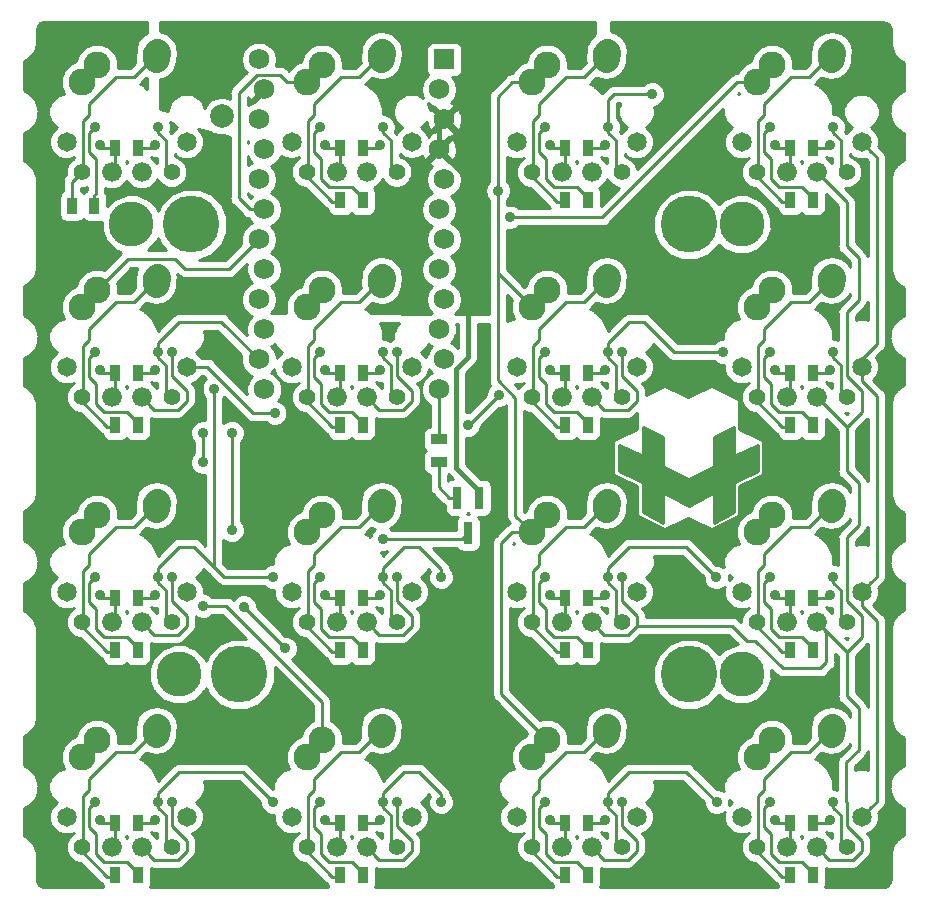
<source format=gbl>
G04 #@! TF.GenerationSoftware,KiCad,Pcbnew,(5.0.1)-3*
G04 #@! TF.CreationDate,2020-04-26T21:35:36+05:00*
G04 #@! TF.ProjectId,amoeba-4x4-keypad,616D6F6562612D3478342D6B65797061,rev?*
G04 #@! TF.SameCoordinates,Original*
G04 #@! TF.FileFunction,Copper,L2,Bot,Signal*
G04 #@! TF.FilePolarity,Positive*
%FSLAX46Y46*%
G04 Gerber Fmt 4.6, Leading zero omitted, Abs format (unit mm)*
G04 Created by KiCad (PCBNEW (5.0.1)-3) date 26.04.2020 21:35:36*
%MOMM*%
%LPD*%
G01*
G04 APERTURE LIST*
G04 #@! TA.AperFunction,ComponentPad*
%ADD10C,3.800000*%
G04 #@! TD*
G04 #@! TA.AperFunction,SMDPad,CuDef*
%ADD11R,1.397000X0.889000*%
G04 #@! TD*
G04 #@! TA.AperFunction,ComponentPad*
%ADD12C,1.676400*%
G04 #@! TD*
G04 #@! TA.AperFunction,SMDPad,CuDef*
%ADD13R,0.889000X1.397000*%
G04 #@! TD*
G04 #@! TA.AperFunction,ComponentPad*
%ADD14C,1.651000*%
G04 #@! TD*
G04 #@! TA.AperFunction,ComponentPad*
%ADD15C,1.397000*%
G04 #@! TD*
G04 #@! TA.AperFunction,ComponentPad*
%ADD16C,2.286000*%
G04 #@! TD*
G04 #@! TA.AperFunction,Conductor*
%ADD17C,2.286000*%
G04 #@! TD*
G04 #@! TA.AperFunction,ComponentPad*
%ADD18C,1.752600*%
G04 #@! TD*
G04 #@! TA.AperFunction,ComponentPad*
%ADD19R,1.752600X1.752600*%
G04 #@! TD*
G04 #@! TA.AperFunction,SMDPad,CuDef*
%ADD20R,0.800000X1.900000*%
G04 #@! TD*
G04 #@! TA.AperFunction,ViaPad*
%ADD21C,0.889000*%
G04 #@! TD*
G04 #@! TA.AperFunction,ViaPad*
%ADD22C,4.800000*%
G04 #@! TD*
G04 #@! TA.AperFunction,ViaPad*
%ADD23C,2.000000*%
G04 #@! TD*
G04 #@! TA.AperFunction,Conductor*
%ADD24C,0.254000*%
G04 #@! TD*
G04 #@! TA.AperFunction,Conductor*
%ADD25C,0.381000*%
G04 #@! TD*
G04 #@! TA.AperFunction,NonConductor*
%ADD26C,0.254000*%
G04 #@! TD*
G04 APERTURE END LIST*
D10*
G04 #@! TO.P,M2,1*
G04 #@! TO.N,N/C*
X249340000Y-120015000D03*
G04 #@! TD*
D11*
G04 #@! TO.P,R1,2*
G04 #@! TO.N,PWM*
X275353000Y-138207500D03*
G04 #@! TO.P,R1,1*
G04 #@! TO.N,GATE*
X275353000Y-140112500D03*
G04 #@! TD*
D12*
G04 #@! TO.P,LED0,1*
G04 #@! TO.N,N/C*
X266700000Y-172720000D03*
G04 #@! TO.P,LED0,2*
G04 #@! TO.N,/key/LC0*
X269240000Y-172720000D03*
G04 #@! TD*
D13*
G04 #@! TO.P,D1,1*
G04 #@! TO.N,N/C*
X267017500Y-175133000D03*
G04 #@! TO.P,D1,2*
G04 #@! TO.N,SR3*
X268922500Y-175133000D03*
G04 #@! TD*
D14*
G04 #@! TO.P,R0,1*
G04 #@! TO.N,N/C*
X262890000Y-170180000D03*
G04 #@! TO.P,R0,2*
G04 #@! TO.N,/key/LR0*
X273050000Y-170180000D03*
G04 #@! TD*
D15*
G04 #@! TO.P,D0,2*
G04 #@! TO.N,SR3*
X271780000Y-172720000D03*
G04 #@! TO.P,D0,1*
G04 #@! TO.N,N/C*
X264160000Y-172720000D03*
G04 #@! TD*
D16*
G04 #@! TO.P,S0,1*
G04 #@! TO.N,N/C*
X270490000Y-162850000D03*
D17*
G04 #@! TD*
G04 #@! TO.N,N/C*
G04 #@! TO.C,S0*
X270510000Y-162560001D02*
X270470000Y-163139999D01*
D16*
G04 #@! TO.P,S0,2*
G04 #@! TO.N,SC1*
X265470000Y-163640000D03*
X264160000Y-165100000D03*
G04 #@! TD*
D13*
G04 #@! TO.P,R1,1*
G04 #@! TO.N,N/C*
X267017500Y-170688000D03*
G04 #@! TO.P,R1,2*
G04 #@! TO.N,/key/LR0*
X268922500Y-170688000D03*
G04 #@! TD*
D12*
G04 #@! TO.P,LED0,1*
G04 #@! TO.N,N/C*
X285750000Y-172720000D03*
G04 #@! TO.P,LED0,2*
G04 #@! TO.N,/key/LC0*
X288290000Y-172720000D03*
G04 #@! TD*
D13*
G04 #@! TO.P,R1,1*
G04 #@! TO.N,N/C*
X286067500Y-170688000D03*
G04 #@! TO.P,R1,2*
G04 #@! TO.N,/key/LR0*
X287972500Y-170688000D03*
G04 #@! TD*
D15*
G04 #@! TO.P,D0,2*
G04 #@! TO.N,SR3*
X290830000Y-172720000D03*
G04 #@! TO.P,D0,1*
G04 #@! TO.N,N/C*
X283210000Y-172720000D03*
G04 #@! TD*
D16*
G04 #@! TO.P,S0,1*
G04 #@! TO.N,N/C*
X289540000Y-162850000D03*
D17*
G04 #@! TD*
G04 #@! TO.N,N/C*
G04 #@! TO.C,S0*
X289560000Y-162560001D02*
X289520000Y-163139999D01*
D16*
G04 #@! TO.P,S0,2*
G04 #@! TO.N,SC2*
X284520000Y-163640000D03*
X283210000Y-165100000D03*
G04 #@! TD*
D13*
G04 #@! TO.P,D1,1*
G04 #@! TO.N,N/C*
X286067500Y-175133000D03*
G04 #@! TO.P,D1,2*
G04 #@! TO.N,SR3*
X287972500Y-175133000D03*
G04 #@! TD*
D14*
G04 #@! TO.P,R0,1*
G04 #@! TO.N,N/C*
X281940000Y-170180000D03*
G04 #@! TO.P,R0,2*
G04 #@! TO.N,/key/LR0*
X292100000Y-170180000D03*
G04 #@! TD*
D15*
G04 #@! TO.P,D0,2*
G04 #@! TO.N,SR3*
X309880000Y-172720000D03*
G04 #@! TO.P,D0,1*
G04 #@! TO.N,N/C*
X302260000Y-172720000D03*
G04 #@! TD*
D13*
G04 #@! TO.P,D1,1*
G04 #@! TO.N,N/C*
X305117500Y-175133000D03*
G04 #@! TO.P,D1,2*
G04 #@! TO.N,SR3*
X307022500Y-175133000D03*
G04 #@! TD*
D16*
G04 #@! TO.P,S0,1*
G04 #@! TO.N,N/C*
X308590000Y-162850000D03*
D17*
G04 #@! TD*
G04 #@! TO.N,N/C*
G04 #@! TO.C,S0*
X308610000Y-162560001D02*
X308570000Y-163139999D01*
D16*
G04 #@! TO.P,S0,2*
G04 #@! TO.N,SC3*
X303570000Y-163640000D03*
X302260000Y-165100000D03*
G04 #@! TD*
D12*
G04 #@! TO.P,LED0,1*
G04 #@! TO.N,N/C*
X304800000Y-172720000D03*
G04 #@! TO.P,LED0,2*
G04 #@! TO.N,/key/LC0*
X307340000Y-172720000D03*
G04 #@! TD*
D14*
G04 #@! TO.P,R0,1*
G04 #@! TO.N,N/C*
X300990000Y-170180000D03*
G04 #@! TO.P,R0,2*
G04 #@! TO.N,/key/LR0*
X311150000Y-170180000D03*
G04 #@! TD*
D13*
G04 #@! TO.P,R1,1*
G04 #@! TO.N,N/C*
X305117500Y-170688000D03*
G04 #@! TO.P,R1,2*
G04 #@! TO.N,/key/LR0*
X307022500Y-170688000D03*
G04 #@! TD*
D15*
G04 #@! TO.P,D0,1*
G04 #@! TO.N,N/C*
X245110000Y-172720000D03*
G04 #@! TO.P,D0,2*
G04 #@! TO.N,SR3*
X252730000Y-172720000D03*
G04 #@! TD*
D14*
G04 #@! TO.P,R0,2*
G04 #@! TO.N,/key/LR0*
X254000000Y-170180000D03*
G04 #@! TO.P,R0,1*
G04 #@! TO.N,N/C*
X243840000Y-170180000D03*
G04 #@! TD*
D13*
G04 #@! TO.P,D1,2*
G04 #@! TO.N,SR3*
X249872500Y-175133000D03*
G04 #@! TO.P,D1,1*
G04 #@! TO.N,N/C*
X247967500Y-175133000D03*
G04 #@! TD*
D16*
G04 #@! TO.P,S0,2*
G04 #@! TO.N,/key/SC0*
X245110000Y-165100000D03*
X246420000Y-163640000D03*
G04 #@! TO.P,S0,1*
G04 #@! TO.N,N/C*
X251440000Y-162850000D03*
D17*
G04 #@! TD*
G04 #@! TO.N,N/C*
G04 #@! TO.C,S0*
X251460000Y-162560001D02*
X251420000Y-163139999D01*
D12*
G04 #@! TO.P,LED0,2*
G04 #@! TO.N,/key/LC0*
X250190000Y-172720000D03*
G04 #@! TO.P,LED0,1*
G04 #@! TO.N,N/C*
X247650000Y-172720000D03*
G04 #@! TD*
D13*
G04 #@! TO.P,R1,2*
G04 #@! TO.N,/key/LR0*
X249872500Y-170688000D03*
G04 #@! TO.P,R1,1*
G04 #@! TO.N,N/C*
X247967500Y-170688000D03*
G04 #@! TD*
D12*
G04 #@! TO.P,LED0,1*
G04 #@! TO.N,N/C*
X266700000Y-153670000D03*
G04 #@! TO.P,LED0,2*
G04 #@! TO.N,/key/LC0*
X269240000Y-153670000D03*
G04 #@! TD*
D13*
G04 #@! TO.P,D1,1*
G04 #@! TO.N,N/C*
X267017500Y-156083000D03*
G04 #@! TO.P,D1,2*
G04 #@! TO.N,SR2*
X268922500Y-156083000D03*
G04 #@! TD*
D14*
G04 #@! TO.P,R0,1*
G04 #@! TO.N,N/C*
X262890000Y-151130000D03*
G04 #@! TO.P,R0,2*
G04 #@! TO.N,/key/LR0*
X273050000Y-151130000D03*
G04 #@! TD*
D15*
G04 #@! TO.P,D0,2*
G04 #@! TO.N,SR2*
X271780000Y-153670000D03*
G04 #@! TO.P,D0,1*
G04 #@! TO.N,N/C*
X264160000Y-153670000D03*
G04 #@! TD*
D16*
G04 #@! TO.P,S0,1*
G04 #@! TO.N,N/C*
X270490000Y-143800000D03*
D17*
G04 #@! TD*
G04 #@! TO.N,N/C*
G04 #@! TO.C,S0*
X270510000Y-143510001D02*
X270470000Y-144089999D01*
D16*
G04 #@! TO.P,S0,2*
G04 #@! TO.N,SC1*
X265470000Y-144590000D03*
X264160000Y-146050000D03*
G04 #@! TD*
D13*
G04 #@! TO.P,R1,1*
G04 #@! TO.N,N/C*
X267017500Y-151638000D03*
G04 #@! TO.P,R1,2*
G04 #@! TO.N,/key/LR0*
X268922500Y-151638000D03*
G04 #@! TD*
D12*
G04 #@! TO.P,LED0,1*
G04 #@! TO.N,N/C*
X285750000Y-153670000D03*
G04 #@! TO.P,LED0,2*
G04 #@! TO.N,/key/LC0*
X288290000Y-153670000D03*
G04 #@! TD*
D13*
G04 #@! TO.P,R1,1*
G04 #@! TO.N,N/C*
X286067500Y-151638000D03*
G04 #@! TO.P,R1,2*
G04 #@! TO.N,/key/LR0*
X287972500Y-151638000D03*
G04 #@! TD*
D15*
G04 #@! TO.P,D0,2*
G04 #@! TO.N,SR2*
X290830000Y-153670000D03*
G04 #@! TO.P,D0,1*
G04 #@! TO.N,N/C*
X283210000Y-153670000D03*
G04 #@! TD*
D16*
G04 #@! TO.P,S0,1*
G04 #@! TO.N,N/C*
X289540000Y-143800000D03*
D17*
G04 #@! TD*
G04 #@! TO.N,N/C*
G04 #@! TO.C,S0*
X289560000Y-143510001D02*
X289520000Y-144089999D01*
D16*
G04 #@! TO.P,S0,2*
G04 #@! TO.N,SC2*
X284520000Y-144590000D03*
X283210000Y-146050000D03*
G04 #@! TD*
D13*
G04 #@! TO.P,D1,1*
G04 #@! TO.N,N/C*
X286067500Y-156083000D03*
G04 #@! TO.P,D1,2*
G04 #@! TO.N,SR2*
X287972500Y-156083000D03*
G04 #@! TD*
D14*
G04 #@! TO.P,R0,1*
G04 #@! TO.N,N/C*
X281940000Y-151130000D03*
G04 #@! TO.P,R0,2*
G04 #@! TO.N,/key/LR0*
X292100000Y-151130000D03*
G04 #@! TD*
D15*
G04 #@! TO.P,D0,2*
G04 #@! TO.N,SR2*
X309880000Y-153670000D03*
G04 #@! TO.P,D0,1*
G04 #@! TO.N,N/C*
X302260000Y-153670000D03*
G04 #@! TD*
D13*
G04 #@! TO.P,D1,1*
G04 #@! TO.N,N/C*
X305117500Y-156083000D03*
G04 #@! TO.P,D1,2*
G04 #@! TO.N,SR2*
X307022500Y-156083000D03*
G04 #@! TD*
D16*
G04 #@! TO.P,S0,1*
G04 #@! TO.N,N/C*
X308590000Y-143800000D03*
D17*
G04 #@! TD*
G04 #@! TO.N,N/C*
G04 #@! TO.C,S0*
X308610000Y-143510001D02*
X308570000Y-144089999D01*
D16*
G04 #@! TO.P,S0,2*
G04 #@! TO.N,SC3*
X303570000Y-144590000D03*
X302260000Y-146050000D03*
G04 #@! TD*
D12*
G04 #@! TO.P,LED0,1*
G04 #@! TO.N,N/C*
X304800000Y-153670000D03*
G04 #@! TO.P,LED0,2*
G04 #@! TO.N,/key/LC0*
X307340000Y-153670000D03*
G04 #@! TD*
D14*
G04 #@! TO.P,R0,1*
G04 #@! TO.N,N/C*
X300990000Y-151130000D03*
G04 #@! TO.P,R0,2*
G04 #@! TO.N,/key/LR0*
X311150000Y-151130000D03*
G04 #@! TD*
D13*
G04 #@! TO.P,R1,1*
G04 #@! TO.N,N/C*
X305117500Y-151638000D03*
G04 #@! TO.P,R1,2*
G04 #@! TO.N,/key/LR0*
X307022500Y-151638000D03*
G04 #@! TD*
D15*
G04 #@! TO.P,D0,1*
G04 #@! TO.N,N/C*
X245110000Y-153670000D03*
G04 #@! TO.P,D0,2*
G04 #@! TO.N,SR2*
X252730000Y-153670000D03*
G04 #@! TD*
D14*
G04 #@! TO.P,R0,2*
G04 #@! TO.N,/key/LR0*
X254000000Y-151130000D03*
G04 #@! TO.P,R0,1*
G04 #@! TO.N,N/C*
X243840000Y-151130000D03*
G04 #@! TD*
D13*
G04 #@! TO.P,D1,2*
G04 #@! TO.N,SR2*
X249872500Y-156083000D03*
G04 #@! TO.P,D1,1*
G04 #@! TO.N,N/C*
X247967500Y-156083000D03*
G04 #@! TD*
D16*
G04 #@! TO.P,S0,2*
G04 #@! TO.N,/key/SC0*
X245110000Y-146050000D03*
X246420000Y-144590000D03*
G04 #@! TO.P,S0,1*
G04 #@! TO.N,N/C*
X251440000Y-143800000D03*
D17*
G04 #@! TD*
G04 #@! TO.N,N/C*
G04 #@! TO.C,S0*
X251460000Y-143510001D02*
X251420000Y-144089999D01*
D12*
G04 #@! TO.P,LED0,2*
G04 #@! TO.N,/key/LC0*
X250190000Y-153670000D03*
G04 #@! TO.P,LED0,1*
G04 #@! TO.N,N/C*
X247650000Y-153670000D03*
G04 #@! TD*
D13*
G04 #@! TO.P,R1,2*
G04 #@! TO.N,/key/LR0*
X249872500Y-151638000D03*
G04 #@! TO.P,R1,1*
G04 #@! TO.N,N/C*
X247967500Y-151638000D03*
G04 #@! TD*
D12*
G04 #@! TO.P,LED0,1*
G04 #@! TO.N,N/C*
X266700000Y-134620000D03*
G04 #@! TO.P,LED0,2*
G04 #@! TO.N,/key/LC0*
X269240000Y-134620000D03*
G04 #@! TD*
D13*
G04 #@! TO.P,D1,1*
G04 #@! TO.N,N/C*
X267017500Y-137033000D03*
G04 #@! TO.P,D1,2*
G04 #@! TO.N,SR1*
X268922500Y-137033000D03*
G04 #@! TD*
D14*
G04 #@! TO.P,R0,1*
G04 #@! TO.N,N/C*
X262890000Y-132080000D03*
G04 #@! TO.P,R0,2*
G04 #@! TO.N,/key/LR0*
X273050000Y-132080000D03*
G04 #@! TD*
D15*
G04 #@! TO.P,D0,2*
G04 #@! TO.N,SR1*
X271780000Y-134620000D03*
G04 #@! TO.P,D0,1*
G04 #@! TO.N,N/C*
X264160000Y-134620000D03*
G04 #@! TD*
D16*
G04 #@! TO.P,S0,1*
G04 #@! TO.N,N/C*
X270490000Y-124750000D03*
D17*
G04 #@! TD*
G04 #@! TO.N,N/C*
G04 #@! TO.C,S0*
X270510000Y-124460001D02*
X270470000Y-125039999D01*
D16*
G04 #@! TO.P,S0,2*
G04 #@! TO.N,SC1*
X265470000Y-125540000D03*
X264160000Y-127000000D03*
G04 #@! TD*
D13*
G04 #@! TO.P,R1,1*
G04 #@! TO.N,N/C*
X267017500Y-132588000D03*
G04 #@! TO.P,R1,2*
G04 #@! TO.N,/key/LR0*
X268922500Y-132588000D03*
G04 #@! TD*
D12*
G04 #@! TO.P,LED0,1*
G04 #@! TO.N,N/C*
X285750000Y-134620000D03*
G04 #@! TO.P,LED0,2*
G04 #@! TO.N,/key/LC0*
X288290000Y-134620000D03*
G04 #@! TD*
D13*
G04 #@! TO.P,R1,1*
G04 #@! TO.N,N/C*
X286067500Y-132588000D03*
G04 #@! TO.P,R1,2*
G04 #@! TO.N,/key/LR0*
X287972500Y-132588000D03*
G04 #@! TD*
D15*
G04 #@! TO.P,D0,2*
G04 #@! TO.N,SR1*
X290830000Y-134620000D03*
G04 #@! TO.P,D0,1*
G04 #@! TO.N,N/C*
X283210000Y-134620000D03*
G04 #@! TD*
D16*
G04 #@! TO.P,S0,1*
G04 #@! TO.N,N/C*
X289540000Y-124750000D03*
D17*
G04 #@! TD*
G04 #@! TO.N,N/C*
G04 #@! TO.C,S0*
X289560000Y-124460001D02*
X289520000Y-125039999D01*
D16*
G04 #@! TO.P,S0,2*
G04 #@! TO.N,SC2*
X284520000Y-125540000D03*
X283210000Y-127000000D03*
G04 #@! TD*
D13*
G04 #@! TO.P,D1,1*
G04 #@! TO.N,N/C*
X286067500Y-137033000D03*
G04 #@! TO.P,D1,2*
G04 #@! TO.N,SR1*
X287972500Y-137033000D03*
G04 #@! TD*
D14*
G04 #@! TO.P,R0,1*
G04 #@! TO.N,N/C*
X281940000Y-132080000D03*
G04 #@! TO.P,R0,2*
G04 #@! TO.N,/key/LR0*
X292100000Y-132080000D03*
G04 #@! TD*
D15*
G04 #@! TO.P,D0,2*
G04 #@! TO.N,SR1*
X309880000Y-134620000D03*
G04 #@! TO.P,D0,1*
G04 #@! TO.N,N/C*
X302260000Y-134620000D03*
G04 #@! TD*
D13*
G04 #@! TO.P,D1,1*
G04 #@! TO.N,N/C*
X305117500Y-137033000D03*
G04 #@! TO.P,D1,2*
G04 #@! TO.N,SR1*
X307022500Y-137033000D03*
G04 #@! TD*
D16*
G04 #@! TO.P,S0,1*
G04 #@! TO.N,N/C*
X308590000Y-124750000D03*
D17*
G04 #@! TD*
G04 #@! TO.N,N/C*
G04 #@! TO.C,S0*
X308610000Y-124460001D02*
X308570000Y-125039999D01*
D16*
G04 #@! TO.P,S0,2*
G04 #@! TO.N,SC3*
X303570000Y-125540000D03*
X302260000Y-127000000D03*
G04 #@! TD*
D12*
G04 #@! TO.P,LED0,1*
G04 #@! TO.N,N/C*
X304800000Y-134620000D03*
G04 #@! TO.P,LED0,2*
G04 #@! TO.N,/key/LC0*
X307340000Y-134620000D03*
G04 #@! TD*
D14*
G04 #@! TO.P,R0,1*
G04 #@! TO.N,N/C*
X300990000Y-132080000D03*
G04 #@! TO.P,R0,2*
G04 #@! TO.N,/key/LR0*
X311150000Y-132080000D03*
G04 #@! TD*
D13*
G04 #@! TO.P,R1,1*
G04 #@! TO.N,N/C*
X305117500Y-132588000D03*
G04 #@! TO.P,R1,2*
G04 #@! TO.N,/key/LR0*
X307022500Y-132588000D03*
G04 #@! TD*
D15*
G04 #@! TO.P,D0,1*
G04 #@! TO.N,N/C*
X245110000Y-134620000D03*
G04 #@! TO.P,D0,2*
G04 #@! TO.N,SR1*
X252730000Y-134620000D03*
G04 #@! TD*
D14*
G04 #@! TO.P,R0,2*
G04 #@! TO.N,/key/LR0*
X254000000Y-132080000D03*
G04 #@! TO.P,R0,1*
G04 #@! TO.N,N/C*
X243840000Y-132080000D03*
G04 #@! TD*
D13*
G04 #@! TO.P,D1,2*
G04 #@! TO.N,SR1*
X249872500Y-137033000D03*
G04 #@! TO.P,D1,1*
G04 #@! TO.N,N/C*
X247967500Y-137033000D03*
G04 #@! TD*
D16*
G04 #@! TO.P,S0,2*
G04 #@! TO.N,/key/SC0*
X245110000Y-127000000D03*
X246420000Y-125540000D03*
G04 #@! TO.P,S0,1*
G04 #@! TO.N,N/C*
X251440000Y-124750000D03*
D17*
G04 #@! TD*
G04 #@! TO.N,N/C*
G04 #@! TO.C,S0*
X251460000Y-124460001D02*
X251420000Y-125039999D01*
D12*
G04 #@! TO.P,LED0,2*
G04 #@! TO.N,/key/LC0*
X250190000Y-134620000D03*
G04 #@! TO.P,LED0,1*
G04 #@! TO.N,N/C*
X247650000Y-134620000D03*
G04 #@! TD*
D13*
G04 #@! TO.P,R1,2*
G04 #@! TO.N,/key/LR0*
X249872500Y-132588000D03*
G04 #@! TO.P,R1,1*
G04 #@! TO.N,N/C*
X247967500Y-132588000D03*
G04 #@! TD*
D15*
G04 #@! TO.P,D0,1*
G04 #@! TO.N,N/C*
X302260000Y-115570000D03*
G04 #@! TO.P,D0,2*
G04 #@! TO.N,/key/SR0*
X309880000Y-115570000D03*
G04 #@! TD*
D14*
G04 #@! TO.P,R0,2*
G04 #@! TO.N,/key/LR0*
X311150000Y-113030000D03*
G04 #@! TO.P,R0,1*
G04 #@! TO.N,N/C*
X300990000Y-113030000D03*
G04 #@! TD*
D13*
G04 #@! TO.P,D1,2*
G04 #@! TO.N,/key/SR0*
X307022500Y-117983000D03*
G04 #@! TO.P,D1,1*
G04 #@! TO.N,N/C*
X305117500Y-117983000D03*
G04 #@! TD*
D16*
G04 #@! TO.P,S0,2*
G04 #@! TO.N,SC3*
X302260000Y-107950000D03*
X303570000Y-106490000D03*
G04 #@! TO.P,S0,1*
G04 #@! TO.N,N/C*
X308590000Y-105700000D03*
D17*
G04 #@! TD*
G04 #@! TO.N,N/C*
G04 #@! TO.C,S0*
X308610000Y-105410001D02*
X308570000Y-105989999D01*
D12*
G04 #@! TO.P,LED0,2*
G04 #@! TO.N,/key/LC0*
X307340000Y-115570000D03*
G04 #@! TO.P,LED0,1*
G04 #@! TO.N,N/C*
X304800000Y-115570000D03*
G04 #@! TD*
D13*
G04 #@! TO.P,R1,2*
G04 #@! TO.N,/key/LR0*
X307022500Y-113538000D03*
G04 #@! TO.P,R1,1*
G04 #@! TO.N,N/C*
X305117500Y-113538000D03*
G04 #@! TD*
D15*
G04 #@! TO.P,D0,1*
G04 #@! TO.N,N/C*
X283210000Y-115570000D03*
G04 #@! TO.P,D0,2*
G04 #@! TO.N,/key/SR0*
X290830000Y-115570000D03*
G04 #@! TD*
D14*
G04 #@! TO.P,R0,2*
G04 #@! TO.N,/key/LR0*
X292100000Y-113030000D03*
G04 #@! TO.P,R0,1*
G04 #@! TO.N,N/C*
X281940000Y-113030000D03*
G04 #@! TD*
D13*
G04 #@! TO.P,D1,2*
G04 #@! TO.N,/key/SR0*
X287972500Y-117983000D03*
G04 #@! TO.P,D1,1*
G04 #@! TO.N,N/C*
X286067500Y-117983000D03*
G04 #@! TD*
D16*
G04 #@! TO.P,S0,2*
G04 #@! TO.N,SC2*
X283210000Y-107950000D03*
X284520000Y-106490000D03*
G04 #@! TO.P,S0,1*
G04 #@! TO.N,N/C*
X289540000Y-105700000D03*
D17*
G04 #@! TD*
G04 #@! TO.N,N/C*
G04 #@! TO.C,S0*
X289560000Y-105410001D02*
X289520000Y-105989999D01*
D12*
G04 #@! TO.P,LED0,2*
G04 #@! TO.N,/key/LC0*
X288290000Y-115570000D03*
G04 #@! TO.P,LED0,1*
G04 #@! TO.N,N/C*
X285750000Y-115570000D03*
G04 #@! TD*
D13*
G04 #@! TO.P,R1,2*
G04 #@! TO.N,/key/LR0*
X287972500Y-113538000D03*
G04 #@! TO.P,R1,1*
G04 #@! TO.N,N/C*
X286067500Y-113538000D03*
G04 #@! TD*
D15*
G04 #@! TO.P,D0,1*
G04 #@! TO.N,N/C*
X264160000Y-115570000D03*
G04 #@! TO.P,D0,2*
G04 #@! TO.N,/key/SR0*
X271780000Y-115570000D03*
G04 #@! TD*
D14*
G04 #@! TO.P,R0,2*
G04 #@! TO.N,/key/LR0*
X273050000Y-113030000D03*
G04 #@! TO.P,R0,1*
G04 #@! TO.N,N/C*
X262890000Y-113030000D03*
G04 #@! TD*
D13*
G04 #@! TO.P,D1,2*
G04 #@! TO.N,/key/SR0*
X268922500Y-117983000D03*
G04 #@! TO.P,D1,1*
G04 #@! TO.N,N/C*
X267017500Y-117983000D03*
G04 #@! TD*
D16*
G04 #@! TO.P,S0,2*
G04 #@! TO.N,SC1*
X264160000Y-107950000D03*
X265470000Y-106490000D03*
G04 #@! TO.P,S0,1*
G04 #@! TO.N,N/C*
X270490000Y-105700000D03*
D17*
G04 #@! TD*
G04 #@! TO.N,N/C*
G04 #@! TO.C,S0*
X270510000Y-105410001D02*
X270470000Y-105989999D01*
D12*
G04 #@! TO.P,LED0,2*
G04 #@! TO.N,/key/LC0*
X269240000Y-115570000D03*
G04 #@! TO.P,LED0,1*
G04 #@! TO.N,N/C*
X266700000Y-115570000D03*
G04 #@! TD*
D13*
G04 #@! TO.P,R1,2*
G04 #@! TO.N,/key/LR0*
X268922500Y-113538000D03*
G04 #@! TO.P,R1,1*
G04 #@! TO.N,N/C*
X267017500Y-113538000D03*
G04 #@! TD*
D16*
G04 #@! TO.P,S0,1*
G04 #@! TO.N,/key/switch/N-SD0*
X251440000Y-105700000D03*
D17*
G04 #@! TD*
G04 #@! TO.N,/key/switch/N-SD0*
G04 #@! TO.C,S0*
X251460000Y-105410001D02*
X251420000Y-105989999D01*
D16*
G04 #@! TO.P,S0,2*
G04 #@! TO.N,/key/SC0*
X246420000Y-106490000D03*
X245110000Y-107950000D03*
G04 #@! TD*
D14*
G04 #@! TO.P,R0,1*
G04 #@! TO.N,/key/led/N-LR0*
X243840000Y-113030000D03*
G04 #@! TO.P,R0,2*
G04 #@! TO.N,/key/LR0*
X254000000Y-113030000D03*
G04 #@! TD*
D15*
G04 #@! TO.P,D0,2*
G04 #@! TO.N,/key/SR0*
X252730000Y-115570000D03*
G04 #@! TO.P,D0,1*
G04 #@! TO.N,/key/switch/N-SD0*
X245110000Y-115570000D03*
G04 #@! TD*
D13*
G04 #@! TO.P,D1,1*
G04 #@! TO.N,/key/switch/N-SD0*
X244292500Y-118465000D03*
G04 #@! TO.P,D1,2*
G04 #@! TO.N,/key/SR0*
X246197500Y-118465000D03*
G04 #@! TD*
G04 #@! TO.P,R1,1*
G04 #@! TO.N,/key/led/N-LR0*
X247967500Y-113538000D03*
G04 #@! TO.P,R1,2*
G04 #@! TO.N,/key/LR0*
X249872500Y-113538000D03*
G04 #@! TD*
D12*
G04 #@! TO.P,LED0,1*
G04 #@! TO.N,/key/led/N-LR0*
X247650000Y-115570000D03*
G04 #@! TO.P,LED0,2*
G04 #@! TO.N,/key/LC0*
X250190000Y-115570000D03*
G04 #@! TD*
D18*
G04 #@! TO.P,U1,24*
G04 #@! TO.N,N/C*
X260121400Y-106045000D03*
G04 #@! TO.P,U1,12*
G04 #@! TO.N,PWM*
X275361400Y-133985000D03*
G04 #@! TO.P,U1,23*
G04 #@! TO.N,GND*
X260578600Y-108585000D03*
G04 #@! TO.P,U1,22*
G04 #@! TO.N,RST*
X260121400Y-111125000D03*
G04 #@! TO.P,U1,21*
G04 #@! TO.N,/key/LR0*
X260578600Y-113665000D03*
G04 #@! TO.P,U1,20*
G04 #@! TO.N,N/C*
X260121400Y-116205000D03*
G04 #@! TO.P,U1,19*
G04 #@! TO.N,SC1*
X260578600Y-118745000D03*
G04 #@! TO.P,U1,18*
G04 #@! TO.N,/key/SC0*
X260121400Y-121285000D03*
G04 #@! TO.P,U1,17*
G04 #@! TO.N,N/C*
X260578600Y-123825000D03*
G04 #@! TO.P,U1,16*
G04 #@! TO.N,SR2*
X260121400Y-126365000D03*
G04 #@! TO.P,U1,15*
G04 #@! TO.N,SR3*
X260578600Y-128905000D03*
G04 #@! TO.P,U1,14*
G04 #@! TO.N,SR1*
X260121400Y-131445000D03*
G04 #@! TO.P,U1,13*
G04 #@! TO.N,N/C*
X260578600Y-133985000D03*
G04 #@! TO.P,U1,11*
X275818600Y-131445000D03*
G04 #@! TO.P,U1,10*
X275361400Y-128905000D03*
G04 #@! TO.P,U1,9*
X275818600Y-126365000D03*
G04 #@! TO.P,U1,8*
X275361400Y-123825000D03*
G04 #@! TO.P,U1,7*
X275818600Y-121285000D03*
G04 #@! TO.P,U1,6*
G04 #@! TO.N,SC3*
X275361400Y-118745000D03*
G04 #@! TO.P,U1,5*
G04 #@! TO.N,SC2*
X275818600Y-116205000D03*
G04 #@! TO.P,U1,4*
G04 #@! TO.N,GND*
X275361400Y-113665000D03*
G04 #@! TO.P,U1,3*
X275818600Y-111125000D03*
G04 #@! TO.P,U1,2*
G04 #@! TO.N,/key/SR0*
X275361400Y-108585000D03*
D19*
G04 #@! TO.P,U1,1*
G04 #@! TO.N,N/C*
X275818600Y-106045000D03*
G04 #@! TD*
D10*
G04 #@! TO.P,M2,1*
G04 #@! TO.N,N/C*
X300990000Y-158115000D03*
G04 #@! TD*
G04 #@! TO.P,M2,1*
G04 #@! TO.N,N/C*
X300990000Y-120015000D03*
G04 #@! TD*
G04 #@! TO.P,M2,1*
G04 #@! TO.N,N/C*
X253365000Y-158115000D03*
G04 #@! TD*
D20*
G04 #@! TO.P,Q1,D*
G04 #@! TO.N,/key/LC0*
X277853000Y-146160000D03*
G04 #@! TO.P,Q1,S*
G04 #@! TO.N,GND*
X278803000Y-143160000D03*
G04 #@! TO.P,Q1,G*
G04 #@! TO.N,GATE*
X276903000Y-143160000D03*
G04 #@! TD*
D21*
G04 #@! TO.N,*
X265684000Y-113284000D03*
X284734000Y-113284000D03*
X303784000Y-113284000D03*
X265684000Y-132334000D03*
X284734000Y-132334000D03*
X303784000Y-132334000D03*
X246634000Y-132334000D03*
X265684000Y-151384000D03*
X284734000Y-151384000D03*
X303784000Y-151384000D03*
X246634000Y-151384000D03*
X265684000Y-170434000D03*
X284734000Y-170434000D03*
X303784000Y-170434000D03*
X246634000Y-170434000D03*
D22*
X258445000Y-158115000D03*
X296545000Y-158115000D03*
X296545000Y-120015000D03*
X254420000Y-120015000D03*
D21*
G04 #@! TO.N,/key/LC0*
X252730000Y-130810000D03*
X252730000Y-149860000D03*
X252730000Y-168910000D03*
X271780000Y-130810000D03*
X271780000Y-149860000D03*
X271780000Y-168910000D03*
X290830000Y-130810000D03*
X290830000Y-149860000D03*
X290830000Y-168910000D03*
X270637000Y-146660000D03*
G04 #@! TO.N,/key/LR0*
X270383000Y-113284000D03*
X289433000Y-113284000D03*
X308483000Y-113284000D03*
X251333000Y-113284000D03*
X251333000Y-132334000D03*
X270383000Y-132334000D03*
X289433000Y-132334000D03*
X308483000Y-132334000D03*
X251333000Y-151384000D03*
X270383000Y-151384000D03*
X289433000Y-151384000D03*
X308483000Y-151384000D03*
X251333000Y-170434000D03*
X270383000Y-170434000D03*
X289433000Y-170434000D03*
X308483000Y-170434000D03*
X261470000Y-135990000D03*
G04 #@! TO.N,/key/SR0*
X270637000Y-111760000D03*
X265303000Y-111760000D03*
X289687000Y-111760000D03*
X284353000Y-111760000D03*
X308737000Y-111760000D03*
X303403000Y-111760000D03*
X246253000Y-111760000D03*
X251587000Y-111760000D03*
X293420000Y-108990000D03*
G04 #@! TO.N,/key/led/N-LR0*
X246634000Y-113284000D03*
G04 #@! TO.N,SC1*
X255403000Y-152310000D03*
X255403000Y-140160000D03*
X255403000Y-137660000D03*
G04 #@! TO.N,SC2*
X280353000Y-117160000D03*
G04 #@! TO.N,SC3*
X281353000Y-119410000D03*
G04 #@! TO.N,SR1*
X277853000Y-136990000D03*
X251587000Y-130810000D03*
X246253000Y-130810000D03*
X265303000Y-130810000D03*
X270637000Y-130810000D03*
X289687000Y-130810000D03*
X284353000Y-130810000D03*
X303403000Y-130810000D03*
X308737000Y-130810000D03*
X299403000Y-130810000D03*
X280420000Y-134490000D03*
G04 #@! TO.N,SR2*
X251587000Y-149860000D03*
X246253000Y-149860000D03*
X265303000Y-149860000D03*
X270637000Y-149860000D03*
X289687000Y-149860000D03*
X284353000Y-149860000D03*
X303403000Y-149860000D03*
X308737000Y-149860000D03*
X298853000Y-149910000D03*
X261303000Y-149860000D03*
X275555000Y-149885400D03*
X256353000Y-133910000D03*
G04 #@! TO.N,SR3*
X251587000Y-168910000D03*
X246253000Y-168910000D03*
X265303000Y-168910000D03*
X270637000Y-168910000D03*
X289687000Y-168910000D03*
X284353000Y-168910000D03*
X303403000Y-168910000D03*
X308737000Y-168910000D03*
X262353000Y-155910000D03*
X261314901Y-168921901D03*
X275555000Y-168935400D03*
X257853000Y-145910000D03*
X257853000Y-145910000D03*
X258853000Y-152410000D03*
X298878400Y-168935400D03*
X257853000Y-137660000D03*
D23*
G04 #@! TO.N,GND*
X256973000Y-104350000D03*
D21*
X277920000Y-113015000D03*
X278020000Y-108515000D03*
D23*
G04 #@! TO.N,RST*
X256973000Y-110850000D03*
G04 #@! TD*
D24*
G04 #@! TO.N,*
X265938000Y-113538000D02*
X267017500Y-113538000D01*
X265938000Y-113538000D02*
X265684000Y-113284000D01*
X267017500Y-115252500D02*
X266700000Y-115570000D01*
X267017500Y-113538000D02*
X267017500Y-115252500D01*
X267081000Y-107569000D02*
X268621000Y-107569000D01*
X264160000Y-115951000D02*
X266319000Y-118110000D01*
X264286998Y-111252002D02*
X264286998Y-115443002D01*
X268621000Y-107569000D02*
X270490000Y-105700000D01*
X264795000Y-110744000D02*
X264286998Y-111252002D01*
X266890500Y-118110000D02*
X267017500Y-117983000D01*
X264160000Y-115570000D02*
X264160000Y-115951000D01*
X264160000Y-115570000D02*
X264160000Y-115506498D01*
X266319000Y-118110000D02*
X266890500Y-118110000D01*
X267081000Y-107569000D02*
X264795000Y-109855000D01*
X264160000Y-115570000D02*
X264286998Y-115443002D01*
X264795000Y-109855000D02*
X264795000Y-110744000D01*
X284988000Y-113538000D02*
X286067500Y-113538000D01*
X284988000Y-113538000D02*
X284734000Y-113284000D01*
X286067500Y-115252500D02*
X285750000Y-115570000D01*
X286067500Y-113538000D02*
X286067500Y-115252500D01*
X286131000Y-107569000D02*
X287671000Y-107569000D01*
X283210000Y-115951000D02*
X285369000Y-118110000D01*
X283336998Y-111252002D02*
X283336998Y-115443002D01*
X287671000Y-107569000D02*
X289540000Y-105700000D01*
X283845000Y-110744000D02*
X283336998Y-111252002D01*
X285940500Y-118110000D02*
X286067500Y-117983000D01*
X283210000Y-115570000D02*
X283210000Y-115951000D01*
X283210000Y-115570000D02*
X283210000Y-115506498D01*
X285369000Y-118110000D02*
X285940500Y-118110000D01*
X286131000Y-107569000D02*
X283845000Y-109855000D01*
X283210000Y-115570000D02*
X283336998Y-115443002D01*
X283845000Y-109855000D02*
X283845000Y-110744000D01*
X304038000Y-113538000D02*
X305117500Y-113538000D01*
X304038000Y-113538000D02*
X303784000Y-113284000D01*
X305117500Y-115252500D02*
X304800000Y-115570000D01*
X305117500Y-113538000D02*
X305117500Y-115252500D01*
X305181000Y-107569000D02*
X306721000Y-107569000D01*
X302260000Y-115951000D02*
X304419000Y-118110000D01*
X302386998Y-111252002D02*
X302386998Y-115443002D01*
X306721000Y-107569000D02*
X308590000Y-105700000D01*
X302895000Y-110744000D02*
X302386998Y-111252002D01*
X304990500Y-118110000D02*
X305117500Y-117983000D01*
X302260000Y-115570000D02*
X302260000Y-115951000D01*
X302260000Y-115570000D02*
X302260000Y-115506498D01*
X304419000Y-118110000D02*
X304990500Y-118110000D01*
X305181000Y-107569000D02*
X302895000Y-109855000D01*
X302260000Y-115570000D02*
X302386998Y-115443002D01*
X302895000Y-109855000D02*
X302895000Y-110744000D01*
X266319000Y-137160000D02*
X266890500Y-137160000D01*
X266890500Y-137160000D02*
X267017500Y-137033000D01*
X264795000Y-129794000D02*
X264286998Y-130302002D01*
X264160000Y-134620000D02*
X264286998Y-134493002D01*
X264795000Y-128905000D02*
X264795000Y-129794000D01*
X268621000Y-126619000D02*
X270490000Y-124750000D01*
X264160000Y-134620000D02*
X264160000Y-135001000D01*
X264160000Y-134620000D02*
X264160000Y-134556498D01*
X267017500Y-132588000D02*
X267017500Y-134302500D01*
X267081000Y-126619000D02*
X264795000Y-128905000D01*
X286131000Y-126619000D02*
X287671000Y-126619000D01*
X283210000Y-135001000D02*
X285369000Y-137160000D01*
X284988000Y-132588000D02*
X286067500Y-132588000D01*
X284988000Y-132588000D02*
X284734000Y-132334000D01*
X286067500Y-134302500D02*
X285750000Y-134620000D01*
X283336998Y-130302002D02*
X283336998Y-134493002D01*
X286131000Y-126619000D02*
X283845000Y-128905000D01*
X287671000Y-126619000D02*
X289540000Y-124750000D01*
X283845000Y-129794000D02*
X283336998Y-130302002D01*
X285940500Y-137160000D02*
X286067500Y-137033000D01*
X286067500Y-132588000D02*
X286067500Y-134302500D01*
X283845000Y-128905000D02*
X283845000Y-129794000D01*
X283210000Y-134620000D02*
X283210000Y-134556498D01*
X285369000Y-137160000D02*
X285940500Y-137160000D01*
X283210000Y-134620000D02*
X283210000Y-135001000D01*
X283210000Y-134620000D02*
X283336998Y-134493002D01*
X267081000Y-126619000D02*
X268621000Y-126619000D01*
X264160000Y-135001000D02*
X266319000Y-137160000D01*
X265938000Y-132588000D02*
X267017500Y-132588000D01*
X265938000Y-132588000D02*
X265684000Y-132334000D01*
X267017500Y-134302500D02*
X266700000Y-134620000D01*
X264286998Y-130302002D02*
X264286998Y-134493002D01*
X305181000Y-126619000D02*
X306721000Y-126619000D01*
X302895000Y-129794000D02*
X302386998Y-130302002D01*
X305117500Y-132588000D02*
X305117500Y-134302500D01*
X302260000Y-134620000D02*
X302260000Y-135001000D01*
X304419000Y-137160000D02*
X304990500Y-137160000D01*
X306721000Y-126619000D02*
X308590000Y-124750000D01*
X302260000Y-135001000D02*
X304419000Y-137160000D01*
X304990500Y-137160000D02*
X305117500Y-137033000D01*
X302260000Y-134620000D02*
X302260000Y-134556498D01*
X304038000Y-132588000D02*
X305117500Y-132588000D01*
X304038000Y-132588000D02*
X303784000Y-132334000D01*
X302386998Y-130302002D02*
X302386998Y-134493002D01*
X305117500Y-134302500D02*
X304800000Y-134620000D01*
X302260000Y-134620000D02*
X302386998Y-134493002D01*
X302895000Y-128905000D02*
X302895000Y-129794000D01*
X305181000Y-126619000D02*
X302895000Y-128905000D01*
X246888000Y-132588000D02*
X247967500Y-132588000D01*
X246888000Y-132588000D02*
X246634000Y-132334000D01*
X247967500Y-134302500D02*
X247650000Y-134620000D01*
X247967500Y-132588000D02*
X247967500Y-134302500D01*
X248031000Y-126619000D02*
X249571000Y-126619000D01*
X245110000Y-135001000D02*
X247269000Y-137160000D01*
X245236998Y-130302002D02*
X245236998Y-134493002D01*
X249571000Y-126619000D02*
X251440000Y-124750000D01*
X245745000Y-129794000D02*
X245236998Y-130302002D01*
X247840500Y-137160000D02*
X247967500Y-137033000D01*
X245110000Y-134620000D02*
X245110000Y-135001000D01*
X245110000Y-134620000D02*
X245110000Y-134556498D01*
X247269000Y-137160000D02*
X247840500Y-137160000D01*
X248031000Y-126619000D02*
X245745000Y-128905000D01*
X245110000Y-134620000D02*
X245236998Y-134493002D01*
X245745000Y-128905000D02*
X245745000Y-129794000D01*
X266319000Y-156210000D02*
X266890500Y-156210000D01*
X266890500Y-156210000D02*
X267017500Y-156083000D01*
X264795000Y-148844000D02*
X264286998Y-149352002D01*
X264160000Y-153670000D02*
X264286998Y-153543002D01*
X264795000Y-147955000D02*
X264795000Y-148844000D01*
X268621000Y-145669000D02*
X270490000Y-143800000D01*
X264160000Y-153670000D02*
X264160000Y-154051000D01*
X264160000Y-153670000D02*
X264160000Y-153606498D01*
X267017500Y-151638000D02*
X267017500Y-153352500D01*
X267081000Y-145669000D02*
X264795000Y-147955000D01*
X286131000Y-145669000D02*
X287671000Y-145669000D01*
X283210000Y-154051000D02*
X285369000Y-156210000D01*
X284988000Y-151638000D02*
X286067500Y-151638000D01*
X284988000Y-151638000D02*
X284734000Y-151384000D01*
X286067500Y-153352500D02*
X285750000Y-153670000D01*
X283336998Y-149352002D02*
X283336998Y-153543002D01*
X286131000Y-145669000D02*
X283845000Y-147955000D01*
X287671000Y-145669000D02*
X289540000Y-143800000D01*
X283845000Y-148844000D02*
X283336998Y-149352002D01*
X285940500Y-156210000D02*
X286067500Y-156083000D01*
X286067500Y-151638000D02*
X286067500Y-153352500D01*
X283845000Y-147955000D02*
X283845000Y-148844000D01*
X283210000Y-153670000D02*
X283210000Y-153606498D01*
X285369000Y-156210000D02*
X285940500Y-156210000D01*
X283210000Y-153670000D02*
X283210000Y-154051000D01*
X283210000Y-153670000D02*
X283336998Y-153543002D01*
X267081000Y-145669000D02*
X268621000Y-145669000D01*
X264160000Y-154051000D02*
X266319000Y-156210000D01*
X265938000Y-151638000D02*
X267017500Y-151638000D01*
X265938000Y-151638000D02*
X265684000Y-151384000D01*
X267017500Y-153352500D02*
X266700000Y-153670000D01*
X264286998Y-149352002D02*
X264286998Y-153543002D01*
X305181000Y-145669000D02*
X306721000Y-145669000D01*
X302895000Y-148844000D02*
X302386998Y-149352002D01*
X305117500Y-151638000D02*
X305117500Y-153352500D01*
X302260000Y-153670000D02*
X302260000Y-154051000D01*
X304419000Y-156210000D02*
X304990500Y-156210000D01*
X306721000Y-145669000D02*
X308590000Y-143800000D01*
X302260000Y-154051000D02*
X304419000Y-156210000D01*
X304990500Y-156210000D02*
X305117500Y-156083000D01*
X302260000Y-153670000D02*
X302260000Y-153606498D01*
X304038000Y-151638000D02*
X305117500Y-151638000D01*
X304038000Y-151638000D02*
X303784000Y-151384000D01*
X302386998Y-149352002D02*
X302386998Y-153543002D01*
X305117500Y-153352500D02*
X304800000Y-153670000D01*
X302260000Y-153670000D02*
X302386998Y-153543002D01*
X302895000Y-147955000D02*
X302895000Y-148844000D01*
X305181000Y-145669000D02*
X302895000Y-147955000D01*
X246888000Y-151638000D02*
X247967500Y-151638000D01*
X246888000Y-151638000D02*
X246634000Y-151384000D01*
X247967500Y-153352500D02*
X247650000Y-153670000D01*
X247967500Y-151638000D02*
X247967500Y-153352500D01*
X248031000Y-145669000D02*
X249571000Y-145669000D01*
X245110000Y-154051000D02*
X247269000Y-156210000D01*
X245236998Y-149352002D02*
X245236998Y-153543002D01*
X249571000Y-145669000D02*
X251440000Y-143800000D01*
X245745000Y-148844000D02*
X245236998Y-149352002D01*
X247840500Y-156210000D02*
X247967500Y-156083000D01*
X245110000Y-153670000D02*
X245110000Y-154051000D01*
X245110000Y-153670000D02*
X245110000Y-153606498D01*
X247269000Y-156210000D02*
X247840500Y-156210000D01*
X248031000Y-145669000D02*
X245745000Y-147955000D01*
X245110000Y-153670000D02*
X245236998Y-153543002D01*
X245745000Y-147955000D02*
X245745000Y-148844000D01*
X266319000Y-175260000D02*
X266890500Y-175260000D01*
X266890500Y-175260000D02*
X267017500Y-175133000D01*
X264795000Y-167894000D02*
X264286998Y-168402002D01*
X264160000Y-172720000D02*
X264286998Y-172593002D01*
X264795000Y-167005000D02*
X264795000Y-167894000D01*
X268621000Y-164719000D02*
X270490000Y-162850000D01*
X264160000Y-172720000D02*
X264160000Y-173101000D01*
X264160000Y-172720000D02*
X264160000Y-172656498D01*
X267017500Y-170688000D02*
X267017500Y-172402500D01*
X267081000Y-164719000D02*
X264795000Y-167005000D01*
X286131000Y-164719000D02*
X287671000Y-164719000D01*
X283210000Y-173101000D02*
X285369000Y-175260000D01*
X284988000Y-170688000D02*
X286067500Y-170688000D01*
X284988000Y-170688000D02*
X284734000Y-170434000D01*
X286067500Y-172402500D02*
X285750000Y-172720000D01*
X283336998Y-168402002D02*
X283336998Y-172593002D01*
X286131000Y-164719000D02*
X283845000Y-167005000D01*
X287671000Y-164719000D02*
X289540000Y-162850000D01*
X283845000Y-167894000D02*
X283336998Y-168402002D01*
X285940500Y-175260000D02*
X286067500Y-175133000D01*
X286067500Y-170688000D02*
X286067500Y-172402500D01*
X283845000Y-167005000D02*
X283845000Y-167894000D01*
X283210000Y-172720000D02*
X283210000Y-172656498D01*
X285369000Y-175260000D02*
X285940500Y-175260000D01*
X283210000Y-172720000D02*
X283210000Y-173101000D01*
X283210000Y-172720000D02*
X283336998Y-172593002D01*
X267081000Y-164719000D02*
X268621000Y-164719000D01*
X264160000Y-173101000D02*
X266319000Y-175260000D01*
X265938000Y-170688000D02*
X267017500Y-170688000D01*
X265938000Y-170688000D02*
X265684000Y-170434000D01*
X267017500Y-172402500D02*
X266700000Y-172720000D01*
X264286998Y-168402002D02*
X264286998Y-172593002D01*
X305181000Y-164719000D02*
X306721000Y-164719000D01*
X302895000Y-167894000D02*
X302386998Y-168402002D01*
X305117500Y-170688000D02*
X305117500Y-172402500D01*
X302260000Y-172720000D02*
X302260000Y-173101000D01*
X304419000Y-175260000D02*
X304990500Y-175260000D01*
X306721000Y-164719000D02*
X308590000Y-162850000D01*
X302260000Y-173101000D02*
X304419000Y-175260000D01*
X304990500Y-175260000D02*
X305117500Y-175133000D01*
X302260000Y-172720000D02*
X302260000Y-172656498D01*
X304038000Y-170688000D02*
X305117500Y-170688000D01*
X304038000Y-170688000D02*
X303784000Y-170434000D01*
X302386998Y-168402002D02*
X302386998Y-172593002D01*
X305117500Y-172402500D02*
X304800000Y-172720000D01*
X302260000Y-172720000D02*
X302386998Y-172593002D01*
X302895000Y-167005000D02*
X302895000Y-167894000D01*
X305181000Y-164719000D02*
X302895000Y-167005000D01*
X246888000Y-170688000D02*
X247967500Y-170688000D01*
X246888000Y-170688000D02*
X246634000Y-170434000D01*
X247967500Y-172402500D02*
X247650000Y-172720000D01*
X247967500Y-170688000D02*
X247967500Y-172402500D01*
X248031000Y-164719000D02*
X249571000Y-164719000D01*
X245110000Y-173101000D02*
X247269000Y-175260000D01*
X245236998Y-168402002D02*
X245236998Y-172593002D01*
X249571000Y-164719000D02*
X251440000Y-162850000D01*
X245745000Y-167894000D02*
X245236998Y-168402002D01*
X247840500Y-175260000D02*
X247967500Y-175133000D01*
X245110000Y-172720000D02*
X245110000Y-173101000D01*
X245110000Y-172720000D02*
X245110000Y-172656498D01*
X247269000Y-175260000D02*
X247840500Y-175260000D01*
X248031000Y-164719000D02*
X245745000Y-167005000D01*
X245110000Y-172720000D02*
X245236998Y-172593002D01*
X245745000Y-167005000D02*
X245745000Y-167894000D01*
G04 #@! TO.N,/key/LC0*
X252730002Y-130810002D02*
X252730002Y-132842002D01*
X252730002Y-132842002D02*
X254000000Y-134112000D01*
X252730000Y-130810000D02*
X252730002Y-130810002D01*
X252730002Y-149860002D02*
X252730002Y-151892002D01*
X252730002Y-151892002D02*
X254000000Y-153162000D01*
X252730000Y-149860000D02*
X252730002Y-149860002D01*
X252730002Y-168910002D02*
X252730002Y-170942002D01*
X252730002Y-170942002D02*
X254000000Y-172212000D01*
X252730000Y-168910000D02*
X252730002Y-168910002D01*
X251028199Y-135458199D02*
X250190000Y-134620000D01*
X251269501Y-135699501D02*
X251028199Y-135458199D01*
X253248161Y-135699501D02*
X251269501Y-135699501D01*
X254000000Y-134947662D02*
X253248161Y-135699501D01*
X254000000Y-134112000D02*
X254000000Y-134947662D01*
X251028199Y-154508199D02*
X250190000Y-153670000D01*
X251269501Y-154749501D02*
X251028199Y-154508199D01*
X253248161Y-154749501D02*
X251269501Y-154749501D01*
X254000000Y-153997662D02*
X253248161Y-154749501D01*
X254000000Y-153162000D02*
X254000000Y-153997662D01*
X251028199Y-173558199D02*
X250190000Y-172720000D01*
X251269501Y-173799501D02*
X251028199Y-173558199D01*
X253248161Y-173799501D02*
X251269501Y-173799501D01*
X254000000Y-173047662D02*
X253248161Y-173799501D01*
X254000000Y-172212000D02*
X254000000Y-173047662D01*
X271780002Y-130810002D02*
X271780002Y-132842002D01*
X271780000Y-130810000D02*
X271780002Y-130810002D01*
X271780002Y-132842002D02*
X273050000Y-134112000D01*
X271780002Y-149860002D02*
X271780002Y-151892002D01*
X271780000Y-149860000D02*
X271780002Y-149860002D01*
X271780002Y-151892002D02*
X273050000Y-153162000D01*
X271780002Y-168910002D02*
X271780002Y-170942002D01*
X271780000Y-168910000D02*
X271780002Y-168910002D01*
X271780002Y-170942002D02*
X273050000Y-172212000D01*
X270078199Y-173558199D02*
X269240000Y-172720000D01*
X270319501Y-173799501D02*
X270078199Y-173558199D01*
X272298161Y-173799501D02*
X270319501Y-173799501D01*
X273050000Y-173047662D02*
X272298161Y-173799501D01*
X273050000Y-172212000D02*
X273050000Y-173047662D01*
X270078199Y-154508199D02*
X269240000Y-153670000D01*
X270319501Y-154749501D02*
X270078199Y-154508199D01*
X272298161Y-154749501D02*
X270319501Y-154749501D01*
X273050000Y-153997662D02*
X272298161Y-154749501D01*
X273050000Y-153162000D02*
X273050000Y-153997662D01*
X270078199Y-135458199D02*
X269240000Y-134620000D01*
X270319501Y-135699501D02*
X270078199Y-135458199D01*
X272298161Y-135699501D02*
X270319501Y-135699501D01*
X273050000Y-134947662D02*
X272298161Y-135699501D01*
X273050000Y-134112000D02*
X273050000Y-134947662D01*
X290830000Y-130810000D02*
X290830002Y-130810002D01*
X290830002Y-130810002D02*
X290830002Y-132842002D01*
X290830002Y-132842002D02*
X292100000Y-134112000D01*
X290830000Y-149860000D02*
X290830002Y-149860002D01*
X290830002Y-149860002D02*
X290830002Y-151892002D01*
X290830002Y-151892002D02*
X292100000Y-153162000D01*
X290830002Y-170942002D02*
X292100000Y-172212000D01*
X290830000Y-168910000D02*
X290830002Y-168910002D01*
X290830002Y-168910002D02*
X290830002Y-170942002D01*
X289128199Y-135458199D02*
X288290000Y-134620000D01*
X289369501Y-135699501D02*
X289128199Y-135458199D01*
X291348161Y-135699501D02*
X289369501Y-135699501D01*
X292100000Y-134947662D02*
X291348161Y-135699501D01*
X292100000Y-134112000D02*
X292100000Y-134947662D01*
X289128199Y-154508199D02*
X288290000Y-153670000D01*
X289369501Y-154749501D02*
X289128199Y-154508199D01*
X291348161Y-154749501D02*
X289369501Y-154749501D01*
X292100000Y-153997662D02*
X291348161Y-154749501D01*
X292100000Y-153162000D02*
X292100000Y-153997662D01*
X289128199Y-173558199D02*
X288290000Y-172720000D01*
X289369501Y-173799501D02*
X289128199Y-173558199D01*
X291348161Y-173799501D02*
X289369501Y-173799501D01*
X292100000Y-173047662D02*
X291348161Y-173799501D01*
X292100000Y-172212000D02*
X292100000Y-173047662D01*
X307340000Y-115570000D02*
X309880000Y-118110000D01*
X311150000Y-134112000D02*
X311150000Y-135890000D01*
X309880002Y-130810002D02*
X309880002Y-132842002D01*
X311150000Y-135890000D02*
X309880000Y-137160000D01*
X309880000Y-130810000D02*
X309880002Y-130810002D01*
X309880002Y-132842002D02*
X311150000Y-134112000D01*
X307340000Y-134620000D02*
X309880000Y-137160000D01*
X311150000Y-153162000D02*
X311150000Y-154940000D01*
X309880002Y-149860002D02*
X309880002Y-151892002D01*
X311150000Y-154940000D02*
X309880000Y-156210000D01*
X309880000Y-149860000D02*
X309880002Y-149860002D01*
X309880002Y-151892002D02*
X311150000Y-153162000D01*
X307340000Y-153670000D02*
X309880000Y-156210000D01*
X309891903Y-121861903D02*
X309891903Y-118121903D01*
X310931903Y-122901903D02*
X309891903Y-121861903D01*
X309880002Y-130810002D02*
X309880002Y-127453804D01*
X309880002Y-127453804D02*
X310931903Y-126401903D01*
X310931903Y-126401903D02*
X310931903Y-122901903D01*
X309891901Y-140911901D02*
X309891901Y-137171901D01*
X310931901Y-141951901D02*
X309891901Y-140911901D01*
X309880000Y-149860000D02*
X309880000Y-146503802D01*
X309880000Y-146503802D02*
X310931901Y-145451901D01*
X310931901Y-145451901D02*
X310931901Y-141951901D01*
X309880000Y-159950000D02*
X309880000Y-156210000D01*
X310920000Y-160990000D02*
X309880000Y-159950000D01*
X310920000Y-164490000D02*
X310920000Y-160990000D01*
X309868099Y-168898099D02*
X309868099Y-165541901D01*
X309868099Y-165541901D02*
X310920000Y-164490000D01*
X311150000Y-172212000D02*
X309880002Y-170942002D01*
X309880002Y-170942002D02*
X309880002Y-168910002D01*
X309880002Y-168910002D02*
X309868099Y-168898099D01*
X308178199Y-173558199D02*
X307340000Y-172720000D01*
X308419501Y-173799501D02*
X308178199Y-173558199D01*
X310398161Y-173799501D02*
X308419501Y-173799501D01*
X311150000Y-173047662D02*
X310398161Y-173799501D01*
X311150000Y-172212000D02*
X311150000Y-173047662D01*
X277353000Y-146660000D02*
X277853000Y-146160000D01*
X270637000Y-146660000D02*
X277353000Y-146660000D01*
X308178199Y-154508199D02*
X308178199Y-157081801D01*
X307340000Y-153670000D02*
X308178199Y-154508199D01*
X308178199Y-157081801D02*
X307670000Y-157590000D01*
X307670000Y-157590000D02*
X304470000Y-157590000D01*
X304470000Y-157590000D02*
X302170000Y-155290000D01*
X302170000Y-155290000D02*
X301470000Y-155290000D01*
X300177662Y-153997662D02*
X292100000Y-153997662D01*
X301470000Y-155290000D02*
X300177662Y-153997662D01*
G04 #@! TO.N,/key/LR0*
X270129000Y-113538000D02*
X270383000Y-113284000D01*
X268922500Y-113538000D02*
X270129000Y-113538000D01*
X289179000Y-113538000D02*
X289433000Y-113284000D01*
X287972500Y-113538000D02*
X289179000Y-113538000D01*
X308229000Y-113538000D02*
X308483000Y-113284000D01*
X307022500Y-113538000D02*
X308229000Y-113538000D01*
X249872500Y-113538000D02*
X251079000Y-113538000D01*
X251079000Y-113538000D02*
X251333000Y-113284000D01*
X251079000Y-132588000D02*
X251333000Y-132334000D01*
X249872500Y-132588000D02*
X251079000Y-132588000D01*
X287972500Y-132588000D02*
X289179000Y-132588000D01*
X268922500Y-132588000D02*
X270129000Y-132588000D01*
X270129000Y-132588000D02*
X270383000Y-132334000D01*
X289179000Y-132588000D02*
X289433000Y-132334000D01*
X307022500Y-132588000D02*
X308229000Y-132588000D01*
X308229000Y-132588000D02*
X308483000Y-132334000D01*
X311975499Y-150304501D02*
X311150000Y-151130000D01*
X312431901Y-149848099D02*
X311975499Y-150304501D01*
X312431901Y-134529334D02*
X312431901Y-149848099D01*
X311150000Y-133247433D02*
X312431901Y-134529334D01*
X311150000Y-132080000D02*
X311150000Y-133247433D01*
X311975499Y-169354501D02*
X311150000Y-170180000D01*
X312431901Y-168898099D02*
X311975499Y-169354501D01*
X312431901Y-153579334D02*
X312431901Y-168898099D01*
X311150000Y-152297433D02*
X312431901Y-153579334D01*
X311150000Y-151130000D02*
X311150000Y-152297433D01*
X251079000Y-151638000D02*
X251333000Y-151384000D01*
X249872500Y-151638000D02*
X251079000Y-151638000D01*
X287972500Y-151638000D02*
X289179000Y-151638000D01*
X268922500Y-151638000D02*
X270129000Y-151638000D01*
X270129000Y-151638000D02*
X270383000Y-151384000D01*
X289179000Y-151638000D02*
X289433000Y-151384000D01*
X307022500Y-151638000D02*
X308229000Y-151638000D01*
X308229000Y-151638000D02*
X308483000Y-151384000D01*
X251079000Y-170688000D02*
X251333000Y-170434000D01*
X249872500Y-170688000D02*
X251079000Y-170688000D01*
X287972500Y-170688000D02*
X289179000Y-170688000D01*
X268922500Y-170688000D02*
X270129000Y-170688000D01*
X270129000Y-170688000D02*
X270383000Y-170434000D01*
X289179000Y-170688000D02*
X289433000Y-170434000D01*
X307022500Y-170688000D02*
X308229000Y-170688000D01*
X308229000Y-170688000D02*
X308483000Y-170434000D01*
X311975499Y-113855499D02*
X311150000Y-113030000D01*
X312431901Y-114311901D02*
X311975499Y-113855499D01*
X312431901Y-130155313D02*
X312431901Y-114311901D01*
X311150000Y-131437214D02*
X312431901Y-130155313D01*
X311150000Y-132080000D02*
X311150000Y-131437214D01*
X259654742Y-135990000D02*
X261470000Y-135990000D01*
X254000000Y-132080000D02*
X255744742Y-132080000D01*
X255744742Y-132080000D02*
X259654742Y-135990000D01*
G04 #@! TO.N,/key/SC0*
X257596400Y-123810000D02*
X260121400Y-121285000D01*
X253903000Y-123810000D02*
X257596400Y-123810000D01*
X253031700Y-122938700D02*
X253903000Y-123810000D01*
X246420000Y-125540000D02*
X249021300Y-122938700D01*
X249021300Y-122938700D02*
X253031700Y-122938700D01*
G04 #@! TO.N,/key/SR0*
X267970000Y-116840000D02*
X266065000Y-116840000D01*
X270637000Y-111760000D02*
X270637000Y-112268000D01*
X264795000Y-113919000D02*
X264795000Y-112268000D01*
X264795000Y-112268000D02*
X265303000Y-111760000D01*
X271272000Y-112903000D02*
X271272000Y-115062000D01*
X268922500Y-117792500D02*
X267970000Y-116840000D01*
X268922500Y-117792500D02*
X268922500Y-117983000D01*
X270637000Y-112268000D02*
X271272000Y-112903000D01*
X266065000Y-116840000D02*
X265353800Y-116128800D01*
X265353800Y-116128800D02*
X265353800Y-114477800D01*
X271272000Y-115062000D02*
X271780000Y-115570000D01*
X265353800Y-114477800D02*
X264795000Y-113919000D01*
X287020000Y-116840000D02*
X285115000Y-116840000D01*
X289687000Y-111760000D02*
X289687000Y-112268000D01*
X283845000Y-113919000D02*
X283845000Y-112268000D01*
X283845000Y-112268000D02*
X284353000Y-111760000D01*
X290322000Y-112903000D02*
X290322000Y-115062000D01*
X287972500Y-117792500D02*
X287020000Y-116840000D01*
X287972500Y-117792500D02*
X287972500Y-117983000D01*
X289687000Y-112268000D02*
X290322000Y-112903000D01*
X285115000Y-116840000D02*
X284403800Y-116128800D01*
X284403800Y-116128800D02*
X284403800Y-114477800D01*
X289687000Y-111760000D02*
X289687000Y-109474000D01*
X290322000Y-115062000D02*
X290830000Y-115570000D01*
X284403800Y-114477800D02*
X283845000Y-113919000D01*
X306070000Y-116840000D02*
X304165000Y-116840000D01*
X308737000Y-111760000D02*
X308737000Y-112268000D01*
X302895000Y-113919000D02*
X302895000Y-112268000D01*
X302895000Y-112268000D02*
X303403000Y-111760000D01*
X309372000Y-112903000D02*
X309372000Y-115062000D01*
X307022500Y-117792500D02*
X306070000Y-116840000D01*
X307022500Y-117792500D02*
X307022500Y-117983000D01*
X308737000Y-112268000D02*
X309372000Y-112903000D01*
X304165000Y-116840000D02*
X303453800Y-116128800D01*
X303453800Y-116128800D02*
X303453800Y-114477800D01*
X309372000Y-115062000D02*
X309880000Y-115570000D01*
X303453800Y-114477800D02*
X302895000Y-113919000D01*
X251587000Y-111760000D02*
X251587000Y-112268000D01*
X252222000Y-115062000D02*
X252730000Y-115570000D01*
X252222000Y-112903000D02*
X252222000Y-115062000D01*
X251587000Y-112268000D02*
X252222000Y-112903000D01*
X290171000Y-108990000D02*
X289687000Y-109474000D01*
X293420000Y-108990000D02*
X290171000Y-108990000D01*
X245745000Y-112268000D02*
X246253000Y-111760000D01*
X245745000Y-113919000D02*
X245745000Y-112268000D01*
X246303800Y-114477800D02*
X245745000Y-113919000D01*
X246303800Y-117406200D02*
X246303800Y-114477800D01*
X246197500Y-117512500D02*
X246303800Y-117406200D01*
X246197500Y-118465000D02*
X246197500Y-117512500D01*
G04 #@! TO.N,/key/led/N-LR0*
X246888000Y-113538000D02*
X246634000Y-113284000D01*
X246888000Y-113538000D02*
X247967500Y-113538000D01*
X247967500Y-113538000D02*
X247967500Y-115252500D01*
X247967500Y-115252500D02*
X247650000Y-115570000D01*
G04 #@! TO.N,/key/switch/N-SD0*
X248031000Y-107569000D02*
X249571000Y-107569000D01*
X245745000Y-110744000D02*
X245236998Y-111252002D01*
X245236998Y-111252002D02*
X245236998Y-115443002D01*
X245110000Y-115570000D02*
X245236998Y-115443002D01*
X248031000Y-107569000D02*
X245745000Y-109855000D01*
X245745000Y-109855000D02*
X245745000Y-110744000D01*
X249571000Y-107569000D02*
X251440000Y-105700000D01*
X245110000Y-115570000D02*
X245110000Y-115951000D01*
X245110000Y-115570000D02*
X245110000Y-115506498D01*
X244292500Y-116387500D02*
X244292500Y-118465000D01*
X245110000Y-115570000D02*
X244292500Y-116387500D01*
G04 #@! TO.N,SC1*
X260513600Y-118810000D02*
X260578600Y-118745000D01*
X262543554Y-107950000D02*
X264160000Y-107950000D01*
X259338000Y-118745000D02*
X258403000Y-117810000D01*
X260578600Y-118745000D02*
X259338000Y-118745000D01*
X258403000Y-117810000D02*
X258403000Y-108899794D01*
X258403000Y-108899794D02*
X259975095Y-107327699D01*
X259975095Y-107327699D02*
X261921253Y-107327699D01*
X261921253Y-107327699D02*
X262543554Y-107950000D01*
X256031617Y-152310000D02*
X255403000Y-152310000D01*
X257347882Y-152310000D02*
X256031617Y-152310000D01*
X265470000Y-160432118D02*
X257347882Y-152310000D01*
X265470000Y-163640000D02*
X265470000Y-160432118D01*
X255403000Y-137660000D02*
X255403000Y-140160000D01*
G04 #@! TO.N,SC2*
X281853000Y-144693000D02*
X283210000Y-146050000D01*
X281853000Y-134701258D02*
X281853000Y-144693000D01*
X280353000Y-133201258D02*
X281853000Y-134701258D01*
X283210000Y-107950000D02*
X281593554Y-107950000D01*
X281593554Y-107950000D02*
X280353000Y-109190554D01*
X280353000Y-124143000D02*
X280353000Y-123910000D01*
X283210000Y-127000000D02*
X280353000Y-124143000D01*
X280353000Y-123910000D02*
X280353000Y-133201258D01*
X280353000Y-109190554D02*
X280353000Y-114910000D01*
X280353000Y-114910000D02*
X280353000Y-116160000D01*
X283377001Y-162497001D02*
X284520000Y-163640000D01*
X280658099Y-159778099D02*
X283377001Y-162497001D01*
X280658099Y-146985455D02*
X280658099Y-159778099D01*
X281593554Y-146050000D02*
X280658099Y-146985455D01*
X283210000Y-146050000D02*
X281593554Y-146050000D01*
X280353000Y-116160000D02*
X280353000Y-123910000D01*
G04 #@! TO.N,SC3*
X281353000Y-119410000D02*
X281353000Y-119410000D01*
X302260000Y-107950000D02*
X300643554Y-107950000D01*
X300643554Y-107950000D02*
X289183554Y-119410000D01*
X281353000Y-119410000D02*
X281353000Y-119410000D01*
X281353000Y-119410000D02*
X289183554Y-119410000D01*
G04 #@! TO.N,SR1*
X271272000Y-134112000D02*
X271780000Y-134620000D01*
X266065000Y-135890000D02*
X265353800Y-135178800D01*
X265353800Y-133527800D02*
X264795000Y-132969000D01*
X265353800Y-135178800D02*
X265353800Y-133527800D01*
X268922500Y-136842500D02*
X268922500Y-137033000D01*
X270637000Y-131318000D02*
X271272000Y-131953000D01*
X248920000Y-135890000D02*
X247015000Y-135890000D01*
X251587000Y-130810000D02*
X251587000Y-131318000D01*
X245745000Y-132969000D02*
X245745000Y-131318000D01*
X245745000Y-131318000D02*
X246253000Y-130810000D01*
X252222000Y-131953000D02*
X252222000Y-134112000D01*
X249872500Y-136842500D02*
X248920000Y-135890000D01*
X249872500Y-136842500D02*
X249872500Y-137033000D01*
X251587000Y-131318000D02*
X252222000Y-131953000D01*
X247015000Y-135890000D02*
X246303800Y-135178800D01*
X246303800Y-135178800D02*
X246303800Y-133527800D01*
X252222000Y-134112000D02*
X252730000Y-134620000D01*
X246303800Y-133527800D02*
X245745000Y-132969000D01*
X287020000Y-135890000D02*
X285115000Y-135890000D01*
X289687000Y-130810000D02*
X289687000Y-131318000D01*
X283845000Y-131318000D02*
X284353000Y-130810000D01*
X290322000Y-131953000D02*
X290322000Y-134112000D01*
X287972500Y-136842500D02*
X287020000Y-135890000D01*
X283845000Y-132969000D02*
X283845000Y-131318000D01*
X287972500Y-136842500D02*
X287972500Y-137033000D01*
X289687000Y-131318000D02*
X290322000Y-131953000D01*
X285115000Y-135890000D02*
X284403800Y-135178800D01*
X290322000Y-134112000D02*
X290830000Y-134620000D01*
X284403800Y-135178800D02*
X284403800Y-133527800D01*
X284403800Y-133527800D02*
X283845000Y-132969000D01*
X264795000Y-131318000D02*
X265303000Y-130810000D01*
X267970000Y-135890000D02*
X266065000Y-135890000D01*
X264795000Y-132969000D02*
X264795000Y-131318000D01*
X271272000Y-131953000D02*
X271272000Y-134112000D01*
X268922500Y-136842500D02*
X267970000Y-135890000D01*
X270637000Y-130810000D02*
X270637000Y-131318000D01*
X308737000Y-131318000D02*
X309372000Y-131953000D01*
X303453800Y-135178800D02*
X303453800Y-133527800D01*
X309372000Y-131953000D02*
X309372000Y-134112000D01*
X304165000Y-135890000D02*
X303453800Y-135178800D01*
X302895000Y-132969000D02*
X302895000Y-131318000D01*
X308737000Y-130810000D02*
X308737000Y-131318000D01*
X307022500Y-136842500D02*
X307022500Y-137033000D01*
X306070000Y-135890000D02*
X304165000Y-135890000D01*
X302895000Y-131318000D02*
X303403000Y-130810000D01*
X307022500Y-136842500D02*
X306070000Y-135890000D01*
X303453800Y-133527800D02*
X302895000Y-132969000D01*
X309372000Y-134112000D02*
X309880000Y-134620000D01*
X251587000Y-130181383D02*
X251587000Y-130810000D01*
X251587000Y-130055786D02*
X251587000Y-130181383D01*
X253384687Y-128258099D02*
X251587000Y-130055786D01*
X256934499Y-128258099D02*
X253384687Y-128258099D01*
X260121400Y-131445000D02*
X256934499Y-128258099D01*
X289687000Y-130181383D02*
X289687000Y-130810000D01*
X289687000Y-130055786D02*
X289687000Y-130181383D01*
X291484687Y-128258099D02*
X289687000Y-130055786D01*
X292715313Y-128258099D02*
X291484687Y-128258099D01*
X295267214Y-130810000D02*
X292715313Y-128258099D01*
X299403000Y-130810000D02*
X295267214Y-130810000D01*
X277920000Y-136990000D02*
X277853000Y-136990000D01*
X280420000Y-134490000D02*
X277920000Y-136990000D01*
G04 #@! TO.N,SR2*
X271272000Y-153162000D02*
X271780000Y-153670000D01*
X266065000Y-154940000D02*
X265353800Y-154228800D01*
X265353800Y-152577800D02*
X264795000Y-152019000D01*
X265353800Y-154228800D02*
X265353800Y-152577800D01*
X268922500Y-155892500D02*
X268922500Y-156083000D01*
X270637000Y-150368000D02*
X271272000Y-151003000D01*
X248920000Y-154940000D02*
X247015000Y-154940000D01*
X251587000Y-149860000D02*
X251587000Y-150368000D01*
X245745000Y-152019000D02*
X245745000Y-150368000D01*
X245745000Y-150368000D02*
X246253000Y-149860000D01*
X252222000Y-151003000D02*
X252222000Y-153162000D01*
X249872500Y-155892500D02*
X248920000Y-154940000D01*
X249872500Y-155892500D02*
X249872500Y-156083000D01*
X251587000Y-150368000D02*
X252222000Y-151003000D01*
X247015000Y-154940000D02*
X246303800Y-154228800D01*
X246303800Y-154228800D02*
X246303800Y-152577800D01*
X252222000Y-153162000D02*
X252730000Y-153670000D01*
X246303800Y-152577800D02*
X245745000Y-152019000D01*
X287020000Y-154940000D02*
X285115000Y-154940000D01*
X289687000Y-149860000D02*
X289687000Y-150368000D01*
X283845000Y-150368000D02*
X284353000Y-149860000D01*
X290322000Y-151003000D02*
X290322000Y-153162000D01*
X287972500Y-155892500D02*
X287020000Y-154940000D01*
X283845000Y-152019000D02*
X283845000Y-150368000D01*
X287972500Y-155892500D02*
X287972500Y-156083000D01*
X289687000Y-150368000D02*
X290322000Y-151003000D01*
X285115000Y-154940000D02*
X284403800Y-154228800D01*
X290322000Y-153162000D02*
X290830000Y-153670000D01*
X284403800Y-154228800D02*
X284403800Y-152577800D01*
X284403800Y-152577800D02*
X283845000Y-152019000D01*
X264795000Y-150368000D02*
X265303000Y-149860000D01*
X267970000Y-154940000D02*
X266065000Y-154940000D01*
X264795000Y-152019000D02*
X264795000Y-150368000D01*
X271272000Y-151003000D02*
X271272000Y-153162000D01*
X268922500Y-155892500D02*
X267970000Y-154940000D01*
X270637000Y-149860000D02*
X270637000Y-150368000D01*
X308737000Y-150368000D02*
X309372000Y-151003000D01*
X303453800Y-154228800D02*
X303453800Y-152577800D01*
X309372000Y-151003000D02*
X309372000Y-153162000D01*
X304165000Y-154940000D02*
X303453800Y-154228800D01*
X302895000Y-152019000D02*
X302895000Y-150368000D01*
X308737000Y-149860000D02*
X308737000Y-150368000D01*
X307022500Y-155892500D02*
X307022500Y-156083000D01*
X306070000Y-154940000D02*
X304165000Y-154940000D01*
X302895000Y-150368000D02*
X303403000Y-149860000D01*
X307022500Y-155892500D02*
X306070000Y-154940000D01*
X303453800Y-152577800D02*
X302895000Y-152019000D01*
X309372000Y-153162000D02*
X309880000Y-153670000D01*
X251587000Y-149231383D02*
X251587000Y-149860000D01*
X251587000Y-149105786D02*
X251587000Y-149231383D01*
X253384687Y-147308099D02*
X251587000Y-149105786D01*
X254615313Y-147308099D02*
X253384687Y-147308099D01*
X261303000Y-149860000D02*
X257167214Y-149860000D01*
X272434687Y-147308099D02*
X273665313Y-147308099D01*
X270637000Y-149860000D02*
X270637000Y-149105786D01*
X270637000Y-149105786D02*
X272434687Y-147308099D01*
X255853000Y-148545786D02*
X254615313Y-147308099D01*
X256353000Y-148774214D02*
X256353000Y-133910000D01*
X256217214Y-148910000D02*
X255853000Y-148545786D01*
X256353000Y-148774214D02*
X256353000Y-149045786D01*
X257167214Y-149860000D02*
X256353000Y-149045786D01*
X256353000Y-149045786D02*
X256217214Y-148910000D01*
X289687000Y-149231383D02*
X289687000Y-149860000D01*
X289687000Y-149105786D02*
X289687000Y-149231383D01*
X291484687Y-147308099D02*
X289687000Y-149105786D01*
X296251099Y-147308099D02*
X291484687Y-147308099D01*
X298853000Y-149910000D02*
X296251099Y-147308099D01*
X275555000Y-149197786D02*
X275555000Y-149885400D01*
X273665313Y-147308099D02*
X275555000Y-149197786D01*
G04 #@! TO.N,SR3*
X271272000Y-172212000D02*
X271780000Y-172720000D01*
X266065000Y-173990000D02*
X265353800Y-173278800D01*
X265353800Y-171627800D02*
X264795000Y-171069000D01*
X265353800Y-173278800D02*
X265353800Y-171627800D01*
X268922500Y-174942500D02*
X268922500Y-175133000D01*
X270637000Y-169418000D02*
X271272000Y-170053000D01*
X248920000Y-173990000D02*
X247015000Y-173990000D01*
X251587000Y-168910000D02*
X251587000Y-169418000D01*
X245745000Y-171069000D02*
X245745000Y-169418000D01*
X245745000Y-169418000D02*
X246253000Y-168910000D01*
X252222000Y-170053000D02*
X252222000Y-172212000D01*
X249872500Y-174942500D02*
X248920000Y-173990000D01*
X249872500Y-174942500D02*
X249872500Y-175133000D01*
X251587000Y-169418000D02*
X252222000Y-170053000D01*
X247015000Y-173990000D02*
X246303800Y-173278800D01*
X246303800Y-173278800D02*
X246303800Y-171627800D01*
X252222000Y-172212000D02*
X252730000Y-172720000D01*
X246303800Y-171627800D02*
X245745000Y-171069000D01*
X287020000Y-173990000D02*
X285115000Y-173990000D01*
X289687000Y-168910000D02*
X289687000Y-169418000D01*
X283845000Y-169418000D02*
X284353000Y-168910000D01*
X290322000Y-170053000D02*
X290322000Y-172212000D01*
X287972500Y-174942500D02*
X287020000Y-173990000D01*
X283845000Y-171069000D02*
X283845000Y-169418000D01*
X287972500Y-174942500D02*
X287972500Y-175133000D01*
X289687000Y-169418000D02*
X290322000Y-170053000D01*
X285115000Y-173990000D02*
X284403800Y-173278800D01*
X290322000Y-172212000D02*
X290830000Y-172720000D01*
X284403800Y-173278800D02*
X284403800Y-171627800D01*
X284403800Y-171627800D02*
X283845000Y-171069000D01*
X264795000Y-169418000D02*
X265303000Y-168910000D01*
X267970000Y-173990000D02*
X266065000Y-173990000D01*
X264795000Y-171069000D02*
X264795000Y-169418000D01*
X271272000Y-170053000D02*
X271272000Y-172212000D01*
X268922500Y-174942500D02*
X267970000Y-173990000D01*
X270637000Y-168910000D02*
X270637000Y-169418000D01*
X308737000Y-169418000D02*
X309372000Y-170053000D01*
X303453800Y-173278800D02*
X303453800Y-171627800D01*
X309372000Y-170053000D02*
X309372000Y-172212000D01*
X304165000Y-173990000D02*
X303453800Y-173278800D01*
X302895000Y-171069000D02*
X302895000Y-169418000D01*
X308737000Y-168910000D02*
X308737000Y-169418000D01*
X307022500Y-174942500D02*
X307022500Y-175133000D01*
X306070000Y-173990000D02*
X304165000Y-173990000D01*
X302895000Y-169418000D02*
X303403000Y-168910000D01*
X307022500Y-174942500D02*
X306070000Y-173990000D01*
X303453800Y-171627800D02*
X302895000Y-171069000D01*
X309372000Y-172212000D02*
X309880000Y-172720000D01*
X251587000Y-168281383D02*
X251587000Y-168910000D01*
X251587000Y-168155786D02*
X251587000Y-168281383D01*
X253384687Y-166358099D02*
X251587000Y-168155786D01*
X258751099Y-166358099D02*
X253384687Y-166358099D01*
X261314901Y-168921901D02*
X258751099Y-166358099D01*
X257853000Y-143410000D02*
X257853000Y-145910000D01*
X257853000Y-145910000D02*
X257853000Y-145910000D01*
X257853000Y-145910000D02*
X257853000Y-145910000D01*
X262353000Y-155910000D02*
X258853000Y-152410000D01*
X289687000Y-168281383D02*
X289687000Y-168910000D01*
X289687000Y-168155786D02*
X289687000Y-168281383D01*
X291484687Y-166358099D02*
X289687000Y-168155786D01*
X296301099Y-166358099D02*
X291484687Y-166358099D01*
X298878400Y-168935400D02*
X296301099Y-166358099D01*
X275555000Y-168247786D02*
X275555000Y-168935400D01*
X273665313Y-166358099D02*
X275555000Y-168247786D01*
X272434687Y-166358099D02*
X273665313Y-166358099D01*
X270637000Y-168910000D02*
X270637000Y-168155786D01*
X270637000Y-168155786D02*
X272434687Y-166358099D01*
X257853000Y-137660000D02*
X257853000Y-143410000D01*
D25*
G04 #@! TO.N,GND*
X275361400Y-113665000D02*
X277853000Y-116156600D01*
X277853000Y-116156600D02*
X277853000Y-131271406D01*
X277853000Y-131271406D02*
X276853000Y-132271406D01*
X276853000Y-132271406D02*
X276853000Y-140660000D01*
X278803000Y-142610000D02*
X276853000Y-140660000D01*
X278803000Y-143160000D02*
X278803000Y-142610000D01*
X275361400Y-111582200D02*
X275818600Y-111125000D01*
X275361400Y-113665000D02*
X275361400Y-111582200D01*
D24*
G04 #@! TO.N,PWM*
X275361400Y-138199100D02*
X275353000Y-138207500D01*
X275361400Y-133985000D02*
X275361400Y-138199100D01*
G04 #@! TO.N,GATE*
X275353000Y-140811000D02*
X275353000Y-140112500D01*
X275353000Y-142264000D02*
X275353000Y-140811000D01*
X276249000Y-143160000D02*
X275353000Y-142264000D01*
X276903000Y-143160000D02*
X276249000Y-143160000D01*
G04 #@! TD*
D26*
G36*
X260235401Y-168920032D02*
X260235401Y-169136627D01*
X260399745Y-169533389D01*
X260703413Y-169837057D01*
X261100175Y-170001401D01*
X261419703Y-170001401D01*
X261429500Y-170213673D01*
X261429500Y-170470512D01*
X261442840Y-170502718D01*
X261444447Y-170537535D01*
X261615024Y-170949344D01*
X261629731Y-170953912D01*
X261651848Y-171007307D01*
X262062693Y-171418152D01*
X262116088Y-171440269D01*
X262120656Y-171454976D01*
X262362193Y-171542209D01*
X262599488Y-171640500D01*
X262634348Y-171640500D01*
X262667131Y-171652340D01*
X262923673Y-171640500D01*
X263180512Y-171640500D01*
X263212718Y-171627160D01*
X263247535Y-171625553D01*
X263524999Y-171510624D01*
X263524999Y-171526206D01*
X263467071Y-171550200D01*
X263463123Y-171565285D01*
X263404633Y-171589513D01*
X263029513Y-171964633D01*
X263005285Y-172023123D01*
X262990200Y-172027071D01*
X262914147Y-172243150D01*
X262826500Y-172454750D01*
X262826500Y-172492173D01*
X262814073Y-172527480D01*
X262826500Y-172756217D01*
X262826500Y-172985250D01*
X262840822Y-173019825D01*
X262842852Y-173057199D01*
X262990200Y-173412929D01*
X263005285Y-173416877D01*
X263029513Y-173475367D01*
X263404633Y-173850487D01*
X263463123Y-173874715D01*
X263467071Y-173889800D01*
X263683150Y-173965853D01*
X263894750Y-174053500D01*
X263932173Y-174053500D01*
X263967480Y-174065927D01*
X264043184Y-174061814D01*
X265727118Y-175745749D01*
X265769629Y-175809371D01*
X265938000Y-175921873D01*
X265938000Y-175957810D01*
X265962403Y-176016724D01*
X265974843Y-176079265D01*
X265988030Y-176099000D01*
X250901970Y-176099000D01*
X250915157Y-176079265D01*
X250964440Y-175831500D01*
X250964440Y-174512115D01*
X250972184Y-174517289D01*
X251194453Y-174561501D01*
X251194454Y-174561501D01*
X251269501Y-174576429D01*
X251344548Y-174561501D01*
X253173118Y-174561501D01*
X253248161Y-174576428D01*
X253323204Y-174561501D01*
X253323209Y-174561501D01*
X253545478Y-174517289D01*
X253797532Y-174348872D01*
X253840044Y-174285248D01*
X254485749Y-173639544D01*
X254549371Y-173597033D01*
X254717788Y-173344979D01*
X254762000Y-173122710D01*
X254762000Y-173122705D01*
X254776927Y-173047662D01*
X254762000Y-172972619D01*
X254762000Y-172287042D01*
X254776927Y-172211999D01*
X254762000Y-172136956D01*
X254762000Y-172136952D01*
X254717788Y-171914683D01*
X254694327Y-171879570D01*
X254591882Y-171726251D01*
X254549371Y-171662629D01*
X254485749Y-171620118D01*
X254442978Y-171577347D01*
X254827307Y-171418152D01*
X255238152Y-171007307D01*
X255460500Y-170470512D01*
X255460500Y-169889488D01*
X255238152Y-169352693D01*
X254839976Y-168954517D01*
X254870017Y-168942073D01*
X255302073Y-168510017D01*
X255322978Y-168459548D01*
X255337388Y-168454689D01*
X255431309Y-168198014D01*
X255535900Y-167945509D01*
X255535900Y-167912179D01*
X255547353Y-167880879D01*
X255535900Y-167607813D01*
X255535900Y-167334491D01*
X255523145Y-167303697D01*
X255521748Y-167270396D01*
X255459493Y-167120099D01*
X258435469Y-167120099D01*
X260235401Y-168920032D01*
X260235401Y-168920032D01*
G37*
X260235401Y-168920032D02*
X260235401Y-169136627D01*
X260399745Y-169533389D01*
X260703413Y-169837057D01*
X261100175Y-170001401D01*
X261419703Y-170001401D01*
X261429500Y-170213673D01*
X261429500Y-170470512D01*
X261442840Y-170502718D01*
X261444447Y-170537535D01*
X261615024Y-170949344D01*
X261629731Y-170953912D01*
X261651848Y-171007307D01*
X262062693Y-171418152D01*
X262116088Y-171440269D01*
X262120656Y-171454976D01*
X262362193Y-171542209D01*
X262599488Y-171640500D01*
X262634348Y-171640500D01*
X262667131Y-171652340D01*
X262923673Y-171640500D01*
X263180512Y-171640500D01*
X263212718Y-171627160D01*
X263247535Y-171625553D01*
X263524999Y-171510624D01*
X263524999Y-171526206D01*
X263467071Y-171550200D01*
X263463123Y-171565285D01*
X263404633Y-171589513D01*
X263029513Y-171964633D01*
X263005285Y-172023123D01*
X262990200Y-172027071D01*
X262914147Y-172243150D01*
X262826500Y-172454750D01*
X262826500Y-172492173D01*
X262814073Y-172527480D01*
X262826500Y-172756217D01*
X262826500Y-172985250D01*
X262840822Y-173019825D01*
X262842852Y-173057199D01*
X262990200Y-173412929D01*
X263005285Y-173416877D01*
X263029513Y-173475367D01*
X263404633Y-173850487D01*
X263463123Y-173874715D01*
X263467071Y-173889800D01*
X263683150Y-173965853D01*
X263894750Y-174053500D01*
X263932173Y-174053500D01*
X263967480Y-174065927D01*
X264043184Y-174061814D01*
X265727118Y-175745749D01*
X265769629Y-175809371D01*
X265938000Y-175921873D01*
X265938000Y-175957810D01*
X265962403Y-176016724D01*
X265974843Y-176079265D01*
X265988030Y-176099000D01*
X250901970Y-176099000D01*
X250915157Y-176079265D01*
X250964440Y-175831500D01*
X250964440Y-174512115D01*
X250972184Y-174517289D01*
X251194453Y-174561501D01*
X251194454Y-174561501D01*
X251269501Y-174576429D01*
X251344548Y-174561501D01*
X253173118Y-174561501D01*
X253248161Y-174576428D01*
X253323204Y-174561501D01*
X253323209Y-174561501D01*
X253545478Y-174517289D01*
X253797532Y-174348872D01*
X253840044Y-174285248D01*
X254485749Y-173639544D01*
X254549371Y-173597033D01*
X254717788Y-173344979D01*
X254762000Y-173122710D01*
X254762000Y-173122705D01*
X254776927Y-173047662D01*
X254762000Y-172972619D01*
X254762000Y-172287042D01*
X254776927Y-172211999D01*
X254762000Y-172136956D01*
X254762000Y-172136952D01*
X254717788Y-171914683D01*
X254694327Y-171879570D01*
X254591882Y-171726251D01*
X254549371Y-171662629D01*
X254485749Y-171620118D01*
X254442978Y-171577347D01*
X254827307Y-171418152D01*
X255238152Y-171007307D01*
X255460500Y-170470512D01*
X255460500Y-169889488D01*
X255238152Y-169352693D01*
X254839976Y-168954517D01*
X254870017Y-168942073D01*
X255302073Y-168510017D01*
X255322978Y-168459548D01*
X255337388Y-168454689D01*
X255431309Y-168198014D01*
X255535900Y-167945509D01*
X255535900Y-167912179D01*
X255547353Y-167880879D01*
X255535900Y-167607813D01*
X255535900Y-167334491D01*
X255523145Y-167303697D01*
X255521748Y-167270396D01*
X255459493Y-167120099D01*
X258435469Y-167120099D01*
X260235401Y-168920032D01*
G36*
X313251466Y-102965209D02*
X313424238Y-103064959D01*
X313552474Y-103217785D01*
X313631173Y-103434009D01*
X313640000Y-103534904D01*
X313640001Y-104715462D01*
X313643289Y-104731994D01*
X313646273Y-104792998D01*
X313649282Y-104805676D01*
X313648010Y-104818643D01*
X313672487Y-104950072D01*
X313788910Y-105352108D01*
X313815594Y-105405164D01*
X313831465Y-105462392D01*
X313901615Y-105576198D01*
X314154961Y-105909365D01*
X314198958Y-105949259D01*
X314234368Y-105996939D01*
X314340784Y-106077860D01*
X314697085Y-106297486D01*
X314752495Y-106318867D01*
X314783000Y-106338151D01*
X314783001Y-108679385D01*
X314598716Y-108746459D01*
X314392690Y-108865408D01*
X314054814Y-109148920D01*
X313992287Y-109223437D01*
X313901897Y-109331159D01*
X313681363Y-109713133D01*
X313602837Y-109928881D01*
X313599997Y-109936685D01*
X313523407Y-110371052D01*
X313523407Y-110460546D01*
X313515607Y-110549701D01*
X313534901Y-110770234D01*
X313558064Y-110856680D01*
X313573605Y-110944817D01*
X313724459Y-111359285D01*
X313800547Y-111491072D01*
X313843408Y-111565310D01*
X314126920Y-111903186D01*
X314182746Y-111950029D01*
X314309159Y-112056103D01*
X314691132Y-112276636D01*
X314691133Y-112276637D01*
X314691134Y-112276637D01*
X314691137Y-112276638D01*
X314783001Y-112310074D01*
X314783000Y-114520376D01*
X314763893Y-114525909D01*
X314710834Y-114552595D01*
X314653608Y-114568465D01*
X314539802Y-114638615D01*
X314206634Y-114891961D01*
X314166739Y-114935959D01*
X314119061Y-114971368D01*
X314038144Y-115077779D01*
X314038141Y-115077783D01*
X314038140Y-115077784D01*
X314038140Y-115077785D01*
X313818514Y-115434085D01*
X313797133Y-115489496D01*
X313765400Y-115539692D01*
X313728213Y-115668105D01*
X313652324Y-116075588D01*
X313640001Y-116137538D01*
X313640000Y-123765461D01*
X313643290Y-123781999D01*
X313646273Y-123842998D01*
X313649282Y-123855676D01*
X313648010Y-123868643D01*
X313672487Y-124000072D01*
X313788910Y-124402108D01*
X313815594Y-124455164D01*
X313831465Y-124512392D01*
X313901615Y-124626198D01*
X314154961Y-124959365D01*
X314198958Y-124999259D01*
X314234368Y-125046939D01*
X314340784Y-125127860D01*
X314697085Y-125347486D01*
X314752495Y-125368867D01*
X314783000Y-125388151D01*
X314783001Y-127729385D01*
X314598716Y-127796459D01*
X314392690Y-127915408D01*
X314054814Y-128198920D01*
X313992287Y-128273437D01*
X313901897Y-128381159D01*
X313681363Y-128763133D01*
X313603927Y-128975887D01*
X313599997Y-128986685D01*
X313523407Y-129421052D01*
X313523407Y-129510546D01*
X313515607Y-129599701D01*
X313534901Y-129820234D01*
X313558064Y-129906680D01*
X313573605Y-129994817D01*
X313724459Y-130409285D01*
X313800547Y-130541072D01*
X313843408Y-130615310D01*
X314126920Y-130953186D01*
X314182746Y-131000029D01*
X314309159Y-131106103D01*
X314691132Y-131326636D01*
X314691133Y-131326637D01*
X314691134Y-131326637D01*
X314691137Y-131326638D01*
X314783001Y-131360074D01*
X314783000Y-133570376D01*
X314763893Y-133575909D01*
X314710834Y-133602595D01*
X314653608Y-133618465D01*
X314539802Y-133688615D01*
X314206634Y-133941961D01*
X314166739Y-133985959D01*
X314119061Y-134021368D01*
X314038144Y-134127779D01*
X314038141Y-134127783D01*
X314038140Y-134127784D01*
X314038140Y-134127785D01*
X313818514Y-134484085D01*
X313797133Y-134539496D01*
X313765400Y-134589692D01*
X313728213Y-134718105D01*
X313652324Y-135125588D01*
X313640001Y-135187538D01*
X313640000Y-142815461D01*
X313643290Y-142831999D01*
X313646273Y-142892998D01*
X313649282Y-142905676D01*
X313648010Y-142918643D01*
X313672487Y-143050072D01*
X313788910Y-143452108D01*
X313815594Y-143505164D01*
X313831465Y-143562392D01*
X313901615Y-143676198D01*
X314154961Y-144009365D01*
X314198958Y-144049259D01*
X314234368Y-144096939D01*
X314340784Y-144177860D01*
X314697085Y-144397486D01*
X314752495Y-144418867D01*
X314783000Y-144438151D01*
X314783001Y-146779385D01*
X314598716Y-146846459D01*
X314392690Y-146965408D01*
X314054814Y-147248920D01*
X313992287Y-147323437D01*
X313901897Y-147431159D01*
X313681363Y-147813133D01*
X313603927Y-148025887D01*
X313599997Y-148036685D01*
X313523407Y-148471052D01*
X313523407Y-148560546D01*
X313515607Y-148649701D01*
X313534901Y-148870234D01*
X313558064Y-148956680D01*
X313573605Y-149044817D01*
X313724459Y-149459285D01*
X313802905Y-149595157D01*
X313843408Y-149665310D01*
X314126920Y-150003186D01*
X314182746Y-150050029D01*
X314309159Y-150156103D01*
X314691132Y-150376636D01*
X314691133Y-150376637D01*
X314691134Y-150376637D01*
X314691137Y-150376638D01*
X314783001Y-150410074D01*
X314783000Y-152620376D01*
X314763893Y-152625909D01*
X314710834Y-152652595D01*
X314653608Y-152668465D01*
X314539802Y-152738615D01*
X314206634Y-152991961D01*
X314166739Y-153035959D01*
X314119061Y-153071368D01*
X314038144Y-153177779D01*
X314038141Y-153177783D01*
X314038140Y-153177784D01*
X314038140Y-153177785D01*
X313818514Y-153534085D01*
X313797133Y-153589496D01*
X313765400Y-153639692D01*
X313728213Y-153768105D01*
X313652324Y-154175588D01*
X313640001Y-154237538D01*
X313640000Y-161865461D01*
X313643290Y-161881999D01*
X313646273Y-161942998D01*
X313649282Y-161955676D01*
X313648010Y-161968643D01*
X313672487Y-162100072D01*
X313788910Y-162502108D01*
X313815594Y-162555164D01*
X313831465Y-162612392D01*
X313901615Y-162726198D01*
X314154961Y-163059365D01*
X314198958Y-163099259D01*
X314234368Y-163146939D01*
X314340784Y-163227860D01*
X314697085Y-163447486D01*
X314752495Y-163468867D01*
X314783000Y-163488151D01*
X314783001Y-165829385D01*
X314598716Y-165896459D01*
X314392690Y-166015408D01*
X314054814Y-166298920D01*
X313992287Y-166373437D01*
X313901897Y-166481159D01*
X313681363Y-166863133D01*
X313603927Y-167075887D01*
X313599997Y-167086685D01*
X313523407Y-167521052D01*
X313523407Y-167610546D01*
X313515607Y-167699701D01*
X313534901Y-167920234D01*
X313558064Y-168006680D01*
X313573605Y-168094817D01*
X313724459Y-168509285D01*
X313798820Y-168638082D01*
X313843408Y-168715310D01*
X314126920Y-169053186D01*
X314182746Y-169100029D01*
X314309159Y-169206103D01*
X314691132Y-169426636D01*
X314691133Y-169426637D01*
X314691134Y-169426637D01*
X314691137Y-169426638D01*
X314783001Y-169460074D01*
X314783000Y-171670376D01*
X314763893Y-171675909D01*
X314710834Y-171702595D01*
X314653608Y-171718465D01*
X314539802Y-171788615D01*
X314206634Y-172041961D01*
X314166739Y-172085959D01*
X314119061Y-172121368D01*
X314038144Y-172227779D01*
X314038141Y-172227783D01*
X314038140Y-172227784D01*
X314038140Y-172227785D01*
X313818514Y-172584085D01*
X313797133Y-172639496D01*
X313765400Y-172689692D01*
X313728213Y-172818105D01*
X313652324Y-173225588D01*
X313640001Y-173287538D01*
X313640000Y-175454072D01*
X313594791Y-175710466D01*
X313495041Y-175883238D01*
X313342215Y-176011474D01*
X313125992Y-176090173D01*
X313025097Y-176099000D01*
X308051970Y-176099000D01*
X308065157Y-176079265D01*
X308114440Y-175831500D01*
X308114440Y-174512115D01*
X308122184Y-174517289D01*
X308344453Y-174561501D01*
X308344454Y-174561501D01*
X308419501Y-174576429D01*
X308494548Y-174561501D01*
X310323118Y-174561501D01*
X310398161Y-174576428D01*
X310473204Y-174561501D01*
X310473209Y-174561501D01*
X310695478Y-174517289D01*
X310947532Y-174348872D01*
X310990044Y-174285248D01*
X311635749Y-173639544D01*
X311699371Y-173597033D01*
X311867788Y-173344979D01*
X311912000Y-173122710D01*
X311912000Y-173122705D01*
X311926927Y-173047662D01*
X311912000Y-172972619D01*
X311912000Y-172287042D01*
X311926927Y-172211999D01*
X311912000Y-172136956D01*
X311912000Y-172136952D01*
X311867788Y-171914683D01*
X311844327Y-171879570D01*
X311741882Y-171726251D01*
X311699371Y-171662629D01*
X311635749Y-171620118D01*
X311592978Y-171577347D01*
X311977307Y-171418152D01*
X312388152Y-171007307D01*
X312610500Y-170470512D01*
X312610500Y-169889488D01*
X312583449Y-169824181D01*
X312917647Y-169489983D01*
X312981272Y-169447470D01*
X313149689Y-169195416D01*
X313193901Y-168973147D01*
X313193901Y-168973142D01*
X313208828Y-168898099D01*
X313193901Y-168823056D01*
X313193901Y-153654381D01*
X313208829Y-153579334D01*
X313193805Y-153503802D01*
X313149689Y-153282017D01*
X312981272Y-153029963D01*
X312917651Y-152987453D01*
X312137828Y-152207631D01*
X312388152Y-151957307D01*
X312610500Y-151420512D01*
X312610500Y-150839488D01*
X312583449Y-150774181D01*
X312917647Y-150439983D01*
X312981272Y-150397470D01*
X313149689Y-150145416D01*
X313193901Y-149923147D01*
X313193901Y-149923142D01*
X313208828Y-149848099D01*
X313193901Y-149773056D01*
X313193901Y-134604381D01*
X313208829Y-134529334D01*
X313193805Y-134453802D01*
X313149689Y-134232017D01*
X312981272Y-133979963D01*
X312917651Y-133937453D01*
X312137828Y-133157631D01*
X312388152Y-132907307D01*
X312610500Y-132370512D01*
X312610500Y-131789488D01*
X312395181Y-131269663D01*
X312917651Y-130747194D01*
X312981272Y-130704684D01*
X313040991Y-130615309D01*
X313109434Y-130512876D01*
X313149689Y-130452630D01*
X313193901Y-130230361D01*
X313193901Y-130230360D01*
X313208829Y-130155313D01*
X313193901Y-130080266D01*
X313193901Y-114386944D01*
X313208828Y-114311901D01*
X313193901Y-114236858D01*
X313193901Y-114236853D01*
X313149689Y-114014584D01*
X312981272Y-113762530D01*
X312917647Y-113720017D01*
X312583449Y-113385819D01*
X312610500Y-113320512D01*
X312610500Y-112739488D01*
X312388152Y-112202693D01*
X311989976Y-111804517D01*
X312020017Y-111792073D01*
X312452073Y-111360017D01*
X312472978Y-111309548D01*
X312487388Y-111304689D01*
X312581309Y-111048014D01*
X312685900Y-110795509D01*
X312685900Y-110762179D01*
X312697353Y-110730879D01*
X312685900Y-110457813D01*
X312685900Y-110184491D01*
X312673145Y-110153697D01*
X312671748Y-110120396D01*
X312487388Y-109675311D01*
X312472978Y-109670452D01*
X312452073Y-109619983D01*
X312020017Y-109187927D01*
X311969548Y-109167022D01*
X311964689Y-109152612D01*
X311708014Y-109058691D01*
X311455509Y-108954100D01*
X311422179Y-108954100D01*
X311390879Y-108942647D01*
X311117813Y-108954100D01*
X310844491Y-108954100D01*
X310813697Y-108966855D01*
X310780396Y-108968252D01*
X310335311Y-109152612D01*
X310330452Y-109167022D01*
X310279983Y-109187927D01*
X309847927Y-109619983D01*
X309827022Y-109670452D01*
X309812612Y-109675311D01*
X309718691Y-109931986D01*
X309614100Y-110184491D01*
X309614100Y-110217821D01*
X309602647Y-110249121D01*
X309614100Y-110522187D01*
X309614100Y-110795509D01*
X309626855Y-110826303D01*
X309628252Y-110859604D01*
X309812612Y-111304689D01*
X309827022Y-111309548D01*
X309847927Y-111360017D01*
X310279983Y-111792073D01*
X310310024Y-111804517D01*
X309911848Y-112202693D01*
X309864945Y-112315927D01*
X309857750Y-112311119D01*
X309730055Y-112183424D01*
X309816500Y-111974726D01*
X309816500Y-111545274D01*
X309652156Y-111148512D01*
X309348488Y-110844844D01*
X308951726Y-110680500D01*
X308700536Y-110680500D01*
X308698900Y-110479273D01*
X308698900Y-109967079D01*
X308694653Y-109956826D01*
X308694563Y-109945728D01*
X308310705Y-109019013D01*
X308304726Y-109015458D01*
X308298674Y-109000848D01*
X307559152Y-108261326D01*
X307544542Y-108255274D01*
X307540987Y-108249295D01*
X307250425Y-108131698D01*
X307270371Y-108118371D01*
X307312883Y-108054747D01*
X307758057Y-107609573D01*
X307762671Y-107613138D01*
X308445273Y-107798536D01*
X309146864Y-107708600D01*
X309760633Y-107357023D01*
X310193139Y-106797328D01*
X310331738Y-106287031D01*
X310336044Y-106224605D01*
X310355049Y-105949029D01*
X310372524Y-105695631D01*
X310372525Y-105695631D01*
X310392525Y-105405632D01*
X310392525Y-105405630D01*
X310395835Y-105357630D01*
X310328601Y-104833137D01*
X309977024Y-104219367D01*
X309417329Y-103786862D01*
X308734727Y-103601464D01*
X308033136Y-103691400D01*
X307419367Y-104042976D01*
X306986861Y-104602671D01*
X306848262Y-105112969D01*
X306844952Y-105160970D01*
X306844951Y-105160972D01*
X306824951Y-105450971D01*
X306807476Y-105704369D01*
X306807475Y-105704369D01*
X306787475Y-105994368D01*
X306787475Y-105994370D01*
X306784165Y-106042370D01*
X306828005Y-106384365D01*
X306405370Y-106807000D01*
X305348000Y-106807000D01*
X305348000Y-106136334D01*
X305077316Y-105482844D01*
X304577156Y-104982684D01*
X303923666Y-104712000D01*
X303216334Y-104712000D01*
X302562844Y-104982684D01*
X302062684Y-105482844D01*
X301792000Y-106136334D01*
X301792000Y-106219359D01*
X301252844Y-106442684D01*
X300752684Y-106942844D01*
X300656272Y-107175603D01*
X300643553Y-107173073D01*
X300568510Y-107188000D01*
X300568506Y-107188000D01*
X300346237Y-107232212D01*
X300346236Y-107232213D01*
X300346235Y-107232213D01*
X300159444Y-107357023D01*
X300094183Y-107400629D01*
X300051672Y-107464251D01*
X292163500Y-115352424D01*
X292163500Y-115304750D01*
X291960487Y-114814633D01*
X291585367Y-114439513D01*
X291095250Y-114236500D01*
X291084000Y-114236500D01*
X291084000Y-114079459D01*
X291272693Y-114268152D01*
X291809488Y-114490500D01*
X292390512Y-114490500D01*
X292927307Y-114268152D01*
X293338152Y-113857307D01*
X293560500Y-113320512D01*
X293560500Y-112739488D01*
X293338152Y-112202693D01*
X292939976Y-111804517D01*
X292970017Y-111792073D01*
X293402073Y-111360017D01*
X293422978Y-111309548D01*
X293437388Y-111304689D01*
X293531309Y-111048014D01*
X293635900Y-110795509D01*
X293635900Y-110762179D01*
X293647353Y-110730879D01*
X293635900Y-110457813D01*
X293635900Y-110184491D01*
X293623145Y-110153697D01*
X293621748Y-110120396D01*
X293600666Y-110069500D01*
X293634726Y-110069500D01*
X294031488Y-109905156D01*
X294335156Y-109601488D01*
X294499500Y-109204726D01*
X294499500Y-108775274D01*
X294335156Y-108378512D01*
X294031488Y-108074844D01*
X293634726Y-107910500D01*
X293205274Y-107910500D01*
X292808512Y-108074844D01*
X292655356Y-108228000D01*
X290246042Y-108228000D01*
X290170999Y-108213073D01*
X290095956Y-108228000D01*
X290095952Y-108228000D01*
X289873683Y-108272212D01*
X289873682Y-108272213D01*
X289873681Y-108272213D01*
X289855466Y-108284384D01*
X289621629Y-108440629D01*
X289579116Y-108504254D01*
X289201252Y-108882118D01*
X289158506Y-108910680D01*
X288509152Y-108261326D01*
X288494542Y-108255274D01*
X288490987Y-108249295D01*
X288200425Y-108131698D01*
X288220371Y-108118371D01*
X288262883Y-108054747D01*
X288708057Y-107609573D01*
X288712671Y-107613138D01*
X289395273Y-107798536D01*
X290096864Y-107708600D01*
X290710633Y-107357023D01*
X291143139Y-106797328D01*
X291281738Y-106287031D01*
X291286044Y-106224605D01*
X291305049Y-105949029D01*
X291322524Y-105695631D01*
X291322525Y-105695631D01*
X291342525Y-105405632D01*
X291342525Y-105405630D01*
X291345835Y-105357630D01*
X291278601Y-104833137D01*
X290927024Y-104219367D01*
X290367329Y-103786862D01*
X289947000Y-103672699D01*
X289947000Y-102920000D01*
X312995073Y-102920000D01*
X313251466Y-102965209D01*
X313251466Y-102965209D01*
G37*
X313251466Y-102965209D02*
X313424238Y-103064959D01*
X313552474Y-103217785D01*
X313631173Y-103434009D01*
X313640000Y-103534904D01*
X313640001Y-104715462D01*
X313643289Y-104731994D01*
X313646273Y-104792998D01*
X313649282Y-104805676D01*
X313648010Y-104818643D01*
X313672487Y-104950072D01*
X313788910Y-105352108D01*
X313815594Y-105405164D01*
X313831465Y-105462392D01*
X313901615Y-105576198D01*
X314154961Y-105909365D01*
X314198958Y-105949259D01*
X314234368Y-105996939D01*
X314340784Y-106077860D01*
X314697085Y-106297486D01*
X314752495Y-106318867D01*
X314783000Y-106338151D01*
X314783001Y-108679385D01*
X314598716Y-108746459D01*
X314392690Y-108865408D01*
X314054814Y-109148920D01*
X313992287Y-109223437D01*
X313901897Y-109331159D01*
X313681363Y-109713133D01*
X313602837Y-109928881D01*
X313599997Y-109936685D01*
X313523407Y-110371052D01*
X313523407Y-110460546D01*
X313515607Y-110549701D01*
X313534901Y-110770234D01*
X313558064Y-110856680D01*
X313573605Y-110944817D01*
X313724459Y-111359285D01*
X313800547Y-111491072D01*
X313843408Y-111565310D01*
X314126920Y-111903186D01*
X314182746Y-111950029D01*
X314309159Y-112056103D01*
X314691132Y-112276636D01*
X314691133Y-112276637D01*
X314691134Y-112276637D01*
X314691137Y-112276638D01*
X314783001Y-112310074D01*
X314783000Y-114520376D01*
X314763893Y-114525909D01*
X314710834Y-114552595D01*
X314653608Y-114568465D01*
X314539802Y-114638615D01*
X314206634Y-114891961D01*
X314166739Y-114935959D01*
X314119061Y-114971368D01*
X314038144Y-115077779D01*
X314038141Y-115077783D01*
X314038140Y-115077784D01*
X314038140Y-115077785D01*
X313818514Y-115434085D01*
X313797133Y-115489496D01*
X313765400Y-115539692D01*
X313728213Y-115668105D01*
X313652324Y-116075588D01*
X313640001Y-116137538D01*
X313640000Y-123765461D01*
X313643290Y-123781999D01*
X313646273Y-123842998D01*
X313649282Y-123855676D01*
X313648010Y-123868643D01*
X313672487Y-124000072D01*
X313788910Y-124402108D01*
X313815594Y-124455164D01*
X313831465Y-124512392D01*
X313901615Y-124626198D01*
X314154961Y-124959365D01*
X314198958Y-124999259D01*
X314234368Y-125046939D01*
X314340784Y-125127860D01*
X314697085Y-125347486D01*
X314752495Y-125368867D01*
X314783000Y-125388151D01*
X314783001Y-127729385D01*
X314598716Y-127796459D01*
X314392690Y-127915408D01*
X314054814Y-128198920D01*
X313992287Y-128273437D01*
X313901897Y-128381159D01*
X313681363Y-128763133D01*
X313603927Y-128975887D01*
X313599997Y-128986685D01*
X313523407Y-129421052D01*
X313523407Y-129510546D01*
X313515607Y-129599701D01*
X313534901Y-129820234D01*
X313558064Y-129906680D01*
X313573605Y-129994817D01*
X313724459Y-130409285D01*
X313800547Y-130541072D01*
X313843408Y-130615310D01*
X314126920Y-130953186D01*
X314182746Y-131000029D01*
X314309159Y-131106103D01*
X314691132Y-131326636D01*
X314691133Y-131326637D01*
X314691134Y-131326637D01*
X314691137Y-131326638D01*
X314783001Y-131360074D01*
X314783000Y-133570376D01*
X314763893Y-133575909D01*
X314710834Y-133602595D01*
X314653608Y-133618465D01*
X314539802Y-133688615D01*
X314206634Y-133941961D01*
X314166739Y-133985959D01*
X314119061Y-134021368D01*
X314038144Y-134127779D01*
X314038141Y-134127783D01*
X314038140Y-134127784D01*
X314038140Y-134127785D01*
X313818514Y-134484085D01*
X313797133Y-134539496D01*
X313765400Y-134589692D01*
X313728213Y-134718105D01*
X313652324Y-135125588D01*
X313640001Y-135187538D01*
X313640000Y-142815461D01*
X313643290Y-142831999D01*
X313646273Y-142892998D01*
X313649282Y-142905676D01*
X313648010Y-142918643D01*
X313672487Y-143050072D01*
X313788910Y-143452108D01*
X313815594Y-143505164D01*
X313831465Y-143562392D01*
X313901615Y-143676198D01*
X314154961Y-144009365D01*
X314198958Y-144049259D01*
X314234368Y-144096939D01*
X314340784Y-144177860D01*
X314697085Y-144397486D01*
X314752495Y-144418867D01*
X314783000Y-144438151D01*
X314783001Y-146779385D01*
X314598716Y-146846459D01*
X314392690Y-146965408D01*
X314054814Y-147248920D01*
X313992287Y-147323437D01*
X313901897Y-147431159D01*
X313681363Y-147813133D01*
X313603927Y-148025887D01*
X313599997Y-148036685D01*
X313523407Y-148471052D01*
X313523407Y-148560546D01*
X313515607Y-148649701D01*
X313534901Y-148870234D01*
X313558064Y-148956680D01*
X313573605Y-149044817D01*
X313724459Y-149459285D01*
X313802905Y-149595157D01*
X313843408Y-149665310D01*
X314126920Y-150003186D01*
X314182746Y-150050029D01*
X314309159Y-150156103D01*
X314691132Y-150376636D01*
X314691133Y-150376637D01*
X314691134Y-150376637D01*
X314691137Y-150376638D01*
X314783001Y-150410074D01*
X314783000Y-152620376D01*
X314763893Y-152625909D01*
X314710834Y-152652595D01*
X314653608Y-152668465D01*
X314539802Y-152738615D01*
X314206634Y-152991961D01*
X314166739Y-153035959D01*
X314119061Y-153071368D01*
X314038144Y-153177779D01*
X314038141Y-153177783D01*
X314038140Y-153177784D01*
X314038140Y-153177785D01*
X313818514Y-153534085D01*
X313797133Y-153589496D01*
X313765400Y-153639692D01*
X313728213Y-153768105D01*
X313652324Y-154175588D01*
X313640001Y-154237538D01*
X313640000Y-161865461D01*
X313643290Y-161881999D01*
X313646273Y-161942998D01*
X313649282Y-161955676D01*
X313648010Y-161968643D01*
X313672487Y-162100072D01*
X313788910Y-162502108D01*
X313815594Y-162555164D01*
X313831465Y-162612392D01*
X313901615Y-162726198D01*
X314154961Y-163059365D01*
X314198958Y-163099259D01*
X314234368Y-163146939D01*
X314340784Y-163227860D01*
X314697085Y-163447486D01*
X314752495Y-163468867D01*
X314783000Y-163488151D01*
X314783001Y-165829385D01*
X314598716Y-165896459D01*
X314392690Y-166015408D01*
X314054814Y-166298920D01*
X313992287Y-166373437D01*
X313901897Y-166481159D01*
X313681363Y-166863133D01*
X313603927Y-167075887D01*
X313599997Y-167086685D01*
X313523407Y-167521052D01*
X313523407Y-167610546D01*
X313515607Y-167699701D01*
X313534901Y-167920234D01*
X313558064Y-168006680D01*
X313573605Y-168094817D01*
X313724459Y-168509285D01*
X313798820Y-168638082D01*
X313843408Y-168715310D01*
X314126920Y-169053186D01*
X314182746Y-169100029D01*
X314309159Y-169206103D01*
X314691132Y-169426636D01*
X314691133Y-169426637D01*
X314691134Y-169426637D01*
X314691137Y-169426638D01*
X314783001Y-169460074D01*
X314783000Y-171670376D01*
X314763893Y-171675909D01*
X314710834Y-171702595D01*
X314653608Y-171718465D01*
X314539802Y-171788615D01*
X314206634Y-172041961D01*
X314166739Y-172085959D01*
X314119061Y-172121368D01*
X314038144Y-172227779D01*
X314038141Y-172227783D01*
X314038140Y-172227784D01*
X314038140Y-172227785D01*
X313818514Y-172584085D01*
X313797133Y-172639496D01*
X313765400Y-172689692D01*
X313728213Y-172818105D01*
X313652324Y-173225588D01*
X313640001Y-173287538D01*
X313640000Y-175454072D01*
X313594791Y-175710466D01*
X313495041Y-175883238D01*
X313342215Y-176011474D01*
X313125992Y-176090173D01*
X313025097Y-176099000D01*
X308051970Y-176099000D01*
X308065157Y-176079265D01*
X308114440Y-175831500D01*
X308114440Y-174512115D01*
X308122184Y-174517289D01*
X308344453Y-174561501D01*
X308344454Y-174561501D01*
X308419501Y-174576429D01*
X308494548Y-174561501D01*
X310323118Y-174561501D01*
X310398161Y-174576428D01*
X310473204Y-174561501D01*
X310473209Y-174561501D01*
X310695478Y-174517289D01*
X310947532Y-174348872D01*
X310990044Y-174285248D01*
X311635749Y-173639544D01*
X311699371Y-173597033D01*
X311867788Y-173344979D01*
X311912000Y-173122710D01*
X311912000Y-173122705D01*
X311926927Y-173047662D01*
X311912000Y-172972619D01*
X311912000Y-172287042D01*
X311926927Y-172211999D01*
X311912000Y-172136956D01*
X311912000Y-172136952D01*
X311867788Y-171914683D01*
X311844327Y-171879570D01*
X311741882Y-171726251D01*
X311699371Y-171662629D01*
X311635749Y-171620118D01*
X311592978Y-171577347D01*
X311977307Y-171418152D01*
X312388152Y-171007307D01*
X312610500Y-170470512D01*
X312610500Y-169889488D01*
X312583449Y-169824181D01*
X312917647Y-169489983D01*
X312981272Y-169447470D01*
X313149689Y-169195416D01*
X313193901Y-168973147D01*
X313193901Y-168973142D01*
X313208828Y-168898099D01*
X313193901Y-168823056D01*
X313193901Y-153654381D01*
X313208829Y-153579334D01*
X313193805Y-153503802D01*
X313149689Y-153282017D01*
X312981272Y-153029963D01*
X312917651Y-152987453D01*
X312137828Y-152207631D01*
X312388152Y-151957307D01*
X312610500Y-151420512D01*
X312610500Y-150839488D01*
X312583449Y-150774181D01*
X312917647Y-150439983D01*
X312981272Y-150397470D01*
X313149689Y-150145416D01*
X313193901Y-149923147D01*
X313193901Y-149923142D01*
X313208828Y-149848099D01*
X313193901Y-149773056D01*
X313193901Y-134604381D01*
X313208829Y-134529334D01*
X313193805Y-134453802D01*
X313149689Y-134232017D01*
X312981272Y-133979963D01*
X312917651Y-133937453D01*
X312137828Y-133157631D01*
X312388152Y-132907307D01*
X312610500Y-132370512D01*
X312610500Y-131789488D01*
X312395181Y-131269663D01*
X312917651Y-130747194D01*
X312981272Y-130704684D01*
X313040991Y-130615309D01*
X313109434Y-130512876D01*
X313149689Y-130452630D01*
X313193901Y-130230361D01*
X313193901Y-130230360D01*
X313208829Y-130155313D01*
X313193901Y-130080266D01*
X313193901Y-114386944D01*
X313208828Y-114311901D01*
X313193901Y-114236858D01*
X313193901Y-114236853D01*
X313149689Y-114014584D01*
X312981272Y-113762530D01*
X312917647Y-113720017D01*
X312583449Y-113385819D01*
X312610500Y-113320512D01*
X312610500Y-112739488D01*
X312388152Y-112202693D01*
X311989976Y-111804517D01*
X312020017Y-111792073D01*
X312452073Y-111360017D01*
X312472978Y-111309548D01*
X312487388Y-111304689D01*
X312581309Y-111048014D01*
X312685900Y-110795509D01*
X312685900Y-110762179D01*
X312697353Y-110730879D01*
X312685900Y-110457813D01*
X312685900Y-110184491D01*
X312673145Y-110153697D01*
X312671748Y-110120396D01*
X312487388Y-109675311D01*
X312472978Y-109670452D01*
X312452073Y-109619983D01*
X312020017Y-109187927D01*
X311969548Y-109167022D01*
X311964689Y-109152612D01*
X311708014Y-109058691D01*
X311455509Y-108954100D01*
X311422179Y-108954100D01*
X311390879Y-108942647D01*
X311117813Y-108954100D01*
X310844491Y-108954100D01*
X310813697Y-108966855D01*
X310780396Y-108968252D01*
X310335311Y-109152612D01*
X310330452Y-109167022D01*
X310279983Y-109187927D01*
X309847927Y-109619983D01*
X309827022Y-109670452D01*
X309812612Y-109675311D01*
X309718691Y-109931986D01*
X309614100Y-110184491D01*
X309614100Y-110217821D01*
X309602647Y-110249121D01*
X309614100Y-110522187D01*
X309614100Y-110795509D01*
X309626855Y-110826303D01*
X309628252Y-110859604D01*
X309812612Y-111304689D01*
X309827022Y-111309548D01*
X309847927Y-111360017D01*
X310279983Y-111792073D01*
X310310024Y-111804517D01*
X309911848Y-112202693D01*
X309864945Y-112315927D01*
X309857750Y-112311119D01*
X309730055Y-112183424D01*
X309816500Y-111974726D01*
X309816500Y-111545274D01*
X309652156Y-111148512D01*
X309348488Y-110844844D01*
X308951726Y-110680500D01*
X308700536Y-110680500D01*
X308698900Y-110479273D01*
X308698900Y-109967079D01*
X308694653Y-109956826D01*
X308694563Y-109945728D01*
X308310705Y-109019013D01*
X308304726Y-109015458D01*
X308298674Y-109000848D01*
X307559152Y-108261326D01*
X307544542Y-108255274D01*
X307540987Y-108249295D01*
X307250425Y-108131698D01*
X307270371Y-108118371D01*
X307312883Y-108054747D01*
X307758057Y-107609573D01*
X307762671Y-107613138D01*
X308445273Y-107798536D01*
X309146864Y-107708600D01*
X309760633Y-107357023D01*
X310193139Y-106797328D01*
X310331738Y-106287031D01*
X310336044Y-106224605D01*
X310355049Y-105949029D01*
X310372524Y-105695631D01*
X310372525Y-105695631D01*
X310392525Y-105405632D01*
X310392525Y-105405630D01*
X310395835Y-105357630D01*
X310328601Y-104833137D01*
X309977024Y-104219367D01*
X309417329Y-103786862D01*
X308734727Y-103601464D01*
X308033136Y-103691400D01*
X307419367Y-104042976D01*
X306986861Y-104602671D01*
X306848262Y-105112969D01*
X306844952Y-105160970D01*
X306844951Y-105160972D01*
X306824951Y-105450971D01*
X306807476Y-105704369D01*
X306807475Y-105704369D01*
X306787475Y-105994368D01*
X306787475Y-105994370D01*
X306784165Y-106042370D01*
X306828005Y-106384365D01*
X306405370Y-106807000D01*
X305348000Y-106807000D01*
X305348000Y-106136334D01*
X305077316Y-105482844D01*
X304577156Y-104982684D01*
X303923666Y-104712000D01*
X303216334Y-104712000D01*
X302562844Y-104982684D01*
X302062684Y-105482844D01*
X301792000Y-106136334D01*
X301792000Y-106219359D01*
X301252844Y-106442684D01*
X300752684Y-106942844D01*
X300656272Y-107175603D01*
X300643553Y-107173073D01*
X300568510Y-107188000D01*
X300568506Y-107188000D01*
X300346237Y-107232212D01*
X300346236Y-107232213D01*
X300346235Y-107232213D01*
X300159444Y-107357023D01*
X300094183Y-107400629D01*
X300051672Y-107464251D01*
X292163500Y-115352424D01*
X292163500Y-115304750D01*
X291960487Y-114814633D01*
X291585367Y-114439513D01*
X291095250Y-114236500D01*
X291084000Y-114236500D01*
X291084000Y-114079459D01*
X291272693Y-114268152D01*
X291809488Y-114490500D01*
X292390512Y-114490500D01*
X292927307Y-114268152D01*
X293338152Y-113857307D01*
X293560500Y-113320512D01*
X293560500Y-112739488D01*
X293338152Y-112202693D01*
X292939976Y-111804517D01*
X292970017Y-111792073D01*
X293402073Y-111360017D01*
X293422978Y-111309548D01*
X293437388Y-111304689D01*
X293531309Y-111048014D01*
X293635900Y-110795509D01*
X293635900Y-110762179D01*
X293647353Y-110730879D01*
X293635900Y-110457813D01*
X293635900Y-110184491D01*
X293623145Y-110153697D01*
X293621748Y-110120396D01*
X293600666Y-110069500D01*
X293634726Y-110069500D01*
X294031488Y-109905156D01*
X294335156Y-109601488D01*
X294499500Y-109204726D01*
X294499500Y-108775274D01*
X294335156Y-108378512D01*
X294031488Y-108074844D01*
X293634726Y-107910500D01*
X293205274Y-107910500D01*
X292808512Y-108074844D01*
X292655356Y-108228000D01*
X290246042Y-108228000D01*
X290170999Y-108213073D01*
X290095956Y-108228000D01*
X290095952Y-108228000D01*
X289873683Y-108272212D01*
X289873682Y-108272213D01*
X289873681Y-108272213D01*
X289855466Y-108284384D01*
X289621629Y-108440629D01*
X289579116Y-108504254D01*
X289201252Y-108882118D01*
X289158506Y-108910680D01*
X288509152Y-108261326D01*
X288494542Y-108255274D01*
X288490987Y-108249295D01*
X288200425Y-108131698D01*
X288220371Y-108118371D01*
X288262883Y-108054747D01*
X288708057Y-107609573D01*
X288712671Y-107613138D01*
X289395273Y-107798536D01*
X290096864Y-107708600D01*
X290710633Y-107357023D01*
X291143139Y-106797328D01*
X291281738Y-106287031D01*
X291286044Y-106224605D01*
X291305049Y-105949029D01*
X291322524Y-105695631D01*
X291322525Y-105695631D01*
X291342525Y-105405632D01*
X291342525Y-105405630D01*
X291345835Y-105357630D01*
X291278601Y-104833137D01*
X290927024Y-104219367D01*
X290367329Y-103786862D01*
X289947000Y-103672699D01*
X289947000Y-102920000D01*
X312995073Y-102920000D01*
X313251466Y-102965209D01*
G36*
X297798900Y-168933531D02*
X297798900Y-169150126D01*
X297963244Y-169546888D01*
X298266912Y-169850556D01*
X298663674Y-170014900D01*
X299093126Y-170014900D01*
X299489888Y-169850556D01*
X299585039Y-169755405D01*
X299529500Y-169889488D01*
X299529500Y-169924348D01*
X299517660Y-169957131D01*
X299529500Y-170213673D01*
X299529500Y-170470512D01*
X299542840Y-170502718D01*
X299544447Y-170537535D01*
X299715024Y-170949344D01*
X299729731Y-170953912D01*
X299751848Y-171007307D01*
X300162693Y-171418152D01*
X300216088Y-171440269D01*
X300220656Y-171454976D01*
X300462193Y-171542209D01*
X300699488Y-171640500D01*
X300734348Y-171640500D01*
X300767131Y-171652340D01*
X301023673Y-171640500D01*
X301280512Y-171640500D01*
X301312718Y-171627160D01*
X301347535Y-171625553D01*
X301624999Y-171510624D01*
X301624999Y-171526206D01*
X301567071Y-171550200D01*
X301563123Y-171565285D01*
X301504633Y-171589513D01*
X301129513Y-171964633D01*
X301105285Y-172023123D01*
X301090200Y-172027071D01*
X301014147Y-172243150D01*
X300926500Y-172454750D01*
X300926500Y-172492173D01*
X300914073Y-172527480D01*
X300926500Y-172756217D01*
X300926500Y-172985250D01*
X300940822Y-173019825D01*
X300942852Y-173057199D01*
X301090200Y-173412929D01*
X301105285Y-173416877D01*
X301129513Y-173475367D01*
X301504633Y-173850487D01*
X301563123Y-173874715D01*
X301567071Y-173889800D01*
X301783150Y-173965853D01*
X301994750Y-174053500D01*
X302032173Y-174053500D01*
X302067480Y-174065927D01*
X302143184Y-174061814D01*
X303827118Y-175745749D01*
X303869629Y-175809371D01*
X304038000Y-175921873D01*
X304038000Y-175957810D01*
X304062403Y-176016724D01*
X304074843Y-176079265D01*
X304088030Y-176099000D01*
X289001970Y-176099000D01*
X289015157Y-176079265D01*
X289064440Y-175831500D01*
X289064440Y-174512115D01*
X289072184Y-174517289D01*
X289294453Y-174561501D01*
X289294454Y-174561501D01*
X289369501Y-174576429D01*
X289444548Y-174561501D01*
X291273118Y-174561501D01*
X291348161Y-174576428D01*
X291423204Y-174561501D01*
X291423209Y-174561501D01*
X291645478Y-174517289D01*
X291897532Y-174348872D01*
X291940044Y-174285248D01*
X292585749Y-173639544D01*
X292649371Y-173597033D01*
X292817788Y-173344979D01*
X292862000Y-173122710D01*
X292862000Y-173122705D01*
X292876927Y-173047662D01*
X292862000Y-172972619D01*
X292862000Y-172287042D01*
X292876927Y-172211999D01*
X292862000Y-172136956D01*
X292862000Y-172136952D01*
X292817788Y-171914683D01*
X292794327Y-171879570D01*
X292691882Y-171726251D01*
X292649371Y-171662629D01*
X292585749Y-171620118D01*
X292542978Y-171577347D01*
X292927307Y-171418152D01*
X293338152Y-171007307D01*
X293560500Y-170470512D01*
X293560500Y-169889488D01*
X293338152Y-169352693D01*
X292939976Y-168954517D01*
X292970017Y-168942073D01*
X293402073Y-168510017D01*
X293422978Y-168459548D01*
X293437388Y-168454689D01*
X293531309Y-168198014D01*
X293635900Y-167945509D01*
X293635900Y-167912179D01*
X293647353Y-167880879D01*
X293635900Y-167607813D01*
X293635900Y-167334491D01*
X293623145Y-167303697D01*
X293621748Y-167270396D01*
X293559493Y-167120099D01*
X295985469Y-167120099D01*
X297798900Y-168933531D01*
X297798900Y-168933531D01*
G37*
X297798900Y-168933531D02*
X297798900Y-169150126D01*
X297963244Y-169546888D01*
X298266912Y-169850556D01*
X298663674Y-170014900D01*
X299093126Y-170014900D01*
X299489888Y-169850556D01*
X299585039Y-169755405D01*
X299529500Y-169889488D01*
X299529500Y-169924348D01*
X299517660Y-169957131D01*
X299529500Y-170213673D01*
X299529500Y-170470512D01*
X299542840Y-170502718D01*
X299544447Y-170537535D01*
X299715024Y-170949344D01*
X299729731Y-170953912D01*
X299751848Y-171007307D01*
X300162693Y-171418152D01*
X300216088Y-171440269D01*
X300220656Y-171454976D01*
X300462193Y-171542209D01*
X300699488Y-171640500D01*
X300734348Y-171640500D01*
X300767131Y-171652340D01*
X301023673Y-171640500D01*
X301280512Y-171640500D01*
X301312718Y-171627160D01*
X301347535Y-171625553D01*
X301624999Y-171510624D01*
X301624999Y-171526206D01*
X301567071Y-171550200D01*
X301563123Y-171565285D01*
X301504633Y-171589513D01*
X301129513Y-171964633D01*
X301105285Y-172023123D01*
X301090200Y-172027071D01*
X301014147Y-172243150D01*
X300926500Y-172454750D01*
X300926500Y-172492173D01*
X300914073Y-172527480D01*
X300926500Y-172756217D01*
X300926500Y-172985250D01*
X300940822Y-173019825D01*
X300942852Y-173057199D01*
X301090200Y-173412929D01*
X301105285Y-173416877D01*
X301129513Y-173475367D01*
X301504633Y-173850487D01*
X301563123Y-173874715D01*
X301567071Y-173889800D01*
X301783150Y-173965853D01*
X301994750Y-174053500D01*
X302032173Y-174053500D01*
X302067480Y-174065927D01*
X302143184Y-174061814D01*
X303827118Y-175745749D01*
X303869629Y-175809371D01*
X304038000Y-175921873D01*
X304038000Y-175957810D01*
X304062403Y-176016724D01*
X304074843Y-176079265D01*
X304088030Y-176099000D01*
X289001970Y-176099000D01*
X289015157Y-176079265D01*
X289064440Y-175831500D01*
X289064440Y-174512115D01*
X289072184Y-174517289D01*
X289294453Y-174561501D01*
X289294454Y-174561501D01*
X289369501Y-174576429D01*
X289444548Y-174561501D01*
X291273118Y-174561501D01*
X291348161Y-174576428D01*
X291423204Y-174561501D01*
X291423209Y-174561501D01*
X291645478Y-174517289D01*
X291897532Y-174348872D01*
X291940044Y-174285248D01*
X292585749Y-173639544D01*
X292649371Y-173597033D01*
X292817788Y-173344979D01*
X292862000Y-173122710D01*
X292862000Y-173122705D01*
X292876927Y-173047662D01*
X292862000Y-172972619D01*
X292862000Y-172287042D01*
X292876927Y-172211999D01*
X292862000Y-172136956D01*
X292862000Y-172136952D01*
X292817788Y-171914683D01*
X292794327Y-171879570D01*
X292691882Y-171726251D01*
X292649371Y-171662629D01*
X292585749Y-171620118D01*
X292542978Y-171577347D01*
X292927307Y-171418152D01*
X293338152Y-171007307D01*
X293560500Y-170470512D01*
X293560500Y-169889488D01*
X293338152Y-169352693D01*
X292939976Y-168954517D01*
X292970017Y-168942073D01*
X293402073Y-168510017D01*
X293422978Y-168459548D01*
X293437388Y-168454689D01*
X293531309Y-168198014D01*
X293635900Y-167945509D01*
X293635900Y-167912179D01*
X293647353Y-167880879D01*
X293635900Y-167607813D01*
X293635900Y-167334491D01*
X293623145Y-167303697D01*
X293621748Y-167270396D01*
X293559493Y-167120099D01*
X295985469Y-167120099D01*
X297798900Y-168933531D01*
G36*
X250693000Y-103800313D02*
X250269367Y-104042976D01*
X249836861Y-104602671D01*
X249698262Y-105112969D01*
X249634165Y-106042370D01*
X249678005Y-106384365D01*
X249255370Y-106807000D01*
X248198000Y-106807000D01*
X248198000Y-106136334D01*
X247927316Y-105482844D01*
X247427156Y-104982684D01*
X246773666Y-104712000D01*
X246066334Y-104712000D01*
X245412844Y-104982684D01*
X244912684Y-105482844D01*
X244642000Y-106136334D01*
X244642000Y-106219359D01*
X244102844Y-106442684D01*
X243602684Y-106942844D01*
X243332000Y-107596334D01*
X243332000Y-108303666D01*
X243601418Y-108954100D01*
X243534491Y-108954100D01*
X243503697Y-108966855D01*
X243470396Y-108968252D01*
X243025311Y-109152612D01*
X243020452Y-109167022D01*
X242969983Y-109187927D01*
X242537927Y-109619983D01*
X242517022Y-109670452D01*
X242502612Y-109675311D01*
X242408691Y-109931986D01*
X242304100Y-110184491D01*
X242304100Y-110217821D01*
X242292647Y-110249121D01*
X242304100Y-110522187D01*
X242304100Y-110795509D01*
X242316855Y-110826303D01*
X242318252Y-110859604D01*
X242502612Y-111304689D01*
X242517022Y-111309548D01*
X242537927Y-111360017D01*
X242969983Y-111792073D01*
X243000024Y-111804517D01*
X242601848Y-112202693D01*
X242379500Y-112739488D01*
X242379500Y-113320512D01*
X242601848Y-113857307D01*
X243012693Y-114268152D01*
X243549488Y-114490500D01*
X244130512Y-114490500D01*
X244474999Y-114347809D01*
X244474999Y-114389656D01*
X244354633Y-114439513D01*
X243979513Y-114814633D01*
X243776500Y-115304750D01*
X243776500Y-115815831D01*
X243743129Y-115838129D01*
X243574712Y-116090184D01*
X243530500Y-116312453D01*
X243530500Y-116312457D01*
X243515573Y-116387500D01*
X243530500Y-116462543D01*
X243530500Y-117214939D01*
X243390191Y-117308691D01*
X243249843Y-117518735D01*
X243200560Y-117766500D01*
X243200560Y-119163500D01*
X243249843Y-119411265D01*
X243390191Y-119621309D01*
X243600235Y-119761657D01*
X243848000Y-119810940D01*
X244737000Y-119810940D01*
X244984765Y-119761657D01*
X245194809Y-119621309D01*
X245245000Y-119546193D01*
X245295191Y-119621309D01*
X245505235Y-119761657D01*
X245753000Y-119810940D01*
X246642000Y-119810940D01*
X246802542Y-119779007D01*
X246805000Y-120027620D01*
X246805000Y-120519243D01*
X246809979Y-120531264D01*
X246810108Y-120544279D01*
X247176839Y-121429647D01*
X247183761Y-121433654D01*
X247190930Y-121450962D01*
X247904038Y-122164070D01*
X247921346Y-122171239D01*
X247925353Y-122178161D01*
X248381529Y-122361853D01*
X248466712Y-122397137D01*
X248429418Y-122452951D01*
X247018823Y-123863547D01*
X246773666Y-123762000D01*
X246066334Y-123762000D01*
X245412844Y-124032684D01*
X244912684Y-124532844D01*
X244642000Y-125186334D01*
X244642000Y-125269359D01*
X244102844Y-125492684D01*
X243602684Y-125992844D01*
X243332000Y-126646334D01*
X243332000Y-127353666D01*
X243601418Y-128004100D01*
X243534491Y-128004100D01*
X243503697Y-128016855D01*
X243470396Y-128018252D01*
X243025311Y-128202612D01*
X243020452Y-128217022D01*
X242969983Y-128237927D01*
X242537927Y-128669983D01*
X242517022Y-128720452D01*
X242502612Y-128725311D01*
X242408691Y-128981986D01*
X242304100Y-129234491D01*
X242304100Y-129267821D01*
X242292647Y-129299121D01*
X242304100Y-129572187D01*
X242304100Y-129845509D01*
X242316855Y-129876303D01*
X242318252Y-129909604D01*
X242502612Y-130354689D01*
X242517022Y-130359548D01*
X242537927Y-130410017D01*
X242969983Y-130842073D01*
X243000024Y-130854517D01*
X242601848Y-131252693D01*
X242579731Y-131306088D01*
X242565024Y-131310656D01*
X242477791Y-131552193D01*
X242379500Y-131789488D01*
X242379500Y-131824348D01*
X242367660Y-131857131D01*
X242379500Y-132113673D01*
X242379500Y-132370512D01*
X242392840Y-132402718D01*
X242394447Y-132437535D01*
X242565024Y-132849344D01*
X242579731Y-132853912D01*
X242601848Y-132907307D01*
X243012693Y-133318152D01*
X243066088Y-133340269D01*
X243070656Y-133354976D01*
X243312193Y-133442209D01*
X243549488Y-133540500D01*
X243584348Y-133540500D01*
X243617131Y-133552340D01*
X243873673Y-133540500D01*
X244130512Y-133540500D01*
X244162718Y-133527160D01*
X244197535Y-133525553D01*
X244474999Y-133410624D01*
X244474999Y-133426206D01*
X244417071Y-133450200D01*
X244413123Y-133465285D01*
X244354633Y-133489513D01*
X243979513Y-133864633D01*
X243955285Y-133923123D01*
X243940200Y-133927071D01*
X243864147Y-134143150D01*
X243776500Y-134354750D01*
X243776500Y-134392173D01*
X243764073Y-134427480D01*
X243776500Y-134656217D01*
X243776500Y-134885250D01*
X243790822Y-134919825D01*
X243792852Y-134957199D01*
X243940200Y-135312929D01*
X243955285Y-135316877D01*
X243979513Y-135375367D01*
X244354633Y-135750487D01*
X244413123Y-135774715D01*
X244417071Y-135789800D01*
X244633150Y-135865853D01*
X244844750Y-135953500D01*
X244882173Y-135953500D01*
X244917480Y-135965927D01*
X244993184Y-135961814D01*
X246677118Y-137645749D01*
X246719629Y-137709371D01*
X246783250Y-137751881D01*
X246783251Y-137751882D01*
X246805768Y-137766927D01*
X246888000Y-137821873D01*
X246888000Y-137857810D01*
X246912403Y-137916724D01*
X246924843Y-137979265D01*
X246960270Y-138032285D01*
X246984673Y-138091199D01*
X247029765Y-138136291D01*
X247065191Y-138189309D01*
X247118211Y-138224736D01*
X247163302Y-138269827D01*
X247222214Y-138294229D01*
X247275235Y-138329657D01*
X247337778Y-138342097D01*
X247396691Y-138366500D01*
X247460459Y-138366500D01*
X247523000Y-138378940D01*
X248412000Y-138378940D01*
X248474541Y-138366500D01*
X248538309Y-138366500D01*
X248597222Y-138342097D01*
X248659765Y-138329657D01*
X248712786Y-138294229D01*
X248771698Y-138269827D01*
X248816789Y-138224736D01*
X248869809Y-138189309D01*
X248905235Y-138136291D01*
X248922937Y-138118589D01*
X248970191Y-138189309D01*
X249180235Y-138329657D01*
X249428000Y-138378940D01*
X250317000Y-138378940D01*
X250564765Y-138329657D01*
X250774809Y-138189309D01*
X250915157Y-137979265D01*
X250964440Y-137731500D01*
X250964440Y-136412115D01*
X250972184Y-136417289D01*
X251194453Y-136461501D01*
X251194454Y-136461501D01*
X251269501Y-136476429D01*
X251344548Y-136461501D01*
X253173118Y-136461501D01*
X253248161Y-136476428D01*
X253323204Y-136461501D01*
X253323209Y-136461501D01*
X253545478Y-136417289D01*
X253797532Y-136248872D01*
X253840044Y-136185248D01*
X254485749Y-135539544D01*
X254549371Y-135497033D01*
X254717788Y-135244979D01*
X254762000Y-135022710D01*
X254762000Y-135022705D01*
X254776927Y-134947662D01*
X254762000Y-134872619D01*
X254762000Y-134187042D01*
X254776927Y-134111999D01*
X254762000Y-134036956D01*
X254762000Y-134036952D01*
X254717788Y-133814683D01*
X254694327Y-133779570D01*
X254591882Y-133626251D01*
X254549371Y-133562629D01*
X254485749Y-133520118D01*
X254442978Y-133477347D01*
X254827307Y-133318152D01*
X255238152Y-132907307D01*
X255265203Y-132842000D01*
X255429112Y-132842000D01*
X255661734Y-133074622D01*
X255437844Y-133298512D01*
X255273500Y-133695274D01*
X255273500Y-134124726D01*
X255437844Y-134521488D01*
X255591001Y-134674645D01*
X255591001Y-136580500D01*
X255188274Y-136580500D01*
X254791512Y-136744844D01*
X254487844Y-137048512D01*
X254323500Y-137445274D01*
X254323500Y-137874726D01*
X254487844Y-138271488D01*
X254641000Y-138424644D01*
X254641001Y-139395355D01*
X254487844Y-139548512D01*
X254323500Y-139945274D01*
X254323500Y-140374726D01*
X254487844Y-140771488D01*
X254791512Y-141075156D01*
X255188274Y-141239500D01*
X255591001Y-141239500D01*
X255591000Y-147206156D01*
X255207196Y-146822352D01*
X255164684Y-146758728D01*
X254912630Y-146590311D01*
X254690361Y-146546099D01*
X254690356Y-146546099D01*
X254615313Y-146531172D01*
X254540270Y-146546099D01*
X253459729Y-146546099D01*
X253384686Y-146531172D01*
X253309643Y-146546099D01*
X253309639Y-146546099D01*
X253087370Y-146590311D01*
X253087369Y-146590312D01*
X253087368Y-146590312D01*
X252942772Y-146686928D01*
X252835316Y-146758728D01*
X252792805Y-146822350D01*
X251548659Y-148066497D01*
X251544653Y-148056826D01*
X251544563Y-148045728D01*
X251160705Y-147119013D01*
X251154726Y-147115458D01*
X251148674Y-147100848D01*
X250409152Y-146361326D01*
X250394542Y-146355274D01*
X250390987Y-146349295D01*
X250100425Y-146231698D01*
X250120371Y-146218371D01*
X250162883Y-146154747D01*
X250608057Y-145709573D01*
X250612671Y-145713138D01*
X251295273Y-145898536D01*
X251996864Y-145808600D01*
X252610633Y-145457023D01*
X253043139Y-144897328D01*
X253181738Y-144387031D01*
X253187353Y-144305627D01*
X253205049Y-144049029D01*
X253222524Y-143795631D01*
X253222525Y-143795631D01*
X253242525Y-143505632D01*
X253242525Y-143505630D01*
X253245835Y-143457630D01*
X253178601Y-142933137D01*
X252827024Y-142319367D01*
X252267329Y-141886862D01*
X251584727Y-141701464D01*
X250883136Y-141791400D01*
X250269367Y-142142976D01*
X249836861Y-142702671D01*
X249698262Y-143212969D01*
X249694952Y-143260970D01*
X249694951Y-143260972D01*
X249674951Y-143550971D01*
X249657476Y-143804369D01*
X249657475Y-143804369D01*
X249637475Y-144094368D01*
X249637475Y-144094370D01*
X249634165Y-144142370D01*
X249678005Y-144484365D01*
X249255370Y-144907000D01*
X248198000Y-144907000D01*
X248198000Y-144236334D01*
X247927316Y-143582844D01*
X247427156Y-143082684D01*
X246773666Y-142812000D01*
X246066334Y-142812000D01*
X245412844Y-143082684D01*
X244912684Y-143582844D01*
X244642000Y-144236334D01*
X244642000Y-144319359D01*
X244102844Y-144542684D01*
X243602684Y-145042844D01*
X243332000Y-145696334D01*
X243332000Y-146403666D01*
X243601418Y-147054100D01*
X243534491Y-147054100D01*
X243503697Y-147066855D01*
X243470396Y-147068252D01*
X243025311Y-147252612D01*
X243020452Y-147267022D01*
X242969983Y-147287927D01*
X242537927Y-147719983D01*
X242517022Y-147770452D01*
X242502612Y-147775311D01*
X242408691Y-148031986D01*
X242304100Y-148284491D01*
X242304100Y-148317821D01*
X242292647Y-148349121D01*
X242304100Y-148622187D01*
X242304100Y-148895509D01*
X242316855Y-148926303D01*
X242318252Y-148959604D01*
X242502612Y-149404689D01*
X242517022Y-149409548D01*
X242537927Y-149460017D01*
X242969983Y-149892073D01*
X243000024Y-149904517D01*
X242601848Y-150302693D01*
X242579731Y-150356088D01*
X242565024Y-150360656D01*
X242477791Y-150602193D01*
X242379500Y-150839488D01*
X242379500Y-150874348D01*
X242367660Y-150907131D01*
X242379500Y-151163673D01*
X242379500Y-151420512D01*
X242392840Y-151452718D01*
X242394447Y-151487535D01*
X242565024Y-151899344D01*
X242579731Y-151903912D01*
X242601848Y-151957307D01*
X243012693Y-152368152D01*
X243066088Y-152390269D01*
X243070656Y-152404976D01*
X243312193Y-152492209D01*
X243549488Y-152590500D01*
X243584348Y-152590500D01*
X243617131Y-152602340D01*
X243873673Y-152590500D01*
X244130512Y-152590500D01*
X244162718Y-152577160D01*
X244197535Y-152575553D01*
X244474999Y-152460624D01*
X244474999Y-152476206D01*
X244417071Y-152500200D01*
X244413123Y-152515285D01*
X244354633Y-152539513D01*
X243979513Y-152914633D01*
X243955285Y-152973123D01*
X243940200Y-152977071D01*
X243864147Y-153193150D01*
X243776500Y-153404750D01*
X243776500Y-153442173D01*
X243764073Y-153477480D01*
X243776500Y-153706217D01*
X243776500Y-153935250D01*
X243790822Y-153969825D01*
X243792852Y-154007199D01*
X243940200Y-154362929D01*
X243955285Y-154366877D01*
X243979513Y-154425367D01*
X244354633Y-154800487D01*
X244413123Y-154824715D01*
X244417071Y-154839800D01*
X244633150Y-154915853D01*
X244844750Y-155003500D01*
X244882173Y-155003500D01*
X244917480Y-155015927D01*
X244993184Y-155011814D01*
X246677118Y-156695749D01*
X246719629Y-156759371D01*
X246888000Y-156871873D01*
X246888000Y-156907810D01*
X246912403Y-156966724D01*
X246924843Y-157029265D01*
X246960270Y-157082285D01*
X246984673Y-157141199D01*
X247029765Y-157186291D01*
X247065191Y-157239309D01*
X247118211Y-157274736D01*
X247163302Y-157319827D01*
X247222214Y-157344229D01*
X247275235Y-157379657D01*
X247337778Y-157392097D01*
X247396691Y-157416500D01*
X247460459Y-157416500D01*
X247523000Y-157428940D01*
X248412000Y-157428940D01*
X248474541Y-157416500D01*
X248538309Y-157416500D01*
X248597222Y-157392097D01*
X248659765Y-157379657D01*
X248712786Y-157344229D01*
X248771698Y-157319827D01*
X248816789Y-157274736D01*
X248869809Y-157239309D01*
X248905235Y-157186291D01*
X248922937Y-157168589D01*
X248970191Y-157239309D01*
X249180235Y-157379657D01*
X249428000Y-157428940D01*
X250317000Y-157428940D01*
X250564765Y-157379657D01*
X250774809Y-157239309D01*
X250915157Y-157029265D01*
X250964440Y-156781500D01*
X250964440Y-155462115D01*
X250972184Y-155467289D01*
X251194453Y-155511501D01*
X251194454Y-155511501D01*
X251269501Y-155526429D01*
X251344548Y-155511501D01*
X253173118Y-155511501D01*
X253248161Y-155526428D01*
X253323204Y-155511501D01*
X253323209Y-155511501D01*
X253545478Y-155467289D01*
X253797532Y-155298872D01*
X253840044Y-155235248D01*
X254485749Y-154589544D01*
X254549371Y-154547033D01*
X254625465Y-154433151D01*
X254655776Y-154387787D01*
X254717788Y-154294979D01*
X254762000Y-154072710D01*
X254762000Y-154072705D01*
X254776927Y-153997662D01*
X254762000Y-153922619D01*
X254762000Y-153237042D01*
X254768868Y-153202512D01*
X254791512Y-153225156D01*
X255188274Y-153389500D01*
X255617726Y-153389500D01*
X256014488Y-153225156D01*
X256167644Y-153072000D01*
X257032252Y-153072000D01*
X259040252Y-155080000D01*
X257841301Y-155080000D01*
X256725811Y-155542051D01*
X255872051Y-156395811D01*
X255637033Y-156963194D01*
X255528161Y-156700353D01*
X255521239Y-156696346D01*
X255514070Y-156679038D01*
X254800962Y-155965930D01*
X254783654Y-155958761D01*
X254779647Y-155951839D01*
X254323471Y-155768147D01*
X253869243Y-155580000D01*
X253856231Y-155580000D01*
X253844157Y-155575138D01*
X253352380Y-155580000D01*
X252860757Y-155580000D01*
X252848736Y-155584979D01*
X252835721Y-155585108D01*
X251950353Y-155951839D01*
X251946346Y-155958761D01*
X251929038Y-155965930D01*
X251215930Y-156679038D01*
X251208761Y-156696346D01*
X251201839Y-156700353D01*
X251018147Y-157156529D01*
X250830000Y-157610757D01*
X250830000Y-157623769D01*
X250825138Y-157635843D01*
X250830000Y-158127620D01*
X250830000Y-158619243D01*
X250834979Y-158631264D01*
X250835108Y-158644279D01*
X251201839Y-159529647D01*
X251208761Y-159533654D01*
X251215930Y-159550962D01*
X251929038Y-160264070D01*
X251946346Y-160271239D01*
X251950353Y-160278161D01*
X252406529Y-160461853D01*
X252860757Y-160650000D01*
X252873769Y-160650000D01*
X252885843Y-160654862D01*
X253377620Y-160650000D01*
X253869243Y-160650000D01*
X253881264Y-160645021D01*
X253894279Y-160644892D01*
X254779647Y-160278161D01*
X254783654Y-160271239D01*
X254800962Y-160264070D01*
X255514070Y-159550962D01*
X255521239Y-159533654D01*
X255528161Y-159529647D01*
X255635496Y-159263094D01*
X255872051Y-159834189D01*
X256725811Y-160687949D01*
X257841301Y-161150000D01*
X259048699Y-161150000D01*
X260164189Y-160687949D01*
X261017949Y-159834189D01*
X261480000Y-158718699D01*
X261480000Y-157519749D01*
X264708001Y-160747750D01*
X264708001Y-162031137D01*
X264462844Y-162132684D01*
X263962684Y-162632844D01*
X263692000Y-163286334D01*
X263692000Y-163369359D01*
X263152844Y-163592684D01*
X262652684Y-164092844D01*
X262382000Y-164746334D01*
X262382000Y-165453666D01*
X262651418Y-166104100D01*
X262584491Y-166104100D01*
X262553697Y-166116855D01*
X262520396Y-166118252D01*
X262075311Y-166302612D01*
X262070452Y-166317022D01*
X262019983Y-166337927D01*
X261587927Y-166769983D01*
X261567022Y-166820452D01*
X261552612Y-166825311D01*
X261458691Y-167081986D01*
X261354100Y-167334491D01*
X261354100Y-167367821D01*
X261342647Y-167399121D01*
X261354100Y-167672187D01*
X261354100Y-167842401D01*
X261313032Y-167842401D01*
X259342982Y-165872352D01*
X259300470Y-165808728D01*
X259048416Y-165640311D01*
X258826147Y-165596099D01*
X258826142Y-165596099D01*
X258751099Y-165581172D01*
X258676056Y-165596099D01*
X253459729Y-165596099D01*
X253384686Y-165581172D01*
X253309643Y-165596099D01*
X253309639Y-165596099D01*
X253087370Y-165640311D01*
X253087369Y-165640312D01*
X253087368Y-165640312D01*
X252929786Y-165745605D01*
X252835316Y-165808728D01*
X252792805Y-165872350D01*
X251548659Y-167116497D01*
X251544653Y-167106826D01*
X251544563Y-167095728D01*
X251160705Y-166169013D01*
X251154726Y-166165458D01*
X251148674Y-166150848D01*
X250409152Y-165411326D01*
X250394542Y-165405274D01*
X250390987Y-165399295D01*
X250100425Y-165281698D01*
X250120371Y-165268371D01*
X250162883Y-165204747D01*
X250608057Y-164759573D01*
X250612671Y-164763138D01*
X251295273Y-164948536D01*
X251996864Y-164858600D01*
X252610633Y-164507023D01*
X253043139Y-163947328D01*
X253181738Y-163437031D01*
X253187353Y-163355627D01*
X253205049Y-163099029D01*
X253222524Y-162845631D01*
X253222525Y-162845631D01*
X253242525Y-162555632D01*
X253242525Y-162555630D01*
X253245835Y-162507630D01*
X253178601Y-161983137D01*
X252827024Y-161369367D01*
X252267329Y-160936862D01*
X251584727Y-160751464D01*
X250883136Y-160841400D01*
X250269367Y-161192976D01*
X249836861Y-161752671D01*
X249698262Y-162262969D01*
X249694952Y-162310970D01*
X249694951Y-162310972D01*
X249674951Y-162600971D01*
X249657476Y-162854369D01*
X249657475Y-162854369D01*
X249637475Y-163144368D01*
X249637475Y-163144370D01*
X249634165Y-163192370D01*
X249678005Y-163534365D01*
X249255370Y-163957000D01*
X248198000Y-163957000D01*
X248198000Y-163286334D01*
X247927316Y-162632844D01*
X247427156Y-162132684D01*
X246773666Y-161862000D01*
X246066334Y-161862000D01*
X245412844Y-162132684D01*
X244912684Y-162632844D01*
X244642000Y-163286334D01*
X244642000Y-163369359D01*
X244102844Y-163592684D01*
X243602684Y-164092844D01*
X243332000Y-164746334D01*
X243332000Y-165453666D01*
X243601418Y-166104100D01*
X243534491Y-166104100D01*
X243503697Y-166116855D01*
X243470396Y-166118252D01*
X243025311Y-166302612D01*
X243020452Y-166317022D01*
X242969983Y-166337927D01*
X242537927Y-166769983D01*
X242517022Y-166820452D01*
X242502612Y-166825311D01*
X242408691Y-167081986D01*
X242304100Y-167334491D01*
X242304100Y-167367821D01*
X242292647Y-167399121D01*
X242304100Y-167672187D01*
X242304100Y-167945509D01*
X242316855Y-167976303D01*
X242318252Y-168009604D01*
X242502612Y-168454689D01*
X242517022Y-168459548D01*
X242537927Y-168510017D01*
X242969983Y-168942073D01*
X243000024Y-168954517D01*
X242601848Y-169352693D01*
X242579731Y-169406088D01*
X242565024Y-169410656D01*
X242477791Y-169652193D01*
X242379500Y-169889488D01*
X242379500Y-169924348D01*
X242367660Y-169957131D01*
X242379500Y-170213673D01*
X242379500Y-170470512D01*
X242392840Y-170502718D01*
X242394447Y-170537535D01*
X242565024Y-170949344D01*
X242579731Y-170953912D01*
X242601848Y-171007307D01*
X243012693Y-171418152D01*
X243066088Y-171440269D01*
X243070656Y-171454976D01*
X243312193Y-171542209D01*
X243549488Y-171640500D01*
X243584348Y-171640500D01*
X243617131Y-171652340D01*
X243873673Y-171640500D01*
X244130512Y-171640500D01*
X244162718Y-171627160D01*
X244197535Y-171625553D01*
X244474999Y-171510624D01*
X244474999Y-171526206D01*
X244417071Y-171550200D01*
X244413123Y-171565285D01*
X244354633Y-171589513D01*
X243979513Y-171964633D01*
X243955285Y-172023123D01*
X243940200Y-172027071D01*
X243864147Y-172243150D01*
X243776500Y-172454750D01*
X243776500Y-172492173D01*
X243764073Y-172527480D01*
X243776500Y-172756217D01*
X243776500Y-172985250D01*
X243790822Y-173019825D01*
X243792852Y-173057199D01*
X243940200Y-173412929D01*
X243955285Y-173416877D01*
X243979513Y-173475367D01*
X244354633Y-173850487D01*
X244413123Y-173874715D01*
X244417071Y-173889800D01*
X244633150Y-173965853D01*
X244844750Y-174053500D01*
X244882173Y-174053500D01*
X244917480Y-174065927D01*
X244993184Y-174061814D01*
X246677118Y-175745749D01*
X246719629Y-175809371D01*
X246888000Y-175921873D01*
X246888000Y-175957810D01*
X246912403Y-176016724D01*
X246924843Y-176079265D01*
X246938030Y-176099000D01*
X241871246Y-176099000D01*
X241647362Y-176057304D01*
X241508264Y-175971563D01*
X241409359Y-175841496D01*
X241350721Y-175639002D01*
X241350000Y-175624263D01*
X241350000Y-173414538D01*
X241346710Y-173398000D01*
X241343727Y-173337001D01*
X241340719Y-173324324D01*
X241341990Y-173311357D01*
X241317513Y-173179928D01*
X241201091Y-172777893D01*
X241174405Y-172724834D01*
X241158535Y-172667608D01*
X241088385Y-172553802D01*
X240835039Y-172220634D01*
X240791041Y-172180739D01*
X240755632Y-172133061D01*
X240649221Y-172052144D01*
X240649217Y-172052141D01*
X240649216Y-172052140D01*
X240649215Y-172052140D01*
X240292915Y-171832514D01*
X240237504Y-171811133D01*
X240207000Y-171791849D01*
X240207000Y-169450615D01*
X240391285Y-169383541D01*
X240597310Y-169264592D01*
X240935186Y-168981080D01*
X241004815Y-168898099D01*
X241088103Y-168798841D01*
X241308636Y-168416868D01*
X241322568Y-168378592D01*
X241334830Y-168344901D01*
X241390003Y-168193316D01*
X241390003Y-168193314D01*
X241466593Y-167758948D01*
X241466593Y-167669453D01*
X241474393Y-167580298D01*
X241455099Y-167359766D01*
X241431936Y-167273320D01*
X241416395Y-167185183D01*
X241265541Y-166770716D01*
X241146592Y-166564690D01*
X240863080Y-166226814D01*
X240788563Y-166164287D01*
X240680841Y-166073897D01*
X240298867Y-165853363D01*
X240207000Y-165819926D01*
X240207000Y-163355623D01*
X240226108Y-163350090D01*
X240279164Y-163323406D01*
X240336392Y-163307535D01*
X240450198Y-163237385D01*
X240783365Y-162984039D01*
X240823259Y-162940042D01*
X240870939Y-162904632D01*
X240951860Y-162798216D01*
X241171486Y-162441915D01*
X241192867Y-162386505D01*
X241224600Y-162336308D01*
X241261786Y-162207895D01*
X241337662Y-161800491D01*
X241350000Y-161738462D01*
X241350000Y-154364538D01*
X241346710Y-154348000D01*
X241343727Y-154287001D01*
X241340719Y-154274324D01*
X241341990Y-154261357D01*
X241317513Y-154129928D01*
X241201091Y-153727893D01*
X241174405Y-153674834D01*
X241158535Y-153617608D01*
X241088385Y-153503802D01*
X240835039Y-153170634D01*
X240791041Y-153130739D01*
X240755632Y-153083061D01*
X240649221Y-153002144D01*
X240649217Y-153002141D01*
X240649216Y-153002140D01*
X240649215Y-153002140D01*
X240292915Y-152782514D01*
X240237504Y-152761133D01*
X240207000Y-152741849D01*
X240207000Y-150400615D01*
X240391285Y-150333541D01*
X240597310Y-150214592D01*
X240935186Y-149931080D01*
X241004815Y-149848099D01*
X241088103Y-149748841D01*
X241308636Y-149366868D01*
X241322568Y-149328592D01*
X241334830Y-149294901D01*
X241390003Y-149143316D01*
X241390003Y-149143314D01*
X241466593Y-148708948D01*
X241466593Y-148619453D01*
X241474393Y-148530298D01*
X241455099Y-148309766D01*
X241431936Y-148223320D01*
X241416395Y-148135183D01*
X241265541Y-147720716D01*
X241146592Y-147514690D01*
X240863080Y-147176814D01*
X240788563Y-147114287D01*
X240680841Y-147023897D01*
X240298867Y-146803363D01*
X240207000Y-146769926D01*
X240207000Y-144305623D01*
X240226108Y-144300090D01*
X240279164Y-144273406D01*
X240336392Y-144257535D01*
X240450198Y-144187385D01*
X240783365Y-143934039D01*
X240823259Y-143890042D01*
X240870939Y-143854632D01*
X240951860Y-143748216D01*
X241171486Y-143391915D01*
X241192867Y-143336505D01*
X241224600Y-143286308D01*
X241261786Y-143157895D01*
X241337662Y-142750491D01*
X241350000Y-142688462D01*
X241350000Y-135314538D01*
X241346710Y-135298000D01*
X241343727Y-135237001D01*
X241340719Y-135224324D01*
X241341990Y-135211357D01*
X241317513Y-135079928D01*
X241201091Y-134677893D01*
X241174405Y-134624834D01*
X241158535Y-134567608D01*
X241088385Y-134453802D01*
X240835039Y-134120634D01*
X240791041Y-134080739D01*
X240755632Y-134033061D01*
X240649221Y-133952144D01*
X240649217Y-133952141D01*
X240649216Y-133952140D01*
X240649215Y-133952140D01*
X240292915Y-133732514D01*
X240237504Y-133711133D01*
X240207000Y-133691849D01*
X240207000Y-131350615D01*
X240391285Y-131283541D01*
X240597310Y-131164592D01*
X240935186Y-130881080D01*
X240999004Y-130805024D01*
X241088103Y-130698841D01*
X241308636Y-130316868D01*
X241322568Y-130278592D01*
X241334830Y-130244901D01*
X241390003Y-130093316D01*
X241390003Y-130093314D01*
X241466593Y-129658948D01*
X241466593Y-129569453D01*
X241474393Y-129480298D01*
X241455099Y-129259766D01*
X241431936Y-129173320D01*
X241416395Y-129085183D01*
X241265541Y-128670716D01*
X241146592Y-128464690D01*
X240863080Y-128126814D01*
X240788563Y-128064287D01*
X240680841Y-127973897D01*
X240298867Y-127753363D01*
X240207000Y-127719926D01*
X240207000Y-125255623D01*
X240226108Y-125250090D01*
X240279164Y-125223406D01*
X240336392Y-125207535D01*
X240450198Y-125137385D01*
X240783365Y-124884039D01*
X240823259Y-124840042D01*
X240870939Y-124804632D01*
X240951860Y-124698216D01*
X241171486Y-124341915D01*
X241192867Y-124286505D01*
X241224600Y-124236308D01*
X241261786Y-124107895D01*
X241337662Y-123700491D01*
X241350000Y-123638462D01*
X241350000Y-116264538D01*
X241346710Y-116248000D01*
X241343727Y-116187001D01*
X241340719Y-116174324D01*
X241341990Y-116161357D01*
X241317513Y-116029928D01*
X241201091Y-115627893D01*
X241174405Y-115574834D01*
X241158535Y-115517608D01*
X241088385Y-115403802D01*
X240835039Y-115070634D01*
X240791041Y-115030739D01*
X240755632Y-114983061D01*
X240649221Y-114902144D01*
X240649217Y-114902141D01*
X240649216Y-114902140D01*
X240649215Y-114902140D01*
X240292915Y-114682514D01*
X240237504Y-114661133D01*
X240207000Y-114641849D01*
X240207000Y-112300615D01*
X240391285Y-112233541D01*
X240597310Y-112114592D01*
X240935186Y-111831080D01*
X241029543Y-111718629D01*
X241088103Y-111648841D01*
X241308636Y-111266868D01*
X241322568Y-111228592D01*
X241334830Y-111194901D01*
X241390003Y-111043316D01*
X241390003Y-111043314D01*
X241466593Y-110608948D01*
X241466593Y-110519453D01*
X241474393Y-110430298D01*
X241455099Y-110209766D01*
X241431936Y-110123320D01*
X241416395Y-110035183D01*
X241265541Y-109620716D01*
X241146592Y-109414690D01*
X240863080Y-109076814D01*
X240788563Y-109014287D01*
X240680841Y-108923897D01*
X240298867Y-108703363D01*
X240207000Y-108669926D01*
X240207000Y-106205623D01*
X240226108Y-106200090D01*
X240279164Y-106173406D01*
X240336392Y-106157535D01*
X240450198Y-106087385D01*
X240783365Y-105834039D01*
X240823259Y-105790042D01*
X240870939Y-105754632D01*
X240951860Y-105648216D01*
X241171486Y-105291915D01*
X241192867Y-105236505D01*
X241224600Y-105186308D01*
X241261786Y-105057895D01*
X241337662Y-104650491D01*
X241350000Y-104588462D01*
X241350000Y-103441242D01*
X241391696Y-103217363D01*
X241477437Y-103078264D01*
X241607503Y-102979359D01*
X241806781Y-102921652D01*
X241848848Y-102920000D01*
X250693000Y-102920000D01*
X250693000Y-103800313D01*
X250693000Y-103800313D01*
G37*
X250693000Y-103800313D02*
X250269367Y-104042976D01*
X249836861Y-104602671D01*
X249698262Y-105112969D01*
X249634165Y-106042370D01*
X249678005Y-106384365D01*
X249255370Y-106807000D01*
X248198000Y-106807000D01*
X248198000Y-106136334D01*
X247927316Y-105482844D01*
X247427156Y-104982684D01*
X246773666Y-104712000D01*
X246066334Y-104712000D01*
X245412844Y-104982684D01*
X244912684Y-105482844D01*
X244642000Y-106136334D01*
X244642000Y-106219359D01*
X244102844Y-106442684D01*
X243602684Y-106942844D01*
X243332000Y-107596334D01*
X243332000Y-108303666D01*
X243601418Y-108954100D01*
X243534491Y-108954100D01*
X243503697Y-108966855D01*
X243470396Y-108968252D01*
X243025311Y-109152612D01*
X243020452Y-109167022D01*
X242969983Y-109187927D01*
X242537927Y-109619983D01*
X242517022Y-109670452D01*
X242502612Y-109675311D01*
X242408691Y-109931986D01*
X242304100Y-110184491D01*
X242304100Y-110217821D01*
X242292647Y-110249121D01*
X242304100Y-110522187D01*
X242304100Y-110795509D01*
X242316855Y-110826303D01*
X242318252Y-110859604D01*
X242502612Y-111304689D01*
X242517022Y-111309548D01*
X242537927Y-111360017D01*
X242969983Y-111792073D01*
X243000024Y-111804517D01*
X242601848Y-112202693D01*
X242379500Y-112739488D01*
X242379500Y-113320512D01*
X242601848Y-113857307D01*
X243012693Y-114268152D01*
X243549488Y-114490500D01*
X244130512Y-114490500D01*
X244474999Y-114347809D01*
X244474999Y-114389656D01*
X244354633Y-114439513D01*
X243979513Y-114814633D01*
X243776500Y-115304750D01*
X243776500Y-115815831D01*
X243743129Y-115838129D01*
X243574712Y-116090184D01*
X243530500Y-116312453D01*
X243530500Y-116312457D01*
X243515573Y-116387500D01*
X243530500Y-116462543D01*
X243530500Y-117214939D01*
X243390191Y-117308691D01*
X243249843Y-117518735D01*
X243200560Y-117766500D01*
X243200560Y-119163500D01*
X243249843Y-119411265D01*
X243390191Y-119621309D01*
X243600235Y-119761657D01*
X243848000Y-119810940D01*
X244737000Y-119810940D01*
X244984765Y-119761657D01*
X245194809Y-119621309D01*
X245245000Y-119546193D01*
X245295191Y-119621309D01*
X245505235Y-119761657D01*
X245753000Y-119810940D01*
X246642000Y-119810940D01*
X246802542Y-119779007D01*
X246805000Y-120027620D01*
X246805000Y-120519243D01*
X246809979Y-120531264D01*
X246810108Y-120544279D01*
X247176839Y-121429647D01*
X247183761Y-121433654D01*
X247190930Y-121450962D01*
X247904038Y-122164070D01*
X247921346Y-122171239D01*
X247925353Y-122178161D01*
X248381529Y-122361853D01*
X248466712Y-122397137D01*
X248429418Y-122452951D01*
X247018823Y-123863547D01*
X246773666Y-123762000D01*
X246066334Y-123762000D01*
X245412844Y-124032684D01*
X244912684Y-124532844D01*
X244642000Y-125186334D01*
X244642000Y-125269359D01*
X244102844Y-125492684D01*
X243602684Y-125992844D01*
X243332000Y-126646334D01*
X243332000Y-127353666D01*
X243601418Y-128004100D01*
X243534491Y-128004100D01*
X243503697Y-128016855D01*
X243470396Y-128018252D01*
X243025311Y-128202612D01*
X243020452Y-128217022D01*
X242969983Y-128237927D01*
X242537927Y-128669983D01*
X242517022Y-128720452D01*
X242502612Y-128725311D01*
X242408691Y-128981986D01*
X242304100Y-129234491D01*
X242304100Y-129267821D01*
X242292647Y-129299121D01*
X242304100Y-129572187D01*
X242304100Y-129845509D01*
X242316855Y-129876303D01*
X242318252Y-129909604D01*
X242502612Y-130354689D01*
X242517022Y-130359548D01*
X242537927Y-130410017D01*
X242969983Y-130842073D01*
X243000024Y-130854517D01*
X242601848Y-131252693D01*
X242579731Y-131306088D01*
X242565024Y-131310656D01*
X242477791Y-131552193D01*
X242379500Y-131789488D01*
X242379500Y-131824348D01*
X242367660Y-131857131D01*
X242379500Y-132113673D01*
X242379500Y-132370512D01*
X242392840Y-132402718D01*
X242394447Y-132437535D01*
X242565024Y-132849344D01*
X242579731Y-132853912D01*
X242601848Y-132907307D01*
X243012693Y-133318152D01*
X243066088Y-133340269D01*
X243070656Y-133354976D01*
X243312193Y-133442209D01*
X243549488Y-133540500D01*
X243584348Y-133540500D01*
X243617131Y-133552340D01*
X243873673Y-133540500D01*
X244130512Y-133540500D01*
X244162718Y-133527160D01*
X244197535Y-133525553D01*
X244474999Y-133410624D01*
X244474999Y-133426206D01*
X244417071Y-133450200D01*
X244413123Y-133465285D01*
X244354633Y-133489513D01*
X243979513Y-133864633D01*
X243955285Y-133923123D01*
X243940200Y-133927071D01*
X243864147Y-134143150D01*
X243776500Y-134354750D01*
X243776500Y-134392173D01*
X243764073Y-134427480D01*
X243776500Y-134656217D01*
X243776500Y-134885250D01*
X243790822Y-134919825D01*
X243792852Y-134957199D01*
X243940200Y-135312929D01*
X243955285Y-135316877D01*
X243979513Y-135375367D01*
X244354633Y-135750487D01*
X244413123Y-135774715D01*
X244417071Y-135789800D01*
X244633150Y-135865853D01*
X244844750Y-135953500D01*
X244882173Y-135953500D01*
X244917480Y-135965927D01*
X244993184Y-135961814D01*
X246677118Y-137645749D01*
X246719629Y-137709371D01*
X246783250Y-137751881D01*
X246783251Y-137751882D01*
X246805768Y-137766927D01*
X246888000Y-137821873D01*
X246888000Y-137857810D01*
X246912403Y-137916724D01*
X246924843Y-137979265D01*
X246960270Y-138032285D01*
X246984673Y-138091199D01*
X247029765Y-138136291D01*
X247065191Y-138189309D01*
X247118211Y-138224736D01*
X247163302Y-138269827D01*
X247222214Y-138294229D01*
X247275235Y-138329657D01*
X247337778Y-138342097D01*
X247396691Y-138366500D01*
X247460459Y-138366500D01*
X247523000Y-138378940D01*
X248412000Y-138378940D01*
X248474541Y-138366500D01*
X248538309Y-138366500D01*
X248597222Y-138342097D01*
X248659765Y-138329657D01*
X248712786Y-138294229D01*
X248771698Y-138269827D01*
X248816789Y-138224736D01*
X248869809Y-138189309D01*
X248905235Y-138136291D01*
X248922937Y-138118589D01*
X248970191Y-138189309D01*
X249180235Y-138329657D01*
X249428000Y-138378940D01*
X250317000Y-138378940D01*
X250564765Y-138329657D01*
X250774809Y-138189309D01*
X250915157Y-137979265D01*
X250964440Y-137731500D01*
X250964440Y-136412115D01*
X250972184Y-136417289D01*
X251194453Y-136461501D01*
X251194454Y-136461501D01*
X251269501Y-136476429D01*
X251344548Y-136461501D01*
X253173118Y-136461501D01*
X253248161Y-136476428D01*
X253323204Y-136461501D01*
X253323209Y-136461501D01*
X253545478Y-136417289D01*
X253797532Y-136248872D01*
X253840044Y-136185248D01*
X254485749Y-135539544D01*
X254549371Y-135497033D01*
X254717788Y-135244979D01*
X254762000Y-135022710D01*
X254762000Y-135022705D01*
X254776927Y-134947662D01*
X254762000Y-134872619D01*
X254762000Y-134187042D01*
X254776927Y-134111999D01*
X254762000Y-134036956D01*
X254762000Y-134036952D01*
X254717788Y-133814683D01*
X254694327Y-133779570D01*
X254591882Y-133626251D01*
X254549371Y-133562629D01*
X254485749Y-133520118D01*
X254442978Y-133477347D01*
X254827307Y-133318152D01*
X255238152Y-132907307D01*
X255265203Y-132842000D01*
X255429112Y-132842000D01*
X255661734Y-133074622D01*
X255437844Y-133298512D01*
X255273500Y-133695274D01*
X255273500Y-134124726D01*
X255437844Y-134521488D01*
X255591001Y-134674645D01*
X255591001Y-136580500D01*
X255188274Y-136580500D01*
X254791512Y-136744844D01*
X254487844Y-137048512D01*
X254323500Y-137445274D01*
X254323500Y-137874726D01*
X254487844Y-138271488D01*
X254641000Y-138424644D01*
X254641001Y-139395355D01*
X254487844Y-139548512D01*
X254323500Y-139945274D01*
X254323500Y-140374726D01*
X254487844Y-140771488D01*
X254791512Y-141075156D01*
X255188274Y-141239500D01*
X255591001Y-141239500D01*
X255591000Y-147206156D01*
X255207196Y-146822352D01*
X255164684Y-146758728D01*
X254912630Y-146590311D01*
X254690361Y-146546099D01*
X254690356Y-146546099D01*
X254615313Y-146531172D01*
X254540270Y-146546099D01*
X253459729Y-146546099D01*
X253384686Y-146531172D01*
X253309643Y-146546099D01*
X253309639Y-146546099D01*
X253087370Y-146590311D01*
X253087369Y-146590312D01*
X253087368Y-146590312D01*
X252942772Y-146686928D01*
X252835316Y-146758728D01*
X252792805Y-146822350D01*
X251548659Y-148066497D01*
X251544653Y-148056826D01*
X251544563Y-148045728D01*
X251160705Y-147119013D01*
X251154726Y-147115458D01*
X251148674Y-147100848D01*
X250409152Y-146361326D01*
X250394542Y-146355274D01*
X250390987Y-146349295D01*
X250100425Y-146231698D01*
X250120371Y-146218371D01*
X250162883Y-146154747D01*
X250608057Y-145709573D01*
X250612671Y-145713138D01*
X251295273Y-145898536D01*
X251996864Y-145808600D01*
X252610633Y-145457023D01*
X253043139Y-144897328D01*
X253181738Y-144387031D01*
X253187353Y-144305627D01*
X253205049Y-144049029D01*
X253222524Y-143795631D01*
X253222525Y-143795631D01*
X253242525Y-143505632D01*
X253242525Y-143505630D01*
X253245835Y-143457630D01*
X253178601Y-142933137D01*
X252827024Y-142319367D01*
X252267329Y-141886862D01*
X251584727Y-141701464D01*
X250883136Y-141791400D01*
X250269367Y-142142976D01*
X249836861Y-142702671D01*
X249698262Y-143212969D01*
X249694952Y-143260970D01*
X249694951Y-143260972D01*
X249674951Y-143550971D01*
X249657476Y-143804369D01*
X249657475Y-143804369D01*
X249637475Y-144094368D01*
X249637475Y-144094370D01*
X249634165Y-144142370D01*
X249678005Y-144484365D01*
X249255370Y-144907000D01*
X248198000Y-144907000D01*
X248198000Y-144236334D01*
X247927316Y-143582844D01*
X247427156Y-143082684D01*
X246773666Y-142812000D01*
X246066334Y-142812000D01*
X245412844Y-143082684D01*
X244912684Y-143582844D01*
X244642000Y-144236334D01*
X244642000Y-144319359D01*
X244102844Y-144542684D01*
X243602684Y-145042844D01*
X243332000Y-145696334D01*
X243332000Y-146403666D01*
X243601418Y-147054100D01*
X243534491Y-147054100D01*
X243503697Y-147066855D01*
X243470396Y-147068252D01*
X243025311Y-147252612D01*
X243020452Y-147267022D01*
X242969983Y-147287927D01*
X242537927Y-147719983D01*
X242517022Y-147770452D01*
X242502612Y-147775311D01*
X242408691Y-148031986D01*
X242304100Y-148284491D01*
X242304100Y-148317821D01*
X242292647Y-148349121D01*
X242304100Y-148622187D01*
X242304100Y-148895509D01*
X242316855Y-148926303D01*
X242318252Y-148959604D01*
X242502612Y-149404689D01*
X242517022Y-149409548D01*
X242537927Y-149460017D01*
X242969983Y-149892073D01*
X243000024Y-149904517D01*
X242601848Y-150302693D01*
X242579731Y-150356088D01*
X242565024Y-150360656D01*
X242477791Y-150602193D01*
X242379500Y-150839488D01*
X242379500Y-150874348D01*
X242367660Y-150907131D01*
X242379500Y-151163673D01*
X242379500Y-151420512D01*
X242392840Y-151452718D01*
X242394447Y-151487535D01*
X242565024Y-151899344D01*
X242579731Y-151903912D01*
X242601848Y-151957307D01*
X243012693Y-152368152D01*
X243066088Y-152390269D01*
X243070656Y-152404976D01*
X243312193Y-152492209D01*
X243549488Y-152590500D01*
X243584348Y-152590500D01*
X243617131Y-152602340D01*
X243873673Y-152590500D01*
X244130512Y-152590500D01*
X244162718Y-152577160D01*
X244197535Y-152575553D01*
X244474999Y-152460624D01*
X244474999Y-152476206D01*
X244417071Y-152500200D01*
X244413123Y-152515285D01*
X244354633Y-152539513D01*
X243979513Y-152914633D01*
X243955285Y-152973123D01*
X243940200Y-152977071D01*
X243864147Y-153193150D01*
X243776500Y-153404750D01*
X243776500Y-153442173D01*
X243764073Y-153477480D01*
X243776500Y-153706217D01*
X243776500Y-153935250D01*
X243790822Y-153969825D01*
X243792852Y-154007199D01*
X243940200Y-154362929D01*
X243955285Y-154366877D01*
X243979513Y-154425367D01*
X244354633Y-154800487D01*
X244413123Y-154824715D01*
X244417071Y-154839800D01*
X244633150Y-154915853D01*
X244844750Y-155003500D01*
X244882173Y-155003500D01*
X244917480Y-155015927D01*
X244993184Y-155011814D01*
X246677118Y-156695749D01*
X246719629Y-156759371D01*
X246888000Y-156871873D01*
X246888000Y-156907810D01*
X246912403Y-156966724D01*
X246924843Y-157029265D01*
X246960270Y-157082285D01*
X246984673Y-157141199D01*
X247029765Y-157186291D01*
X247065191Y-157239309D01*
X247118211Y-157274736D01*
X247163302Y-157319827D01*
X247222214Y-157344229D01*
X247275235Y-157379657D01*
X247337778Y-157392097D01*
X247396691Y-157416500D01*
X247460459Y-157416500D01*
X247523000Y-157428940D01*
X248412000Y-157428940D01*
X248474541Y-157416500D01*
X248538309Y-157416500D01*
X248597222Y-157392097D01*
X248659765Y-157379657D01*
X248712786Y-157344229D01*
X248771698Y-157319827D01*
X248816789Y-157274736D01*
X248869809Y-157239309D01*
X248905235Y-157186291D01*
X248922937Y-157168589D01*
X248970191Y-157239309D01*
X249180235Y-157379657D01*
X249428000Y-157428940D01*
X250317000Y-157428940D01*
X250564765Y-157379657D01*
X250774809Y-157239309D01*
X250915157Y-157029265D01*
X250964440Y-156781500D01*
X250964440Y-155462115D01*
X250972184Y-155467289D01*
X251194453Y-155511501D01*
X251194454Y-155511501D01*
X251269501Y-155526429D01*
X251344548Y-155511501D01*
X253173118Y-155511501D01*
X253248161Y-155526428D01*
X253323204Y-155511501D01*
X253323209Y-155511501D01*
X253545478Y-155467289D01*
X253797532Y-155298872D01*
X253840044Y-155235248D01*
X254485749Y-154589544D01*
X254549371Y-154547033D01*
X254625465Y-154433151D01*
X254655776Y-154387787D01*
X254717788Y-154294979D01*
X254762000Y-154072710D01*
X254762000Y-154072705D01*
X254776927Y-153997662D01*
X254762000Y-153922619D01*
X254762000Y-153237042D01*
X254768868Y-153202512D01*
X254791512Y-153225156D01*
X255188274Y-153389500D01*
X255617726Y-153389500D01*
X256014488Y-153225156D01*
X256167644Y-153072000D01*
X257032252Y-153072000D01*
X259040252Y-155080000D01*
X257841301Y-155080000D01*
X256725811Y-155542051D01*
X255872051Y-156395811D01*
X255637033Y-156963194D01*
X255528161Y-156700353D01*
X255521239Y-156696346D01*
X255514070Y-156679038D01*
X254800962Y-155965930D01*
X254783654Y-155958761D01*
X254779647Y-155951839D01*
X254323471Y-155768147D01*
X253869243Y-155580000D01*
X253856231Y-155580000D01*
X253844157Y-155575138D01*
X253352380Y-155580000D01*
X252860757Y-155580000D01*
X252848736Y-155584979D01*
X252835721Y-155585108D01*
X251950353Y-155951839D01*
X251946346Y-155958761D01*
X251929038Y-155965930D01*
X251215930Y-156679038D01*
X251208761Y-156696346D01*
X251201839Y-156700353D01*
X251018147Y-157156529D01*
X250830000Y-157610757D01*
X250830000Y-157623769D01*
X250825138Y-157635843D01*
X250830000Y-158127620D01*
X250830000Y-158619243D01*
X250834979Y-158631264D01*
X250835108Y-158644279D01*
X251201839Y-159529647D01*
X251208761Y-159533654D01*
X251215930Y-159550962D01*
X251929038Y-160264070D01*
X251946346Y-160271239D01*
X251950353Y-160278161D01*
X252406529Y-160461853D01*
X252860757Y-160650000D01*
X252873769Y-160650000D01*
X252885843Y-160654862D01*
X253377620Y-160650000D01*
X253869243Y-160650000D01*
X253881264Y-160645021D01*
X253894279Y-160644892D01*
X254779647Y-160278161D01*
X254783654Y-160271239D01*
X254800962Y-160264070D01*
X255514070Y-159550962D01*
X255521239Y-159533654D01*
X255528161Y-159529647D01*
X255635496Y-159263094D01*
X255872051Y-159834189D01*
X256725811Y-160687949D01*
X257841301Y-161150000D01*
X259048699Y-161150000D01*
X260164189Y-160687949D01*
X261017949Y-159834189D01*
X261480000Y-158718699D01*
X261480000Y-157519749D01*
X264708001Y-160747750D01*
X264708001Y-162031137D01*
X264462844Y-162132684D01*
X263962684Y-162632844D01*
X263692000Y-163286334D01*
X263692000Y-163369359D01*
X263152844Y-163592684D01*
X262652684Y-164092844D01*
X262382000Y-164746334D01*
X262382000Y-165453666D01*
X262651418Y-166104100D01*
X262584491Y-166104100D01*
X262553697Y-166116855D01*
X262520396Y-166118252D01*
X262075311Y-166302612D01*
X262070452Y-166317022D01*
X262019983Y-166337927D01*
X261587927Y-166769983D01*
X261567022Y-166820452D01*
X261552612Y-166825311D01*
X261458691Y-167081986D01*
X261354100Y-167334491D01*
X261354100Y-167367821D01*
X261342647Y-167399121D01*
X261354100Y-167672187D01*
X261354100Y-167842401D01*
X261313032Y-167842401D01*
X259342982Y-165872352D01*
X259300470Y-165808728D01*
X259048416Y-165640311D01*
X258826147Y-165596099D01*
X258826142Y-165596099D01*
X258751099Y-165581172D01*
X258676056Y-165596099D01*
X253459729Y-165596099D01*
X253384686Y-165581172D01*
X253309643Y-165596099D01*
X253309639Y-165596099D01*
X253087370Y-165640311D01*
X253087369Y-165640312D01*
X253087368Y-165640312D01*
X252929786Y-165745605D01*
X252835316Y-165808728D01*
X252792805Y-165872350D01*
X251548659Y-167116497D01*
X251544653Y-167106826D01*
X251544563Y-167095728D01*
X251160705Y-166169013D01*
X251154726Y-166165458D01*
X251148674Y-166150848D01*
X250409152Y-165411326D01*
X250394542Y-165405274D01*
X250390987Y-165399295D01*
X250100425Y-165281698D01*
X250120371Y-165268371D01*
X250162883Y-165204747D01*
X250608057Y-164759573D01*
X250612671Y-164763138D01*
X251295273Y-164948536D01*
X251996864Y-164858600D01*
X252610633Y-164507023D01*
X253043139Y-163947328D01*
X253181738Y-163437031D01*
X253187353Y-163355627D01*
X253205049Y-163099029D01*
X253222524Y-162845631D01*
X253222525Y-162845631D01*
X253242525Y-162555632D01*
X253242525Y-162555630D01*
X253245835Y-162507630D01*
X253178601Y-161983137D01*
X252827024Y-161369367D01*
X252267329Y-160936862D01*
X251584727Y-160751464D01*
X250883136Y-160841400D01*
X250269367Y-161192976D01*
X249836861Y-161752671D01*
X249698262Y-162262969D01*
X249694952Y-162310970D01*
X249694951Y-162310972D01*
X249674951Y-162600971D01*
X249657476Y-162854369D01*
X249657475Y-162854369D01*
X249637475Y-163144368D01*
X249637475Y-163144370D01*
X249634165Y-163192370D01*
X249678005Y-163534365D01*
X249255370Y-163957000D01*
X248198000Y-163957000D01*
X248198000Y-163286334D01*
X247927316Y-162632844D01*
X247427156Y-162132684D01*
X246773666Y-161862000D01*
X246066334Y-161862000D01*
X245412844Y-162132684D01*
X244912684Y-162632844D01*
X244642000Y-163286334D01*
X244642000Y-163369359D01*
X244102844Y-163592684D01*
X243602684Y-164092844D01*
X243332000Y-164746334D01*
X243332000Y-165453666D01*
X243601418Y-166104100D01*
X243534491Y-166104100D01*
X243503697Y-166116855D01*
X243470396Y-166118252D01*
X243025311Y-166302612D01*
X243020452Y-166317022D01*
X242969983Y-166337927D01*
X242537927Y-166769983D01*
X242517022Y-166820452D01*
X242502612Y-166825311D01*
X242408691Y-167081986D01*
X242304100Y-167334491D01*
X242304100Y-167367821D01*
X242292647Y-167399121D01*
X242304100Y-167672187D01*
X242304100Y-167945509D01*
X242316855Y-167976303D01*
X242318252Y-168009604D01*
X242502612Y-168454689D01*
X242517022Y-168459548D01*
X242537927Y-168510017D01*
X242969983Y-168942073D01*
X243000024Y-168954517D01*
X242601848Y-169352693D01*
X242579731Y-169406088D01*
X242565024Y-169410656D01*
X242477791Y-169652193D01*
X242379500Y-169889488D01*
X242379500Y-169924348D01*
X242367660Y-169957131D01*
X242379500Y-170213673D01*
X242379500Y-170470512D01*
X242392840Y-170502718D01*
X242394447Y-170537535D01*
X242565024Y-170949344D01*
X242579731Y-170953912D01*
X242601848Y-171007307D01*
X243012693Y-171418152D01*
X243066088Y-171440269D01*
X243070656Y-171454976D01*
X243312193Y-171542209D01*
X243549488Y-171640500D01*
X243584348Y-171640500D01*
X243617131Y-171652340D01*
X243873673Y-171640500D01*
X244130512Y-171640500D01*
X244162718Y-171627160D01*
X244197535Y-171625553D01*
X244474999Y-171510624D01*
X244474999Y-171526206D01*
X244417071Y-171550200D01*
X244413123Y-171565285D01*
X244354633Y-171589513D01*
X243979513Y-171964633D01*
X243955285Y-172023123D01*
X243940200Y-172027071D01*
X243864147Y-172243150D01*
X243776500Y-172454750D01*
X243776500Y-172492173D01*
X243764073Y-172527480D01*
X243776500Y-172756217D01*
X243776500Y-172985250D01*
X243790822Y-173019825D01*
X243792852Y-173057199D01*
X243940200Y-173412929D01*
X243955285Y-173416877D01*
X243979513Y-173475367D01*
X244354633Y-173850487D01*
X244413123Y-173874715D01*
X244417071Y-173889800D01*
X244633150Y-173965853D01*
X244844750Y-174053500D01*
X244882173Y-174053500D01*
X244917480Y-174065927D01*
X244993184Y-174061814D01*
X246677118Y-175745749D01*
X246719629Y-175809371D01*
X246888000Y-175921873D01*
X246888000Y-175957810D01*
X246912403Y-176016724D01*
X246924843Y-176079265D01*
X246938030Y-176099000D01*
X241871246Y-176099000D01*
X241647362Y-176057304D01*
X241508264Y-175971563D01*
X241409359Y-175841496D01*
X241350721Y-175639002D01*
X241350000Y-175624263D01*
X241350000Y-173414538D01*
X241346710Y-173398000D01*
X241343727Y-173337001D01*
X241340719Y-173324324D01*
X241341990Y-173311357D01*
X241317513Y-173179928D01*
X241201091Y-172777893D01*
X241174405Y-172724834D01*
X241158535Y-172667608D01*
X241088385Y-172553802D01*
X240835039Y-172220634D01*
X240791041Y-172180739D01*
X240755632Y-172133061D01*
X240649221Y-172052144D01*
X240649217Y-172052141D01*
X240649216Y-172052140D01*
X240649215Y-172052140D01*
X240292915Y-171832514D01*
X240237504Y-171811133D01*
X240207000Y-171791849D01*
X240207000Y-169450615D01*
X240391285Y-169383541D01*
X240597310Y-169264592D01*
X240935186Y-168981080D01*
X241004815Y-168898099D01*
X241088103Y-168798841D01*
X241308636Y-168416868D01*
X241322568Y-168378592D01*
X241334830Y-168344901D01*
X241390003Y-168193316D01*
X241390003Y-168193314D01*
X241466593Y-167758948D01*
X241466593Y-167669453D01*
X241474393Y-167580298D01*
X241455099Y-167359766D01*
X241431936Y-167273320D01*
X241416395Y-167185183D01*
X241265541Y-166770716D01*
X241146592Y-166564690D01*
X240863080Y-166226814D01*
X240788563Y-166164287D01*
X240680841Y-166073897D01*
X240298867Y-165853363D01*
X240207000Y-165819926D01*
X240207000Y-163355623D01*
X240226108Y-163350090D01*
X240279164Y-163323406D01*
X240336392Y-163307535D01*
X240450198Y-163237385D01*
X240783365Y-162984039D01*
X240823259Y-162940042D01*
X240870939Y-162904632D01*
X240951860Y-162798216D01*
X241171486Y-162441915D01*
X241192867Y-162386505D01*
X241224600Y-162336308D01*
X241261786Y-162207895D01*
X241337662Y-161800491D01*
X241350000Y-161738462D01*
X241350000Y-154364538D01*
X241346710Y-154348000D01*
X241343727Y-154287001D01*
X241340719Y-154274324D01*
X241341990Y-154261357D01*
X241317513Y-154129928D01*
X241201091Y-153727893D01*
X241174405Y-153674834D01*
X241158535Y-153617608D01*
X241088385Y-153503802D01*
X240835039Y-153170634D01*
X240791041Y-153130739D01*
X240755632Y-153083061D01*
X240649221Y-153002144D01*
X240649217Y-153002141D01*
X240649216Y-153002140D01*
X240649215Y-153002140D01*
X240292915Y-152782514D01*
X240237504Y-152761133D01*
X240207000Y-152741849D01*
X240207000Y-150400615D01*
X240391285Y-150333541D01*
X240597310Y-150214592D01*
X240935186Y-149931080D01*
X241004815Y-149848099D01*
X241088103Y-149748841D01*
X241308636Y-149366868D01*
X241322568Y-149328592D01*
X241334830Y-149294901D01*
X241390003Y-149143316D01*
X241390003Y-149143314D01*
X241466593Y-148708948D01*
X241466593Y-148619453D01*
X241474393Y-148530298D01*
X241455099Y-148309766D01*
X241431936Y-148223320D01*
X241416395Y-148135183D01*
X241265541Y-147720716D01*
X241146592Y-147514690D01*
X240863080Y-147176814D01*
X240788563Y-147114287D01*
X240680841Y-147023897D01*
X240298867Y-146803363D01*
X240207000Y-146769926D01*
X240207000Y-144305623D01*
X240226108Y-144300090D01*
X240279164Y-144273406D01*
X240336392Y-144257535D01*
X240450198Y-144187385D01*
X240783365Y-143934039D01*
X240823259Y-143890042D01*
X240870939Y-143854632D01*
X240951860Y-143748216D01*
X241171486Y-143391915D01*
X241192867Y-143336505D01*
X241224600Y-143286308D01*
X241261786Y-143157895D01*
X241337662Y-142750491D01*
X241350000Y-142688462D01*
X241350000Y-135314538D01*
X241346710Y-135298000D01*
X241343727Y-135237001D01*
X241340719Y-135224324D01*
X241341990Y-135211357D01*
X241317513Y-135079928D01*
X241201091Y-134677893D01*
X241174405Y-134624834D01*
X241158535Y-134567608D01*
X241088385Y-134453802D01*
X240835039Y-134120634D01*
X240791041Y-134080739D01*
X240755632Y-134033061D01*
X240649221Y-133952144D01*
X240649217Y-133952141D01*
X240649216Y-133952140D01*
X240649215Y-133952140D01*
X240292915Y-133732514D01*
X240237504Y-133711133D01*
X240207000Y-133691849D01*
X240207000Y-131350615D01*
X240391285Y-131283541D01*
X240597310Y-131164592D01*
X240935186Y-130881080D01*
X240999004Y-130805024D01*
X241088103Y-130698841D01*
X241308636Y-130316868D01*
X241322568Y-130278592D01*
X241334830Y-130244901D01*
X241390003Y-130093316D01*
X241390003Y-130093314D01*
X241466593Y-129658948D01*
X241466593Y-129569453D01*
X241474393Y-129480298D01*
X241455099Y-129259766D01*
X241431936Y-129173320D01*
X241416395Y-129085183D01*
X241265541Y-128670716D01*
X241146592Y-128464690D01*
X240863080Y-128126814D01*
X240788563Y-128064287D01*
X240680841Y-127973897D01*
X240298867Y-127753363D01*
X240207000Y-127719926D01*
X240207000Y-125255623D01*
X240226108Y-125250090D01*
X240279164Y-125223406D01*
X240336392Y-125207535D01*
X240450198Y-125137385D01*
X240783365Y-124884039D01*
X240823259Y-124840042D01*
X240870939Y-124804632D01*
X240951860Y-124698216D01*
X241171486Y-124341915D01*
X241192867Y-124286505D01*
X241224600Y-124236308D01*
X241261786Y-124107895D01*
X241337662Y-123700491D01*
X241350000Y-123638462D01*
X241350000Y-116264538D01*
X241346710Y-116248000D01*
X241343727Y-116187001D01*
X241340719Y-116174324D01*
X241341990Y-116161357D01*
X241317513Y-116029928D01*
X241201091Y-115627893D01*
X241174405Y-115574834D01*
X241158535Y-115517608D01*
X241088385Y-115403802D01*
X240835039Y-115070634D01*
X240791041Y-115030739D01*
X240755632Y-114983061D01*
X240649221Y-114902144D01*
X240649217Y-114902141D01*
X240649216Y-114902140D01*
X240649215Y-114902140D01*
X240292915Y-114682514D01*
X240237504Y-114661133D01*
X240207000Y-114641849D01*
X240207000Y-112300615D01*
X240391285Y-112233541D01*
X240597310Y-112114592D01*
X240935186Y-111831080D01*
X241029543Y-111718629D01*
X241088103Y-111648841D01*
X241308636Y-111266868D01*
X241322568Y-111228592D01*
X241334830Y-111194901D01*
X241390003Y-111043316D01*
X241390003Y-111043314D01*
X241466593Y-110608948D01*
X241466593Y-110519453D01*
X241474393Y-110430298D01*
X241455099Y-110209766D01*
X241431936Y-110123320D01*
X241416395Y-110035183D01*
X241265541Y-109620716D01*
X241146592Y-109414690D01*
X240863080Y-109076814D01*
X240788563Y-109014287D01*
X240680841Y-108923897D01*
X240298867Y-108703363D01*
X240207000Y-108669926D01*
X240207000Y-106205623D01*
X240226108Y-106200090D01*
X240279164Y-106173406D01*
X240336392Y-106157535D01*
X240450198Y-106087385D01*
X240783365Y-105834039D01*
X240823259Y-105790042D01*
X240870939Y-105754632D01*
X240951860Y-105648216D01*
X241171486Y-105291915D01*
X241192867Y-105236505D01*
X241224600Y-105186308D01*
X241261786Y-105057895D01*
X241337662Y-104650491D01*
X241350000Y-104588462D01*
X241350000Y-103441242D01*
X241391696Y-103217363D01*
X241477437Y-103078264D01*
X241607503Y-102979359D01*
X241806781Y-102921652D01*
X241848848Y-102920000D01*
X250693000Y-102920000D01*
X250693000Y-103800313D01*
G36*
X281091001Y-144617952D02*
X281076073Y-144693000D01*
X281135213Y-144990317D01*
X281193212Y-145077118D01*
X281303630Y-145242371D01*
X281367251Y-145284881D01*
X281394947Y-145312577D01*
X281296237Y-145332212D01*
X281296236Y-145332213D01*
X281296235Y-145332213D01*
X281109444Y-145457023D01*
X281044183Y-145500629D01*
X281001672Y-145564251D01*
X280172352Y-146393572D01*
X280108728Y-146436084D01*
X279940311Y-146688139D01*
X279896099Y-146910408D01*
X279896099Y-146910412D01*
X279881172Y-146985455D01*
X279896099Y-147060498D01*
X279896100Y-159703051D01*
X279881172Y-159778099D01*
X279940312Y-160075416D01*
X280055173Y-160247317D01*
X280108729Y-160327470D01*
X280172350Y-160369980D01*
X282843547Y-163041178D01*
X282742000Y-163286334D01*
X282742000Y-163369359D01*
X282202844Y-163592684D01*
X281702684Y-164092844D01*
X281432000Y-164746334D01*
X281432000Y-165453666D01*
X281701418Y-166104100D01*
X281634491Y-166104100D01*
X281603697Y-166116855D01*
X281570396Y-166118252D01*
X281125311Y-166302612D01*
X281120452Y-166317022D01*
X281069983Y-166337927D01*
X280637927Y-166769983D01*
X280617022Y-166820452D01*
X280602612Y-166825311D01*
X280508691Y-167081986D01*
X280404100Y-167334491D01*
X280404100Y-167367821D01*
X280392647Y-167399121D01*
X280404100Y-167672187D01*
X280404100Y-167945509D01*
X280416855Y-167976303D01*
X280418252Y-168009604D01*
X280602612Y-168454689D01*
X280617022Y-168459548D01*
X280637927Y-168510017D01*
X281069983Y-168942073D01*
X281100024Y-168954517D01*
X280701848Y-169352693D01*
X280679731Y-169406088D01*
X280665024Y-169410656D01*
X280577791Y-169652193D01*
X280479500Y-169889488D01*
X280479500Y-169924348D01*
X280467660Y-169957131D01*
X280479500Y-170213673D01*
X280479500Y-170470512D01*
X280492840Y-170502718D01*
X280494447Y-170537535D01*
X280665024Y-170949344D01*
X280679731Y-170953912D01*
X280701848Y-171007307D01*
X281112693Y-171418152D01*
X281166088Y-171440269D01*
X281170656Y-171454976D01*
X281412193Y-171542209D01*
X281649488Y-171640500D01*
X281684348Y-171640500D01*
X281717131Y-171652340D01*
X281973673Y-171640500D01*
X282230512Y-171640500D01*
X282262718Y-171627160D01*
X282297535Y-171625553D01*
X282574999Y-171510624D01*
X282574999Y-171526206D01*
X282517071Y-171550200D01*
X282513123Y-171565285D01*
X282454633Y-171589513D01*
X282079513Y-171964633D01*
X282055285Y-172023123D01*
X282040200Y-172027071D01*
X281964147Y-172243150D01*
X281876500Y-172454750D01*
X281876500Y-172492173D01*
X281864073Y-172527480D01*
X281876500Y-172756217D01*
X281876500Y-172985250D01*
X281890822Y-173019825D01*
X281892852Y-173057199D01*
X282040200Y-173412929D01*
X282055285Y-173416877D01*
X282079513Y-173475367D01*
X282454633Y-173850487D01*
X282513123Y-173874715D01*
X282517071Y-173889800D01*
X282733150Y-173965853D01*
X282944750Y-174053500D01*
X282982173Y-174053500D01*
X283017480Y-174065927D01*
X283093184Y-174061814D01*
X284777118Y-175745749D01*
X284819629Y-175809371D01*
X284988000Y-175921873D01*
X284988000Y-175957810D01*
X285012403Y-176016724D01*
X285024843Y-176079265D01*
X285038030Y-176099000D01*
X269951970Y-176099000D01*
X269965157Y-176079265D01*
X270014440Y-175831500D01*
X270014440Y-174512115D01*
X270022184Y-174517289D01*
X270244453Y-174561501D01*
X270244454Y-174561501D01*
X270319501Y-174576429D01*
X270394548Y-174561501D01*
X272223118Y-174561501D01*
X272298161Y-174576428D01*
X272373204Y-174561501D01*
X272373209Y-174561501D01*
X272595478Y-174517289D01*
X272847532Y-174348872D01*
X272890044Y-174285248D01*
X273535749Y-173639544D01*
X273599371Y-173597033D01*
X273767788Y-173344979D01*
X273812000Y-173122710D01*
X273812000Y-173122705D01*
X273826927Y-173047662D01*
X273812000Y-172972619D01*
X273812000Y-172287042D01*
X273826927Y-172211999D01*
X273812000Y-172136956D01*
X273812000Y-172136952D01*
X273767788Y-171914683D01*
X273744327Y-171879570D01*
X273641882Y-171726251D01*
X273599371Y-171662629D01*
X273535749Y-171620118D01*
X273492978Y-171577347D01*
X273877307Y-171418152D01*
X274288152Y-171007307D01*
X274510500Y-170470512D01*
X274510500Y-169889488D01*
X274288152Y-169352693D01*
X273889976Y-168954517D01*
X273920017Y-168942073D01*
X274352073Y-168510017D01*
X274372978Y-168459548D01*
X274387388Y-168454689D01*
X274466920Y-168237337D01*
X274614553Y-168384970D01*
X274475500Y-168720674D01*
X274475500Y-169150126D01*
X274639844Y-169546888D01*
X274943512Y-169850556D01*
X275340274Y-170014900D01*
X275769726Y-170014900D01*
X276166488Y-169850556D01*
X276470156Y-169546888D01*
X276634500Y-169150126D01*
X276634500Y-168720674D01*
X276470156Y-168323912D01*
X276316508Y-168170264D01*
X276272788Y-167950469D01*
X276104371Y-167698415D01*
X276040750Y-167655905D01*
X274257196Y-165872352D01*
X274214684Y-165808728D01*
X273962630Y-165640311D01*
X273740361Y-165596099D01*
X273740356Y-165596099D01*
X273665313Y-165581172D01*
X273590270Y-165596099D01*
X272509729Y-165596099D01*
X272434686Y-165581172D01*
X272359643Y-165596099D01*
X272359639Y-165596099D01*
X272137370Y-165640311D01*
X272137369Y-165640312D01*
X272137368Y-165640312D01*
X271979786Y-165745605D01*
X271885316Y-165808728D01*
X271842805Y-165872350D01*
X270598659Y-167116497D01*
X270594653Y-167106826D01*
X270594563Y-167095728D01*
X270210705Y-166169013D01*
X270204726Y-166165458D01*
X270198674Y-166150848D01*
X269459152Y-165411326D01*
X269444542Y-165405274D01*
X269440987Y-165399295D01*
X269150425Y-165281698D01*
X269170371Y-165268371D01*
X269212883Y-165204747D01*
X269658057Y-164759573D01*
X269662671Y-164763138D01*
X270345273Y-164948536D01*
X271046864Y-164858600D01*
X271660633Y-164507023D01*
X272093139Y-163947328D01*
X272231738Y-163437031D01*
X272237353Y-163355627D01*
X272255049Y-163099029D01*
X272272524Y-162845631D01*
X272272525Y-162845631D01*
X272292525Y-162555632D01*
X272292525Y-162555630D01*
X272295835Y-162507630D01*
X272228601Y-161983137D01*
X271877024Y-161369367D01*
X271317329Y-160936862D01*
X270634727Y-160751464D01*
X269933136Y-160841400D01*
X269319367Y-161192976D01*
X268886861Y-161752671D01*
X268748262Y-162262969D01*
X268744952Y-162310970D01*
X268744951Y-162310972D01*
X268724951Y-162600971D01*
X268707476Y-162854369D01*
X268707475Y-162854369D01*
X268687475Y-163144368D01*
X268687475Y-163144370D01*
X268684165Y-163192370D01*
X268728005Y-163534365D01*
X268305370Y-163957000D01*
X267248000Y-163957000D01*
X267248000Y-163286334D01*
X266977316Y-162632844D01*
X266477156Y-162132684D01*
X266232000Y-162031137D01*
X266232000Y-160507160D01*
X266246927Y-160432117D01*
X266232000Y-160357074D01*
X266232000Y-160357070D01*
X266187788Y-160134801D01*
X266148109Y-160075416D01*
X266061882Y-159946369D01*
X266019371Y-159882747D01*
X265955749Y-159840236D01*
X262947645Y-156832133D01*
X262964488Y-156825156D01*
X263268156Y-156521488D01*
X263432500Y-156124726D01*
X263432500Y-155695274D01*
X263268156Y-155298512D01*
X262964488Y-154994844D01*
X262567726Y-154830500D01*
X262351130Y-154830500D01*
X259932500Y-152411870D01*
X259932500Y-152195274D01*
X259768156Y-151798512D01*
X259464488Y-151494844D01*
X259067726Y-151330500D01*
X258638274Y-151330500D01*
X258241512Y-151494844D01*
X257937844Y-151798512D01*
X257931997Y-151812627D01*
X257897253Y-151760629D01*
X257645199Y-151592212D01*
X257422930Y-151548000D01*
X257422925Y-151548000D01*
X257347882Y-151533073D01*
X257272839Y-151548000D01*
X256167644Y-151548000D01*
X256014488Y-151394844D01*
X255617726Y-151230500D01*
X255460500Y-151230500D01*
X255460500Y-150839488D01*
X255238152Y-150302693D01*
X254839976Y-149904517D01*
X254870017Y-149892073D01*
X255302073Y-149460017D01*
X255322978Y-149409548D01*
X255337388Y-149404689D01*
X255416920Y-149187336D01*
X255761116Y-149531532D01*
X255803629Y-149595157D01*
X255867253Y-149637669D01*
X256575330Y-150345746D01*
X256617843Y-150409371D01*
X256748822Y-150496888D01*
X256869895Y-150577787D01*
X256869896Y-150577787D01*
X256869897Y-150577788D01*
X257092166Y-150622000D01*
X257092170Y-150622000D01*
X257167213Y-150636927D01*
X257242256Y-150622000D01*
X260538356Y-150622000D01*
X260691512Y-150775156D01*
X261088274Y-150939500D01*
X261419154Y-150939500D01*
X261429500Y-151163673D01*
X261429500Y-151420512D01*
X261442840Y-151452718D01*
X261444447Y-151487535D01*
X261615024Y-151899344D01*
X261629731Y-151903912D01*
X261651848Y-151957307D01*
X262062693Y-152368152D01*
X262116088Y-152390269D01*
X262120656Y-152404976D01*
X262362193Y-152492209D01*
X262599488Y-152590500D01*
X262634348Y-152590500D01*
X262667131Y-152602340D01*
X262923673Y-152590500D01*
X263180512Y-152590500D01*
X263212718Y-152577160D01*
X263247535Y-152575553D01*
X263524999Y-152460624D01*
X263524999Y-152476206D01*
X263467071Y-152500200D01*
X263463123Y-152515285D01*
X263404633Y-152539513D01*
X263029513Y-152914633D01*
X263005285Y-152973123D01*
X262990200Y-152977071D01*
X262914147Y-153193150D01*
X262826500Y-153404750D01*
X262826500Y-153442173D01*
X262814073Y-153477480D01*
X262826500Y-153706217D01*
X262826500Y-153935250D01*
X262840822Y-153969825D01*
X262842852Y-154007199D01*
X262990200Y-154362929D01*
X263005285Y-154366877D01*
X263029513Y-154425367D01*
X263404633Y-154800487D01*
X263463123Y-154824715D01*
X263467071Y-154839800D01*
X263683150Y-154915853D01*
X263894750Y-155003500D01*
X263932173Y-155003500D01*
X263967480Y-155015927D01*
X264043184Y-155011814D01*
X265727118Y-156695749D01*
X265769629Y-156759371D01*
X265938000Y-156871873D01*
X265938000Y-156907810D01*
X265962403Y-156966724D01*
X265974843Y-157029265D01*
X266010270Y-157082285D01*
X266034673Y-157141199D01*
X266079765Y-157186291D01*
X266115191Y-157239309D01*
X266168211Y-157274736D01*
X266213302Y-157319827D01*
X266272214Y-157344229D01*
X266325235Y-157379657D01*
X266387778Y-157392097D01*
X266446691Y-157416500D01*
X266510459Y-157416500D01*
X266573000Y-157428940D01*
X267462000Y-157428940D01*
X267524541Y-157416500D01*
X267588309Y-157416500D01*
X267647222Y-157392097D01*
X267709765Y-157379657D01*
X267762786Y-157344229D01*
X267821698Y-157319827D01*
X267866789Y-157274736D01*
X267919809Y-157239309D01*
X267955235Y-157186291D01*
X267972937Y-157168589D01*
X268020191Y-157239309D01*
X268230235Y-157379657D01*
X268478000Y-157428940D01*
X269367000Y-157428940D01*
X269614765Y-157379657D01*
X269824809Y-157239309D01*
X269965157Y-157029265D01*
X270014440Y-156781500D01*
X270014440Y-155462115D01*
X270022184Y-155467289D01*
X270244453Y-155511501D01*
X270244454Y-155511501D01*
X270319501Y-155526429D01*
X270394548Y-155511501D01*
X272223118Y-155511501D01*
X272298161Y-155526428D01*
X272373204Y-155511501D01*
X272373209Y-155511501D01*
X272595478Y-155467289D01*
X272847532Y-155298872D01*
X272890044Y-155235248D01*
X273535749Y-154589544D01*
X273599371Y-154547033D01*
X273675465Y-154433151D01*
X273705776Y-154387787D01*
X273767788Y-154294979D01*
X273812000Y-154072710D01*
X273812000Y-154072705D01*
X273826927Y-153997662D01*
X273812000Y-153922619D01*
X273812000Y-153237042D01*
X273826927Y-153161999D01*
X273812000Y-153086956D01*
X273812000Y-153086952D01*
X273767788Y-152864683D01*
X273744327Y-152829570D01*
X273641882Y-152676251D01*
X273599371Y-152612629D01*
X273535749Y-152570118D01*
X273492978Y-152527347D01*
X273877307Y-152368152D01*
X274288152Y-151957307D01*
X274510500Y-151420512D01*
X274510500Y-150839488D01*
X274288152Y-150302693D01*
X273889976Y-149904517D01*
X273920017Y-149892073D01*
X274352073Y-149460017D01*
X274372978Y-149409548D01*
X274387388Y-149404689D01*
X274466920Y-149187337D01*
X274614553Y-149334970D01*
X274475500Y-149670674D01*
X274475500Y-150100126D01*
X274639844Y-150496888D01*
X274943512Y-150800556D01*
X275340274Y-150964900D01*
X275769726Y-150964900D01*
X276166488Y-150800556D01*
X276470156Y-150496888D01*
X276634500Y-150100126D01*
X276634500Y-149670674D01*
X276470156Y-149273912D01*
X276316508Y-149120264D01*
X276272788Y-148900469D01*
X276104371Y-148648415D01*
X276040750Y-148605905D01*
X274856844Y-147422000D01*
X276897764Y-147422000D01*
X276995191Y-147567809D01*
X277205235Y-147708157D01*
X277453000Y-147757440D01*
X278253000Y-147757440D01*
X278500765Y-147708157D01*
X278710809Y-147567809D01*
X278851157Y-147357765D01*
X278900440Y-147110000D01*
X278900440Y-145210000D01*
X278851157Y-144962235D01*
X278714316Y-144757440D01*
X279203000Y-144757440D01*
X279450765Y-144708157D01*
X279660809Y-144567809D01*
X279801157Y-144357765D01*
X279850440Y-144110000D01*
X279850440Y-142210000D01*
X279801157Y-141962235D01*
X279660809Y-141752191D01*
X279450765Y-141611843D01*
X279203000Y-141562560D01*
X278922993Y-141562560D01*
X277678500Y-140318068D01*
X277678500Y-138069500D01*
X278067726Y-138069500D01*
X278464488Y-137905156D01*
X278768156Y-137601488D01*
X278932500Y-137204726D01*
X278932500Y-137055130D01*
X280418131Y-135569500D01*
X280634726Y-135569500D01*
X281031488Y-135405156D01*
X281091000Y-135345644D01*
X281091001Y-144617952D01*
X281091001Y-144617952D01*
G37*
X281091001Y-144617952D02*
X281076073Y-144693000D01*
X281135213Y-144990317D01*
X281193212Y-145077118D01*
X281303630Y-145242371D01*
X281367251Y-145284881D01*
X281394947Y-145312577D01*
X281296237Y-145332212D01*
X281296236Y-145332213D01*
X281296235Y-145332213D01*
X281109444Y-145457023D01*
X281044183Y-145500629D01*
X281001672Y-145564251D01*
X280172352Y-146393572D01*
X280108728Y-146436084D01*
X279940311Y-146688139D01*
X279896099Y-146910408D01*
X279896099Y-146910412D01*
X279881172Y-146985455D01*
X279896099Y-147060498D01*
X279896100Y-159703051D01*
X279881172Y-159778099D01*
X279940312Y-160075416D01*
X280055173Y-160247317D01*
X280108729Y-160327470D01*
X280172350Y-160369980D01*
X282843547Y-163041178D01*
X282742000Y-163286334D01*
X282742000Y-163369359D01*
X282202844Y-163592684D01*
X281702684Y-164092844D01*
X281432000Y-164746334D01*
X281432000Y-165453666D01*
X281701418Y-166104100D01*
X281634491Y-166104100D01*
X281603697Y-166116855D01*
X281570396Y-166118252D01*
X281125311Y-166302612D01*
X281120452Y-166317022D01*
X281069983Y-166337927D01*
X280637927Y-166769983D01*
X280617022Y-166820452D01*
X280602612Y-166825311D01*
X280508691Y-167081986D01*
X280404100Y-167334491D01*
X280404100Y-167367821D01*
X280392647Y-167399121D01*
X280404100Y-167672187D01*
X280404100Y-167945509D01*
X280416855Y-167976303D01*
X280418252Y-168009604D01*
X280602612Y-168454689D01*
X280617022Y-168459548D01*
X280637927Y-168510017D01*
X281069983Y-168942073D01*
X281100024Y-168954517D01*
X280701848Y-169352693D01*
X280679731Y-169406088D01*
X280665024Y-169410656D01*
X280577791Y-169652193D01*
X280479500Y-169889488D01*
X280479500Y-169924348D01*
X280467660Y-169957131D01*
X280479500Y-170213673D01*
X280479500Y-170470512D01*
X280492840Y-170502718D01*
X280494447Y-170537535D01*
X280665024Y-170949344D01*
X280679731Y-170953912D01*
X280701848Y-171007307D01*
X281112693Y-171418152D01*
X281166088Y-171440269D01*
X281170656Y-171454976D01*
X281412193Y-171542209D01*
X281649488Y-171640500D01*
X281684348Y-171640500D01*
X281717131Y-171652340D01*
X281973673Y-171640500D01*
X282230512Y-171640500D01*
X282262718Y-171627160D01*
X282297535Y-171625553D01*
X282574999Y-171510624D01*
X282574999Y-171526206D01*
X282517071Y-171550200D01*
X282513123Y-171565285D01*
X282454633Y-171589513D01*
X282079513Y-171964633D01*
X282055285Y-172023123D01*
X282040200Y-172027071D01*
X281964147Y-172243150D01*
X281876500Y-172454750D01*
X281876500Y-172492173D01*
X281864073Y-172527480D01*
X281876500Y-172756217D01*
X281876500Y-172985250D01*
X281890822Y-173019825D01*
X281892852Y-173057199D01*
X282040200Y-173412929D01*
X282055285Y-173416877D01*
X282079513Y-173475367D01*
X282454633Y-173850487D01*
X282513123Y-173874715D01*
X282517071Y-173889800D01*
X282733150Y-173965853D01*
X282944750Y-174053500D01*
X282982173Y-174053500D01*
X283017480Y-174065927D01*
X283093184Y-174061814D01*
X284777118Y-175745749D01*
X284819629Y-175809371D01*
X284988000Y-175921873D01*
X284988000Y-175957810D01*
X285012403Y-176016724D01*
X285024843Y-176079265D01*
X285038030Y-176099000D01*
X269951970Y-176099000D01*
X269965157Y-176079265D01*
X270014440Y-175831500D01*
X270014440Y-174512115D01*
X270022184Y-174517289D01*
X270244453Y-174561501D01*
X270244454Y-174561501D01*
X270319501Y-174576429D01*
X270394548Y-174561501D01*
X272223118Y-174561501D01*
X272298161Y-174576428D01*
X272373204Y-174561501D01*
X272373209Y-174561501D01*
X272595478Y-174517289D01*
X272847532Y-174348872D01*
X272890044Y-174285248D01*
X273535749Y-173639544D01*
X273599371Y-173597033D01*
X273767788Y-173344979D01*
X273812000Y-173122710D01*
X273812000Y-173122705D01*
X273826927Y-173047662D01*
X273812000Y-172972619D01*
X273812000Y-172287042D01*
X273826927Y-172211999D01*
X273812000Y-172136956D01*
X273812000Y-172136952D01*
X273767788Y-171914683D01*
X273744327Y-171879570D01*
X273641882Y-171726251D01*
X273599371Y-171662629D01*
X273535749Y-171620118D01*
X273492978Y-171577347D01*
X273877307Y-171418152D01*
X274288152Y-171007307D01*
X274510500Y-170470512D01*
X274510500Y-169889488D01*
X274288152Y-169352693D01*
X273889976Y-168954517D01*
X273920017Y-168942073D01*
X274352073Y-168510017D01*
X274372978Y-168459548D01*
X274387388Y-168454689D01*
X274466920Y-168237337D01*
X274614553Y-168384970D01*
X274475500Y-168720674D01*
X274475500Y-169150126D01*
X274639844Y-169546888D01*
X274943512Y-169850556D01*
X275340274Y-170014900D01*
X275769726Y-170014900D01*
X276166488Y-169850556D01*
X276470156Y-169546888D01*
X276634500Y-169150126D01*
X276634500Y-168720674D01*
X276470156Y-168323912D01*
X276316508Y-168170264D01*
X276272788Y-167950469D01*
X276104371Y-167698415D01*
X276040750Y-167655905D01*
X274257196Y-165872352D01*
X274214684Y-165808728D01*
X273962630Y-165640311D01*
X273740361Y-165596099D01*
X273740356Y-165596099D01*
X273665313Y-165581172D01*
X273590270Y-165596099D01*
X272509729Y-165596099D01*
X272434686Y-165581172D01*
X272359643Y-165596099D01*
X272359639Y-165596099D01*
X272137370Y-165640311D01*
X272137369Y-165640312D01*
X272137368Y-165640312D01*
X271979786Y-165745605D01*
X271885316Y-165808728D01*
X271842805Y-165872350D01*
X270598659Y-167116497D01*
X270594653Y-167106826D01*
X270594563Y-167095728D01*
X270210705Y-166169013D01*
X270204726Y-166165458D01*
X270198674Y-166150848D01*
X269459152Y-165411326D01*
X269444542Y-165405274D01*
X269440987Y-165399295D01*
X269150425Y-165281698D01*
X269170371Y-165268371D01*
X269212883Y-165204747D01*
X269658057Y-164759573D01*
X269662671Y-164763138D01*
X270345273Y-164948536D01*
X271046864Y-164858600D01*
X271660633Y-164507023D01*
X272093139Y-163947328D01*
X272231738Y-163437031D01*
X272237353Y-163355627D01*
X272255049Y-163099029D01*
X272272524Y-162845631D01*
X272272525Y-162845631D01*
X272292525Y-162555632D01*
X272292525Y-162555630D01*
X272295835Y-162507630D01*
X272228601Y-161983137D01*
X271877024Y-161369367D01*
X271317329Y-160936862D01*
X270634727Y-160751464D01*
X269933136Y-160841400D01*
X269319367Y-161192976D01*
X268886861Y-161752671D01*
X268748262Y-162262969D01*
X268744952Y-162310970D01*
X268744951Y-162310972D01*
X268724951Y-162600971D01*
X268707476Y-162854369D01*
X268707475Y-162854369D01*
X268687475Y-163144368D01*
X268687475Y-163144370D01*
X268684165Y-163192370D01*
X268728005Y-163534365D01*
X268305370Y-163957000D01*
X267248000Y-163957000D01*
X267248000Y-163286334D01*
X266977316Y-162632844D01*
X266477156Y-162132684D01*
X266232000Y-162031137D01*
X266232000Y-160507160D01*
X266246927Y-160432117D01*
X266232000Y-160357074D01*
X266232000Y-160357070D01*
X266187788Y-160134801D01*
X266148109Y-160075416D01*
X266061882Y-159946369D01*
X266019371Y-159882747D01*
X265955749Y-159840236D01*
X262947645Y-156832133D01*
X262964488Y-156825156D01*
X263268156Y-156521488D01*
X263432500Y-156124726D01*
X263432500Y-155695274D01*
X263268156Y-155298512D01*
X262964488Y-154994844D01*
X262567726Y-154830500D01*
X262351130Y-154830500D01*
X259932500Y-152411870D01*
X259932500Y-152195274D01*
X259768156Y-151798512D01*
X259464488Y-151494844D01*
X259067726Y-151330500D01*
X258638274Y-151330500D01*
X258241512Y-151494844D01*
X257937844Y-151798512D01*
X257931997Y-151812627D01*
X257897253Y-151760629D01*
X257645199Y-151592212D01*
X257422930Y-151548000D01*
X257422925Y-151548000D01*
X257347882Y-151533073D01*
X257272839Y-151548000D01*
X256167644Y-151548000D01*
X256014488Y-151394844D01*
X255617726Y-151230500D01*
X255460500Y-151230500D01*
X255460500Y-150839488D01*
X255238152Y-150302693D01*
X254839976Y-149904517D01*
X254870017Y-149892073D01*
X255302073Y-149460017D01*
X255322978Y-149409548D01*
X255337388Y-149404689D01*
X255416920Y-149187336D01*
X255761116Y-149531532D01*
X255803629Y-149595157D01*
X255867253Y-149637669D01*
X256575330Y-150345746D01*
X256617843Y-150409371D01*
X256748822Y-150496888D01*
X256869895Y-150577787D01*
X256869896Y-150577787D01*
X256869897Y-150577788D01*
X257092166Y-150622000D01*
X257092170Y-150622000D01*
X257167213Y-150636927D01*
X257242256Y-150622000D01*
X260538356Y-150622000D01*
X260691512Y-150775156D01*
X261088274Y-150939500D01*
X261419154Y-150939500D01*
X261429500Y-151163673D01*
X261429500Y-151420512D01*
X261442840Y-151452718D01*
X261444447Y-151487535D01*
X261615024Y-151899344D01*
X261629731Y-151903912D01*
X261651848Y-151957307D01*
X262062693Y-152368152D01*
X262116088Y-152390269D01*
X262120656Y-152404976D01*
X262362193Y-152492209D01*
X262599488Y-152590500D01*
X262634348Y-152590500D01*
X262667131Y-152602340D01*
X262923673Y-152590500D01*
X263180512Y-152590500D01*
X263212718Y-152577160D01*
X263247535Y-152575553D01*
X263524999Y-152460624D01*
X263524999Y-152476206D01*
X263467071Y-152500200D01*
X263463123Y-152515285D01*
X263404633Y-152539513D01*
X263029513Y-152914633D01*
X263005285Y-152973123D01*
X262990200Y-152977071D01*
X262914147Y-153193150D01*
X262826500Y-153404750D01*
X262826500Y-153442173D01*
X262814073Y-153477480D01*
X262826500Y-153706217D01*
X262826500Y-153935250D01*
X262840822Y-153969825D01*
X262842852Y-154007199D01*
X262990200Y-154362929D01*
X263005285Y-154366877D01*
X263029513Y-154425367D01*
X263404633Y-154800487D01*
X263463123Y-154824715D01*
X263467071Y-154839800D01*
X263683150Y-154915853D01*
X263894750Y-155003500D01*
X263932173Y-155003500D01*
X263967480Y-155015927D01*
X264043184Y-155011814D01*
X265727118Y-156695749D01*
X265769629Y-156759371D01*
X265938000Y-156871873D01*
X265938000Y-156907810D01*
X265962403Y-156966724D01*
X265974843Y-157029265D01*
X266010270Y-157082285D01*
X266034673Y-157141199D01*
X266079765Y-157186291D01*
X266115191Y-157239309D01*
X266168211Y-157274736D01*
X266213302Y-157319827D01*
X266272214Y-157344229D01*
X266325235Y-157379657D01*
X266387778Y-157392097D01*
X266446691Y-157416500D01*
X266510459Y-157416500D01*
X266573000Y-157428940D01*
X267462000Y-157428940D01*
X267524541Y-157416500D01*
X267588309Y-157416500D01*
X267647222Y-157392097D01*
X267709765Y-157379657D01*
X267762786Y-157344229D01*
X267821698Y-157319827D01*
X267866789Y-157274736D01*
X267919809Y-157239309D01*
X267955235Y-157186291D01*
X267972937Y-157168589D01*
X268020191Y-157239309D01*
X268230235Y-157379657D01*
X268478000Y-157428940D01*
X269367000Y-157428940D01*
X269614765Y-157379657D01*
X269824809Y-157239309D01*
X269965157Y-157029265D01*
X270014440Y-156781500D01*
X270014440Y-155462115D01*
X270022184Y-155467289D01*
X270244453Y-155511501D01*
X270244454Y-155511501D01*
X270319501Y-155526429D01*
X270394548Y-155511501D01*
X272223118Y-155511501D01*
X272298161Y-155526428D01*
X272373204Y-155511501D01*
X272373209Y-155511501D01*
X272595478Y-155467289D01*
X272847532Y-155298872D01*
X272890044Y-155235248D01*
X273535749Y-154589544D01*
X273599371Y-154547033D01*
X273675465Y-154433151D01*
X273705776Y-154387787D01*
X273767788Y-154294979D01*
X273812000Y-154072710D01*
X273812000Y-154072705D01*
X273826927Y-153997662D01*
X273812000Y-153922619D01*
X273812000Y-153237042D01*
X273826927Y-153161999D01*
X273812000Y-153086956D01*
X273812000Y-153086952D01*
X273767788Y-152864683D01*
X273744327Y-152829570D01*
X273641882Y-152676251D01*
X273599371Y-152612629D01*
X273535749Y-152570118D01*
X273492978Y-152527347D01*
X273877307Y-152368152D01*
X274288152Y-151957307D01*
X274510500Y-151420512D01*
X274510500Y-150839488D01*
X274288152Y-150302693D01*
X273889976Y-149904517D01*
X273920017Y-149892073D01*
X274352073Y-149460017D01*
X274372978Y-149409548D01*
X274387388Y-149404689D01*
X274466920Y-149187337D01*
X274614553Y-149334970D01*
X274475500Y-149670674D01*
X274475500Y-150100126D01*
X274639844Y-150496888D01*
X274943512Y-150800556D01*
X275340274Y-150964900D01*
X275769726Y-150964900D01*
X276166488Y-150800556D01*
X276470156Y-150496888D01*
X276634500Y-150100126D01*
X276634500Y-149670674D01*
X276470156Y-149273912D01*
X276316508Y-149120264D01*
X276272788Y-148900469D01*
X276104371Y-148648415D01*
X276040750Y-148605905D01*
X274856844Y-147422000D01*
X276897764Y-147422000D01*
X276995191Y-147567809D01*
X277205235Y-147708157D01*
X277453000Y-147757440D01*
X278253000Y-147757440D01*
X278500765Y-147708157D01*
X278710809Y-147567809D01*
X278851157Y-147357765D01*
X278900440Y-147110000D01*
X278900440Y-145210000D01*
X278851157Y-144962235D01*
X278714316Y-144757440D01*
X279203000Y-144757440D01*
X279450765Y-144708157D01*
X279660809Y-144567809D01*
X279801157Y-144357765D01*
X279850440Y-144110000D01*
X279850440Y-142210000D01*
X279801157Y-141962235D01*
X279660809Y-141752191D01*
X279450765Y-141611843D01*
X279203000Y-141562560D01*
X278922993Y-141562560D01*
X277678500Y-140318068D01*
X277678500Y-138069500D01*
X278067726Y-138069500D01*
X278464488Y-137905156D01*
X278768156Y-137601488D01*
X278932500Y-137204726D01*
X278932500Y-137055130D01*
X280418131Y-135569500D01*
X280634726Y-135569500D01*
X281031488Y-135405156D01*
X281091000Y-135345644D01*
X281091001Y-144617952D01*
G36*
X251118274Y-171513500D02*
X251460001Y-171513500D01*
X251460001Y-171936395D01*
X251438919Y-171885499D01*
X251030607Y-171477187D01*
X251118274Y-171513500D01*
X251118274Y-171513500D01*
G37*
X251118274Y-171513500D02*
X251460001Y-171513500D01*
X251460001Y-171936395D01*
X251438919Y-171885499D01*
X251030607Y-171477187D01*
X251118274Y-171513500D01*
G36*
X270168274Y-171513500D02*
X270510001Y-171513500D01*
X270510001Y-171936395D01*
X270488919Y-171885499D01*
X270080607Y-171477187D01*
X270168274Y-171513500D01*
X270168274Y-171513500D01*
G37*
X270168274Y-171513500D02*
X270510001Y-171513500D01*
X270510001Y-171936395D01*
X270488919Y-171885499D01*
X270080607Y-171477187D01*
X270168274Y-171513500D01*
G36*
X289218274Y-171513500D02*
X289560001Y-171513500D01*
X289560001Y-171936395D01*
X289538919Y-171885499D01*
X289130607Y-171477187D01*
X289218274Y-171513500D01*
X289218274Y-171513500D01*
G37*
X289218274Y-171513500D02*
X289560001Y-171513500D01*
X289560001Y-171936395D01*
X289538919Y-171885499D01*
X289130607Y-171477187D01*
X289218274Y-171513500D01*
G36*
X308268274Y-171513500D02*
X308610001Y-171513500D01*
X308610001Y-171936395D01*
X308588919Y-171885499D01*
X308180607Y-171477187D01*
X308268274Y-171513500D01*
X308268274Y-171513500D01*
G37*
X308268274Y-171513500D02*
X308610001Y-171513500D01*
X308610001Y-171936395D01*
X308588919Y-171885499D01*
X308180607Y-171477187D01*
X308268274Y-171513500D01*
G36*
X268020191Y-171844309D02*
X268027432Y-171849148D01*
X267991081Y-171885499D01*
X267970000Y-171936393D01*
X267948919Y-171885499D01*
X267912568Y-171849148D01*
X267919809Y-171844309D01*
X267955235Y-171791291D01*
X267972937Y-171773589D01*
X268020191Y-171844309D01*
X268020191Y-171844309D01*
G37*
X268020191Y-171844309D02*
X268027432Y-171849148D01*
X267991081Y-171885499D01*
X267970000Y-171936393D01*
X267948919Y-171885499D01*
X267912568Y-171849148D01*
X267919809Y-171844309D01*
X267955235Y-171791291D01*
X267972937Y-171773589D01*
X268020191Y-171844309D01*
G36*
X248970191Y-171844309D02*
X248977432Y-171849148D01*
X248941081Y-171885499D01*
X248920000Y-171936393D01*
X248898919Y-171885499D01*
X248862568Y-171849148D01*
X248869809Y-171844309D01*
X248905235Y-171791291D01*
X248922937Y-171773589D01*
X248970191Y-171844309D01*
X248970191Y-171844309D01*
G37*
X248970191Y-171844309D02*
X248977432Y-171849148D01*
X248941081Y-171885499D01*
X248920000Y-171936393D01*
X248898919Y-171885499D01*
X248862568Y-171849148D01*
X248869809Y-171844309D01*
X248905235Y-171791291D01*
X248922937Y-171773589D01*
X248970191Y-171844309D01*
G36*
X306120191Y-171844309D02*
X306127432Y-171849148D01*
X306091081Y-171885499D01*
X306070000Y-171936393D01*
X306048919Y-171885499D01*
X306012568Y-171849148D01*
X306019809Y-171844309D01*
X306055235Y-171791291D01*
X306072937Y-171773589D01*
X306120191Y-171844309D01*
X306120191Y-171844309D01*
G37*
X306120191Y-171844309D02*
X306127432Y-171849148D01*
X306091081Y-171885499D01*
X306070000Y-171936393D01*
X306048919Y-171885499D01*
X306012568Y-171849148D01*
X306019809Y-171844309D01*
X306055235Y-171791291D01*
X306072937Y-171773589D01*
X306120191Y-171844309D01*
G36*
X287070191Y-171844309D02*
X287077432Y-171849148D01*
X287041081Y-171885499D01*
X287020000Y-171936393D01*
X286998919Y-171885499D01*
X286962568Y-171849148D01*
X286969809Y-171844309D01*
X287005235Y-171791291D01*
X287022937Y-171773589D01*
X287070191Y-171844309D01*
X287070191Y-171844309D01*
G37*
X287070191Y-171844309D02*
X287077432Y-171849148D01*
X287041081Y-171885499D01*
X287020000Y-171936393D01*
X286998919Y-171885499D01*
X286962568Y-171849148D01*
X286969809Y-171844309D01*
X287005235Y-171791291D01*
X287022937Y-171773589D01*
X287070191Y-171844309D01*
G36*
X300119983Y-168942073D02*
X300150024Y-168954517D01*
X299957900Y-169146641D01*
X299957900Y-168779990D01*
X300119983Y-168942073D01*
X300119983Y-168942073D01*
G37*
X300119983Y-168942073D02*
X300150024Y-168954517D01*
X299957900Y-169146641D01*
X299957900Y-168779990D01*
X300119983Y-168942073D01*
G36*
X282574999Y-152476206D02*
X282517071Y-152500200D01*
X282513123Y-152515285D01*
X282454633Y-152539513D01*
X282079513Y-152914633D01*
X282055285Y-152973123D01*
X282040200Y-152977071D01*
X281964147Y-153193150D01*
X281876500Y-153404750D01*
X281876500Y-153442173D01*
X281864073Y-153477480D01*
X281876500Y-153706217D01*
X281876500Y-153935250D01*
X281890822Y-153969825D01*
X281892852Y-154007199D01*
X282040200Y-154362929D01*
X282055285Y-154366877D01*
X282079513Y-154425367D01*
X282454633Y-154800487D01*
X282513123Y-154824715D01*
X282517071Y-154839800D01*
X282733150Y-154915853D01*
X282944750Y-155003500D01*
X282982173Y-155003500D01*
X283017480Y-155015927D01*
X283093184Y-155011814D01*
X284777118Y-156695749D01*
X284819629Y-156759371D01*
X284988000Y-156871873D01*
X284988000Y-156907810D01*
X285012403Y-156966724D01*
X285024843Y-157029265D01*
X285060270Y-157082285D01*
X285084673Y-157141199D01*
X285129765Y-157186291D01*
X285165191Y-157239309D01*
X285218211Y-157274736D01*
X285263302Y-157319827D01*
X285322214Y-157344229D01*
X285375235Y-157379657D01*
X285437778Y-157392097D01*
X285496691Y-157416500D01*
X285560459Y-157416500D01*
X285623000Y-157428940D01*
X286512000Y-157428940D01*
X286574541Y-157416500D01*
X286638309Y-157416500D01*
X286697222Y-157392097D01*
X286759765Y-157379657D01*
X286812786Y-157344229D01*
X286871698Y-157319827D01*
X286916789Y-157274736D01*
X286969809Y-157239309D01*
X287005235Y-157186291D01*
X287022937Y-157168589D01*
X287070191Y-157239309D01*
X287280235Y-157379657D01*
X287528000Y-157428940D01*
X288417000Y-157428940D01*
X288664765Y-157379657D01*
X288874809Y-157239309D01*
X289015157Y-157029265D01*
X289064440Y-156781500D01*
X289064440Y-155462115D01*
X289072184Y-155467289D01*
X289294453Y-155511501D01*
X289294454Y-155511501D01*
X289369501Y-155526429D01*
X289444548Y-155511501D01*
X291273118Y-155511501D01*
X291348161Y-155526428D01*
X291423204Y-155511501D01*
X291423209Y-155511501D01*
X291645478Y-155467289D01*
X291897532Y-155298872D01*
X291940044Y-155235248D01*
X292415631Y-154759662D01*
X299862032Y-154759662D01*
X300682369Y-155580000D01*
X300485757Y-155580000D01*
X300473736Y-155584979D01*
X300460721Y-155585108D01*
X299575353Y-155951839D01*
X299571346Y-155958761D01*
X299554038Y-155965930D01*
X299119767Y-156400201D01*
X299117949Y-156395811D01*
X298264189Y-155542051D01*
X297148699Y-155080000D01*
X295941301Y-155080000D01*
X294825811Y-155542051D01*
X293972051Y-156395811D01*
X293510000Y-157511301D01*
X293510000Y-158718699D01*
X293972051Y-159834189D01*
X294825811Y-160687949D01*
X295941301Y-161150000D01*
X297148699Y-161150000D01*
X298264189Y-160687949D01*
X299117949Y-159834189D01*
X299119767Y-159829799D01*
X299554038Y-160264070D01*
X299571346Y-160271239D01*
X299575353Y-160278161D01*
X300031529Y-160461853D01*
X300485757Y-160650000D01*
X300498769Y-160650000D01*
X300510843Y-160654862D01*
X301002620Y-160650000D01*
X301494243Y-160650000D01*
X301506264Y-160645021D01*
X301519279Y-160644892D01*
X302404647Y-160278161D01*
X302408654Y-160271239D01*
X302425962Y-160264070D01*
X303139070Y-159550962D01*
X303146239Y-159533654D01*
X303153161Y-159529647D01*
X303336853Y-159073471D01*
X303525000Y-158619243D01*
X303525000Y-158606231D01*
X303529862Y-158594157D01*
X303525000Y-158102380D01*
X303525000Y-157722631D01*
X303878118Y-158075749D01*
X303920629Y-158139371D01*
X303984251Y-158181882D01*
X304172681Y-158307787D01*
X304172682Y-158307787D01*
X304172683Y-158307788D01*
X304394952Y-158352000D01*
X304394956Y-158352000D01*
X304469999Y-158366927D01*
X304545042Y-158352000D01*
X307594957Y-158352000D01*
X307670000Y-158366927D01*
X307745043Y-158352000D01*
X307745048Y-158352000D01*
X307967317Y-158307788D01*
X308219371Y-158139371D01*
X308261883Y-158075747D01*
X308663948Y-157673683D01*
X308727570Y-157631172D01*
X308895987Y-157379118D01*
X308940199Y-157156849D01*
X308940199Y-157156844D01*
X308955126Y-157081801D01*
X308940199Y-157006758D01*
X308940199Y-156347829D01*
X309118001Y-156525631D01*
X309118000Y-159874957D01*
X309103073Y-159950000D01*
X309118000Y-160025043D01*
X309118000Y-160025047D01*
X309162212Y-160247316D01*
X309330629Y-160499371D01*
X309394253Y-160541883D01*
X310158001Y-161305632D01*
X310158001Y-161685310D01*
X309977024Y-161369367D01*
X309417329Y-160936862D01*
X308734727Y-160751464D01*
X308033136Y-160841400D01*
X307419367Y-161192976D01*
X306986861Y-161752671D01*
X306848262Y-162262969D01*
X306844952Y-162310970D01*
X306844951Y-162310972D01*
X306824951Y-162600971D01*
X306807476Y-162854369D01*
X306807475Y-162854369D01*
X306787475Y-163144368D01*
X306787475Y-163144370D01*
X306784165Y-163192370D01*
X306828005Y-163534365D01*
X306405370Y-163957000D01*
X305348000Y-163957000D01*
X305348000Y-163286334D01*
X305077316Y-162632844D01*
X304577156Y-162132684D01*
X303923666Y-161862000D01*
X303216334Y-161862000D01*
X302562844Y-162132684D01*
X302062684Y-162632844D01*
X301792000Y-163286334D01*
X301792000Y-163369359D01*
X301252844Y-163592684D01*
X300752684Y-164092844D01*
X300482000Y-164746334D01*
X300482000Y-165453666D01*
X300751418Y-166104100D01*
X300684491Y-166104100D01*
X300653697Y-166116855D01*
X300620396Y-166118252D01*
X300175311Y-166302612D01*
X300170452Y-166317022D01*
X300119983Y-166337927D01*
X299687927Y-166769983D01*
X299667022Y-166820452D01*
X299652612Y-166825311D01*
X299558691Y-167081986D01*
X299454100Y-167334491D01*
X299454100Y-167367821D01*
X299442647Y-167399121D01*
X299454100Y-167672187D01*
X299454100Y-167945509D01*
X299466855Y-167976303D01*
X299468252Y-168009604D01*
X299469091Y-168011630D01*
X299093126Y-167855900D01*
X298876531Y-167855900D01*
X296892982Y-165872352D01*
X296850470Y-165808728D01*
X296598416Y-165640311D01*
X296376147Y-165596099D01*
X296376142Y-165596099D01*
X296301099Y-165581172D01*
X296226056Y-165596099D01*
X291559729Y-165596099D01*
X291484686Y-165581172D01*
X291409643Y-165596099D01*
X291409639Y-165596099D01*
X291187370Y-165640311D01*
X291187369Y-165640312D01*
X291187368Y-165640312D01*
X291029786Y-165745605D01*
X290935316Y-165808728D01*
X290892805Y-165872350D01*
X289648659Y-167116497D01*
X289644653Y-167106826D01*
X289644563Y-167095728D01*
X289260705Y-166169013D01*
X289254726Y-166165458D01*
X289248674Y-166150848D01*
X288509152Y-165411326D01*
X288494542Y-165405274D01*
X288490987Y-165399295D01*
X288200425Y-165281698D01*
X288220371Y-165268371D01*
X288262883Y-165204747D01*
X288708057Y-164759573D01*
X288712671Y-164763138D01*
X289395273Y-164948536D01*
X290096864Y-164858600D01*
X290710633Y-164507023D01*
X291143139Y-163947328D01*
X291281738Y-163437031D01*
X291287353Y-163355627D01*
X291305049Y-163099029D01*
X291322524Y-162845631D01*
X291322525Y-162845631D01*
X291342525Y-162555632D01*
X291342525Y-162555630D01*
X291345835Y-162507630D01*
X291278601Y-161983137D01*
X290927024Y-161369367D01*
X290367329Y-160936862D01*
X289684727Y-160751464D01*
X288983136Y-160841400D01*
X288369367Y-161192976D01*
X287936861Y-161752671D01*
X287798262Y-162262969D01*
X287794952Y-162310970D01*
X287794951Y-162310972D01*
X287774951Y-162600971D01*
X287757476Y-162854369D01*
X287757475Y-162854369D01*
X287737475Y-163144368D01*
X287737475Y-163144370D01*
X287734165Y-163192370D01*
X287778005Y-163534365D01*
X287355370Y-163957000D01*
X286298000Y-163957000D01*
X286298000Y-163286334D01*
X286027316Y-162632844D01*
X285527156Y-162132684D01*
X284873666Y-161862000D01*
X284166334Y-161862000D01*
X283921178Y-161963547D01*
X281420099Y-159462469D01*
X281420099Y-152495484D01*
X281649488Y-152590500D01*
X281684348Y-152590500D01*
X281717131Y-152602340D01*
X281973673Y-152590500D01*
X282230512Y-152590500D01*
X282262718Y-152577160D01*
X282297535Y-152575553D01*
X282574999Y-152460624D01*
X282574999Y-152476206D01*
X282574999Y-152476206D01*
G37*
X282574999Y-152476206D02*
X282517071Y-152500200D01*
X282513123Y-152515285D01*
X282454633Y-152539513D01*
X282079513Y-152914633D01*
X282055285Y-152973123D01*
X282040200Y-152977071D01*
X281964147Y-153193150D01*
X281876500Y-153404750D01*
X281876500Y-153442173D01*
X281864073Y-153477480D01*
X281876500Y-153706217D01*
X281876500Y-153935250D01*
X281890822Y-153969825D01*
X281892852Y-154007199D01*
X282040200Y-154362929D01*
X282055285Y-154366877D01*
X282079513Y-154425367D01*
X282454633Y-154800487D01*
X282513123Y-154824715D01*
X282517071Y-154839800D01*
X282733150Y-154915853D01*
X282944750Y-155003500D01*
X282982173Y-155003500D01*
X283017480Y-155015927D01*
X283093184Y-155011814D01*
X284777118Y-156695749D01*
X284819629Y-156759371D01*
X284988000Y-156871873D01*
X284988000Y-156907810D01*
X285012403Y-156966724D01*
X285024843Y-157029265D01*
X285060270Y-157082285D01*
X285084673Y-157141199D01*
X285129765Y-157186291D01*
X285165191Y-157239309D01*
X285218211Y-157274736D01*
X285263302Y-157319827D01*
X285322214Y-157344229D01*
X285375235Y-157379657D01*
X285437778Y-157392097D01*
X285496691Y-157416500D01*
X285560459Y-157416500D01*
X285623000Y-157428940D01*
X286512000Y-157428940D01*
X286574541Y-157416500D01*
X286638309Y-157416500D01*
X286697222Y-157392097D01*
X286759765Y-157379657D01*
X286812786Y-157344229D01*
X286871698Y-157319827D01*
X286916789Y-157274736D01*
X286969809Y-157239309D01*
X287005235Y-157186291D01*
X287022937Y-157168589D01*
X287070191Y-157239309D01*
X287280235Y-157379657D01*
X287528000Y-157428940D01*
X288417000Y-157428940D01*
X288664765Y-157379657D01*
X288874809Y-157239309D01*
X289015157Y-157029265D01*
X289064440Y-156781500D01*
X289064440Y-155462115D01*
X289072184Y-155467289D01*
X289294453Y-155511501D01*
X289294454Y-155511501D01*
X289369501Y-155526429D01*
X289444548Y-155511501D01*
X291273118Y-155511501D01*
X291348161Y-155526428D01*
X291423204Y-155511501D01*
X291423209Y-155511501D01*
X291645478Y-155467289D01*
X291897532Y-155298872D01*
X291940044Y-155235248D01*
X292415631Y-154759662D01*
X299862032Y-154759662D01*
X300682369Y-155580000D01*
X300485757Y-155580000D01*
X300473736Y-155584979D01*
X300460721Y-155585108D01*
X299575353Y-155951839D01*
X299571346Y-155958761D01*
X299554038Y-155965930D01*
X299119767Y-156400201D01*
X299117949Y-156395811D01*
X298264189Y-155542051D01*
X297148699Y-155080000D01*
X295941301Y-155080000D01*
X294825811Y-155542051D01*
X293972051Y-156395811D01*
X293510000Y-157511301D01*
X293510000Y-158718699D01*
X293972051Y-159834189D01*
X294825811Y-160687949D01*
X295941301Y-161150000D01*
X297148699Y-161150000D01*
X298264189Y-160687949D01*
X299117949Y-159834189D01*
X299119767Y-159829799D01*
X299554038Y-160264070D01*
X299571346Y-160271239D01*
X299575353Y-160278161D01*
X300031529Y-160461853D01*
X300485757Y-160650000D01*
X300498769Y-160650000D01*
X300510843Y-160654862D01*
X301002620Y-160650000D01*
X301494243Y-160650000D01*
X301506264Y-160645021D01*
X301519279Y-160644892D01*
X302404647Y-160278161D01*
X302408654Y-160271239D01*
X302425962Y-160264070D01*
X303139070Y-159550962D01*
X303146239Y-159533654D01*
X303153161Y-159529647D01*
X303336853Y-159073471D01*
X303525000Y-158619243D01*
X303525000Y-158606231D01*
X303529862Y-158594157D01*
X303525000Y-158102380D01*
X303525000Y-157722631D01*
X303878118Y-158075749D01*
X303920629Y-158139371D01*
X303984251Y-158181882D01*
X304172681Y-158307787D01*
X304172682Y-158307787D01*
X304172683Y-158307788D01*
X304394952Y-158352000D01*
X304394956Y-158352000D01*
X304469999Y-158366927D01*
X304545042Y-158352000D01*
X307594957Y-158352000D01*
X307670000Y-158366927D01*
X307745043Y-158352000D01*
X307745048Y-158352000D01*
X307967317Y-158307788D01*
X308219371Y-158139371D01*
X308261883Y-158075747D01*
X308663948Y-157673683D01*
X308727570Y-157631172D01*
X308895987Y-157379118D01*
X308940199Y-157156849D01*
X308940199Y-157156844D01*
X308955126Y-157081801D01*
X308940199Y-157006758D01*
X308940199Y-156347829D01*
X309118001Y-156525631D01*
X309118000Y-159874957D01*
X309103073Y-159950000D01*
X309118000Y-160025043D01*
X309118000Y-160025047D01*
X309162212Y-160247316D01*
X309330629Y-160499371D01*
X309394253Y-160541883D01*
X310158001Y-161305632D01*
X310158001Y-161685310D01*
X309977024Y-161369367D01*
X309417329Y-160936862D01*
X308734727Y-160751464D01*
X308033136Y-160841400D01*
X307419367Y-161192976D01*
X306986861Y-161752671D01*
X306848262Y-162262969D01*
X306844952Y-162310970D01*
X306844951Y-162310972D01*
X306824951Y-162600971D01*
X306807476Y-162854369D01*
X306807475Y-162854369D01*
X306787475Y-163144368D01*
X306787475Y-163144370D01*
X306784165Y-163192370D01*
X306828005Y-163534365D01*
X306405370Y-163957000D01*
X305348000Y-163957000D01*
X305348000Y-163286334D01*
X305077316Y-162632844D01*
X304577156Y-162132684D01*
X303923666Y-161862000D01*
X303216334Y-161862000D01*
X302562844Y-162132684D01*
X302062684Y-162632844D01*
X301792000Y-163286334D01*
X301792000Y-163369359D01*
X301252844Y-163592684D01*
X300752684Y-164092844D01*
X300482000Y-164746334D01*
X300482000Y-165453666D01*
X300751418Y-166104100D01*
X300684491Y-166104100D01*
X300653697Y-166116855D01*
X300620396Y-166118252D01*
X300175311Y-166302612D01*
X300170452Y-166317022D01*
X300119983Y-166337927D01*
X299687927Y-166769983D01*
X299667022Y-166820452D01*
X299652612Y-166825311D01*
X299558691Y-167081986D01*
X299454100Y-167334491D01*
X299454100Y-167367821D01*
X299442647Y-167399121D01*
X299454100Y-167672187D01*
X299454100Y-167945509D01*
X299466855Y-167976303D01*
X299468252Y-168009604D01*
X299469091Y-168011630D01*
X299093126Y-167855900D01*
X298876531Y-167855900D01*
X296892982Y-165872352D01*
X296850470Y-165808728D01*
X296598416Y-165640311D01*
X296376147Y-165596099D01*
X296376142Y-165596099D01*
X296301099Y-165581172D01*
X296226056Y-165596099D01*
X291559729Y-165596099D01*
X291484686Y-165581172D01*
X291409643Y-165596099D01*
X291409639Y-165596099D01*
X291187370Y-165640311D01*
X291187369Y-165640312D01*
X291187368Y-165640312D01*
X291029786Y-165745605D01*
X290935316Y-165808728D01*
X290892805Y-165872350D01*
X289648659Y-167116497D01*
X289644653Y-167106826D01*
X289644563Y-167095728D01*
X289260705Y-166169013D01*
X289254726Y-166165458D01*
X289248674Y-166150848D01*
X288509152Y-165411326D01*
X288494542Y-165405274D01*
X288490987Y-165399295D01*
X288200425Y-165281698D01*
X288220371Y-165268371D01*
X288262883Y-165204747D01*
X288708057Y-164759573D01*
X288712671Y-164763138D01*
X289395273Y-164948536D01*
X290096864Y-164858600D01*
X290710633Y-164507023D01*
X291143139Y-163947328D01*
X291281738Y-163437031D01*
X291287353Y-163355627D01*
X291305049Y-163099029D01*
X291322524Y-162845631D01*
X291322525Y-162845631D01*
X291342525Y-162555632D01*
X291342525Y-162555630D01*
X291345835Y-162507630D01*
X291278601Y-161983137D01*
X290927024Y-161369367D01*
X290367329Y-160936862D01*
X289684727Y-160751464D01*
X288983136Y-160841400D01*
X288369367Y-161192976D01*
X287936861Y-161752671D01*
X287798262Y-162262969D01*
X287794952Y-162310970D01*
X287794951Y-162310972D01*
X287774951Y-162600971D01*
X287757476Y-162854369D01*
X287757475Y-162854369D01*
X287737475Y-163144368D01*
X287737475Y-163144370D01*
X287734165Y-163192370D01*
X287778005Y-163534365D01*
X287355370Y-163957000D01*
X286298000Y-163957000D01*
X286298000Y-163286334D01*
X286027316Y-162632844D01*
X285527156Y-162132684D01*
X284873666Y-161862000D01*
X284166334Y-161862000D01*
X283921178Y-161963547D01*
X281420099Y-159462469D01*
X281420099Y-152495484D01*
X281649488Y-152590500D01*
X281684348Y-152590500D01*
X281717131Y-152602340D01*
X281973673Y-152590500D01*
X282230512Y-152590500D01*
X282262718Y-152577160D01*
X282297535Y-152575553D01*
X282574999Y-152460624D01*
X282574999Y-152476206D01*
G36*
X310158000Y-164174369D02*
X309382350Y-164950020D01*
X309318729Y-164992530D01*
X309276218Y-165056152D01*
X309276217Y-165056153D01*
X309150312Y-165244584D01*
X309091172Y-165541901D01*
X309106100Y-165616949D01*
X309106099Y-167894443D01*
X308951726Y-167830500D01*
X308700536Y-167830500D01*
X308698900Y-167629273D01*
X308698900Y-167117079D01*
X308694653Y-167106826D01*
X308694563Y-167095728D01*
X308310705Y-166169013D01*
X308304726Y-166165458D01*
X308298674Y-166150848D01*
X307559152Y-165411326D01*
X307544542Y-165405274D01*
X307540987Y-165399295D01*
X307250425Y-165281698D01*
X307270371Y-165268371D01*
X307312883Y-165204747D01*
X307758057Y-164759573D01*
X307762671Y-164763138D01*
X308445273Y-164948536D01*
X309146864Y-164858600D01*
X309760633Y-164507023D01*
X310158000Y-163992800D01*
X310158000Y-164174369D01*
X310158000Y-164174369D01*
G37*
X310158000Y-164174369D02*
X309382350Y-164950020D01*
X309318729Y-164992530D01*
X309276218Y-165056152D01*
X309276217Y-165056153D01*
X309150312Y-165244584D01*
X309091172Y-165541901D01*
X309106100Y-165616949D01*
X309106099Y-167894443D01*
X308951726Y-167830500D01*
X308700536Y-167830500D01*
X308698900Y-167629273D01*
X308698900Y-167117079D01*
X308694653Y-167106826D01*
X308694563Y-167095728D01*
X308310705Y-166169013D01*
X308304726Y-166165458D01*
X308298674Y-166150848D01*
X307559152Y-165411326D01*
X307544542Y-165405274D01*
X307540987Y-165399295D01*
X307250425Y-165281698D01*
X307270371Y-165268371D01*
X307312883Y-165204747D01*
X307758057Y-164759573D01*
X307762671Y-164763138D01*
X308445273Y-164948536D01*
X309146864Y-164858600D01*
X309760633Y-164507023D01*
X310158000Y-163992800D01*
X310158000Y-164174369D01*
G36*
X311669902Y-166192904D02*
X311455509Y-166104100D01*
X311422179Y-166104100D01*
X311390879Y-166092647D01*
X311117813Y-166104100D01*
X310844491Y-166104100D01*
X310813697Y-166116855D01*
X310780396Y-166118252D01*
X310630099Y-166180507D01*
X310630099Y-165857531D01*
X311405750Y-165081881D01*
X311469371Y-165039371D01*
X311637788Y-164787317D01*
X311669902Y-164625870D01*
X311669902Y-166192904D01*
X311669902Y-166192904D01*
G37*
X311669902Y-166192904D02*
X311455509Y-166104100D01*
X311422179Y-166104100D01*
X311390879Y-166092647D01*
X311117813Y-166104100D01*
X310844491Y-166104100D01*
X310813697Y-166116855D01*
X310780396Y-166118252D01*
X310630099Y-166180507D01*
X310630099Y-165857531D01*
X311405750Y-165081881D01*
X311469371Y-165039371D01*
X311637788Y-164787317D01*
X311669902Y-164625870D01*
X311669902Y-166192904D01*
G36*
X311669901Y-160854129D02*
X311637788Y-160692683D01*
X311469371Y-160440629D01*
X311405749Y-160398118D01*
X310642000Y-159634370D01*
X310642000Y-156525630D01*
X311635749Y-155531882D01*
X311669901Y-155509062D01*
X311669901Y-160854129D01*
X311669901Y-160854129D01*
G37*
X311669901Y-160854129D02*
X311637788Y-160692683D01*

... [144470 chars truncated]
</source>
